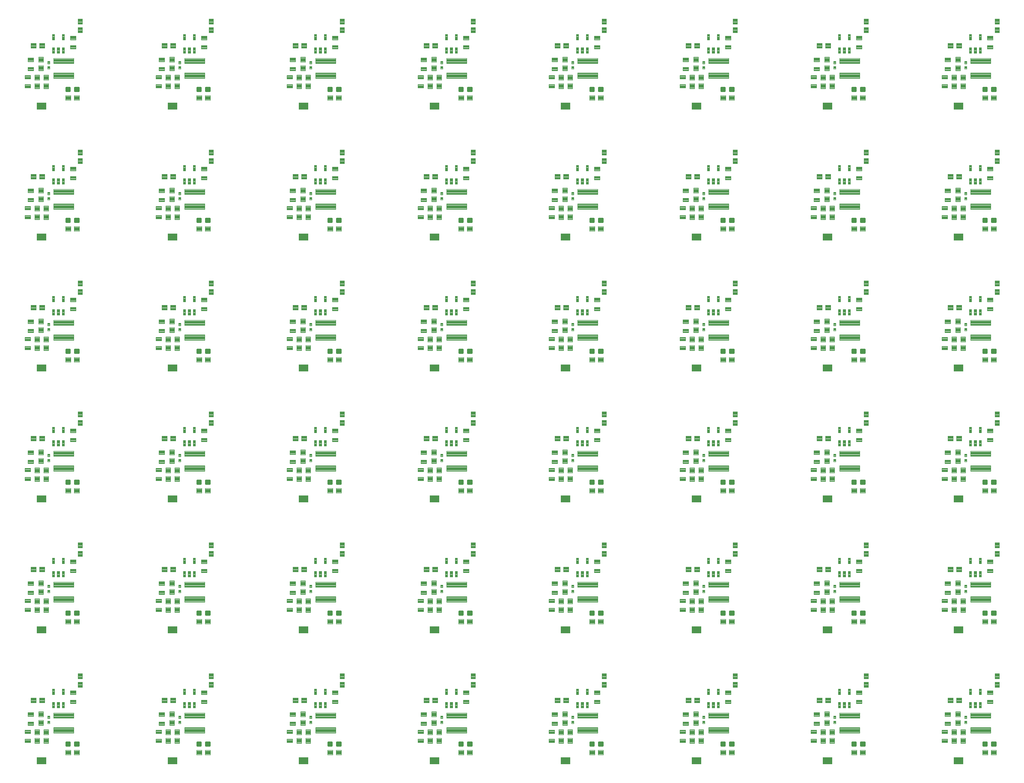
<source format=gtp>
G04 EAGLE Gerber RS-274X export*
G75*
%MOMM*%
%FSLAX34Y34*%
%LPD*%
%INSolderpaste Top*%
%IPPOS*%
%AMOC8*
5,1,8,0,0,1.08239X$1,22.5*%
G01*
%ADD10C,0.102000*%
%ADD11C,0.300000*%
%ADD12C,0.102869*%
%ADD13C,0.100000*%
%ADD14C,0.099000*%
%ADD15R,1.879600X1.473200*%
%ADD16C,0.104000*%


D10*
X135840Y88930D02*
X135840Y83950D01*
X130860Y83950D01*
X130860Y88930D01*
X135840Y88930D01*
X135840Y84919D02*
X130860Y84919D01*
X130860Y85888D02*
X135840Y85888D01*
X135840Y86857D02*
X130860Y86857D01*
X130860Y87826D02*
X135840Y87826D01*
X135840Y88795D02*
X130860Y88795D01*
X135840Y93950D02*
X135840Y98930D01*
X135840Y93950D02*
X130860Y93950D01*
X130860Y98930D01*
X135840Y98930D01*
X135840Y94919D02*
X130860Y94919D01*
X130860Y95888D02*
X135840Y95888D01*
X135840Y96857D02*
X130860Y96857D01*
X130860Y97826D02*
X135840Y97826D01*
X135840Y98795D02*
X130860Y98795D01*
D11*
X175070Y46680D02*
X175070Y39680D01*
X168070Y39680D01*
X168070Y46680D01*
X175070Y46680D01*
X175070Y42530D02*
X168070Y42530D01*
X168070Y45380D02*
X175070Y45380D01*
X192610Y46680D02*
X192610Y39680D01*
X185610Y39680D01*
X185610Y46680D01*
X192610Y46680D01*
X192610Y42530D02*
X185610Y42530D01*
X185610Y45380D02*
X192610Y45380D01*
D12*
X182493Y94621D02*
X142627Y94621D01*
X142627Y105023D01*
X182493Y105023D01*
X182493Y94621D01*
X182493Y95599D02*
X142627Y95599D01*
X142627Y96577D02*
X182493Y96577D01*
X182493Y97555D02*
X142627Y97555D01*
X142627Y98533D02*
X182493Y98533D01*
X182493Y99511D02*
X142627Y99511D01*
X142627Y100489D02*
X182493Y100489D01*
X182493Y101467D02*
X142627Y101467D01*
X142627Y102445D02*
X182493Y102445D01*
X182493Y103423D02*
X142627Y103423D01*
X142627Y104401D02*
X182493Y104401D01*
X182493Y65157D02*
X142627Y65157D01*
X142627Y75559D01*
X182493Y75559D01*
X182493Y65157D01*
X182493Y66135D02*
X142627Y66135D01*
X142627Y67113D02*
X182493Y67113D01*
X182493Y68091D02*
X142627Y68091D01*
X142627Y69069D02*
X182493Y69069D01*
X182493Y70047D02*
X142627Y70047D01*
X142627Y71025D02*
X182493Y71025D01*
X182493Y72003D02*
X142627Y72003D01*
X142627Y72981D02*
X182493Y72981D01*
X182493Y73959D02*
X142627Y73959D01*
X142627Y74937D02*
X182493Y74937D01*
D13*
X113610Y97480D02*
X113610Y107480D01*
X122610Y107480D01*
X122610Y97480D01*
X113610Y97480D01*
X113610Y98430D02*
X122610Y98430D01*
X122610Y99380D02*
X113610Y99380D01*
X113610Y100330D02*
X122610Y100330D01*
X122610Y101280D02*
X113610Y101280D01*
X113610Y102230D02*
X122610Y102230D01*
X122610Y103180D02*
X113610Y103180D01*
X113610Y104130D02*
X122610Y104130D01*
X122610Y105080D02*
X113610Y105080D01*
X113610Y106030D02*
X122610Y106030D01*
X122610Y106980D02*
X113610Y106980D01*
X113610Y90480D02*
X113610Y80480D01*
X113610Y90480D02*
X122610Y90480D01*
X122610Y80480D01*
X113610Y80480D01*
X113610Y81430D02*
X122610Y81430D01*
X122610Y82380D02*
X113610Y82380D01*
X113610Y83330D02*
X122610Y83330D01*
X122610Y84280D02*
X113610Y84280D01*
X113610Y85230D02*
X122610Y85230D01*
X122610Y86180D02*
X113610Y86180D01*
X113610Y87130D02*
X122610Y87130D01*
X122610Y88080D02*
X113610Y88080D01*
X113610Y89030D02*
X122610Y89030D01*
X122610Y89980D02*
X113610Y89980D01*
X108260Y125040D02*
X98260Y125040D01*
X98260Y134040D01*
X108260Y134040D01*
X108260Y125040D01*
X108260Y125990D02*
X98260Y125990D01*
X98260Y126940D02*
X108260Y126940D01*
X108260Y127890D02*
X98260Y127890D01*
X98260Y128840D02*
X108260Y128840D01*
X108260Y129790D02*
X98260Y129790D01*
X98260Y130740D02*
X108260Y130740D01*
X108260Y131690D02*
X98260Y131690D01*
X98260Y132640D02*
X108260Y132640D01*
X108260Y133590D02*
X98260Y133590D01*
X115260Y125040D02*
X125260Y125040D01*
X115260Y125040D02*
X115260Y134040D01*
X125260Y134040D01*
X125260Y125040D01*
X125260Y125990D02*
X115260Y125990D01*
X115260Y126940D02*
X125260Y126940D01*
X125260Y127890D02*
X115260Y127890D01*
X115260Y128840D02*
X125260Y128840D01*
X125260Y129790D02*
X115260Y129790D01*
X115260Y130740D02*
X125260Y130740D01*
X125260Y131690D02*
X115260Y131690D01*
X115260Y132640D02*
X125260Y132640D01*
X125260Y133590D02*
X115260Y133590D01*
X183840Y31170D02*
X193840Y31170D01*
X193840Y22170D01*
X183840Y22170D01*
X183840Y31170D01*
X183840Y23120D02*
X193840Y23120D01*
X193840Y24070D02*
X183840Y24070D01*
X183840Y25020D02*
X193840Y25020D01*
X193840Y25970D02*
X183840Y25970D01*
X183840Y26920D02*
X193840Y26920D01*
X193840Y27870D02*
X183840Y27870D01*
X183840Y28820D02*
X193840Y28820D01*
X193840Y29770D02*
X183840Y29770D01*
X183840Y30720D02*
X193840Y30720D01*
X176840Y31170D02*
X166840Y31170D01*
X176840Y31170D02*
X176840Y22170D01*
X166840Y22170D01*
X166840Y31170D01*
X166840Y23120D02*
X176840Y23120D01*
X176840Y24070D02*
X166840Y24070D01*
X166840Y25020D02*
X176840Y25020D01*
X176840Y25970D02*
X166840Y25970D01*
X166840Y26920D02*
X176840Y26920D01*
X176840Y27870D02*
X166840Y27870D01*
X166840Y28820D02*
X176840Y28820D01*
X176840Y29770D02*
X166840Y29770D01*
X166840Y30720D02*
X176840Y30720D01*
D14*
X145155Y114844D02*
X140645Y114844D01*
X140645Y125854D01*
X145155Y125854D01*
X145155Y114844D01*
X145155Y115784D02*
X140645Y115784D01*
X140645Y116724D02*
X145155Y116724D01*
X145155Y117664D02*
X140645Y117664D01*
X140645Y118604D02*
X145155Y118604D01*
X145155Y119544D02*
X140645Y119544D01*
X140645Y120484D02*
X145155Y120484D01*
X145155Y121424D02*
X140645Y121424D01*
X140645Y122364D02*
X145155Y122364D01*
X145155Y123304D02*
X140645Y123304D01*
X140645Y124244D02*
X145155Y124244D01*
X145155Y125184D02*
X140645Y125184D01*
X150145Y114844D02*
X154655Y114844D01*
X150145Y114844D02*
X150145Y125854D01*
X154655Y125854D01*
X154655Y114844D01*
X154655Y115784D02*
X150145Y115784D01*
X150145Y116724D02*
X154655Y116724D01*
X154655Y117664D02*
X150145Y117664D01*
X150145Y118604D02*
X154655Y118604D01*
X154655Y119544D02*
X150145Y119544D01*
X150145Y120484D02*
X154655Y120484D01*
X154655Y121424D02*
X150145Y121424D01*
X150145Y122364D02*
X154655Y122364D01*
X154655Y123304D02*
X150145Y123304D01*
X150145Y124244D02*
X154655Y124244D01*
X154655Y125184D02*
X150145Y125184D01*
X159645Y114844D02*
X164155Y114844D01*
X159645Y114844D02*
X159645Y125854D01*
X164155Y125854D01*
X164155Y114844D01*
X164155Y115784D02*
X159645Y115784D01*
X159645Y116724D02*
X164155Y116724D01*
X164155Y117664D02*
X159645Y117664D01*
X159645Y118604D02*
X164155Y118604D01*
X164155Y119544D02*
X159645Y119544D01*
X159645Y120484D02*
X164155Y120484D01*
X164155Y121424D02*
X159645Y121424D01*
X159645Y122364D02*
X164155Y122364D01*
X164155Y123304D02*
X159645Y123304D01*
X159645Y124244D02*
X164155Y124244D01*
X164155Y125184D02*
X159645Y125184D01*
X159645Y140846D02*
X164155Y140846D01*
X159645Y140846D02*
X159645Y151856D01*
X164155Y151856D01*
X164155Y140846D01*
X164155Y141786D02*
X159645Y141786D01*
X159645Y142726D02*
X164155Y142726D01*
X164155Y143666D02*
X159645Y143666D01*
X159645Y144606D02*
X164155Y144606D01*
X164155Y145546D02*
X159645Y145546D01*
X159645Y146486D02*
X164155Y146486D01*
X164155Y147426D02*
X159645Y147426D01*
X159645Y148366D02*
X164155Y148366D01*
X164155Y149306D02*
X159645Y149306D01*
X159645Y150246D02*
X164155Y150246D01*
X164155Y151186D02*
X159645Y151186D01*
X145155Y140846D02*
X140645Y140846D01*
X140645Y151856D01*
X145155Y151856D01*
X145155Y140846D01*
X145155Y141786D02*
X140645Y141786D01*
X140645Y142726D02*
X145155Y142726D01*
X145155Y143666D02*
X140645Y143666D01*
X140645Y144606D02*
X145155Y144606D01*
X145155Y145546D02*
X140645Y145546D01*
X140645Y146486D02*
X145155Y146486D01*
X145155Y147426D02*
X140645Y147426D01*
X140645Y148366D02*
X145155Y148366D01*
X145155Y149306D02*
X140645Y149306D01*
X140645Y150246D02*
X145155Y150246D01*
X145155Y151186D02*
X140645Y151186D01*
D15*
X119126Y10160D03*
D16*
X176130Y141410D02*
X176130Y148370D01*
X187090Y148370D01*
X187090Y141410D01*
X176130Y141410D01*
X176130Y142398D02*
X187090Y142398D01*
X187090Y143386D02*
X176130Y143386D01*
X176130Y144374D02*
X187090Y144374D01*
X187090Y145362D02*
X176130Y145362D01*
X176130Y146350D02*
X187090Y146350D01*
X187090Y147338D02*
X176130Y147338D01*
X176130Y148326D02*
X187090Y148326D01*
X176130Y130370D02*
X176130Y123410D01*
X176130Y130370D02*
X187090Y130370D01*
X187090Y123410D01*
X176130Y123410D01*
X176130Y124398D02*
X187090Y124398D01*
X187090Y125386D02*
X176130Y125386D01*
X176130Y126374D02*
X187090Y126374D01*
X187090Y127362D02*
X176130Y127362D01*
X176130Y128350D02*
X187090Y128350D01*
X187090Y129338D02*
X176130Y129338D01*
X176130Y130326D02*
X187090Y130326D01*
X103270Y87190D02*
X103270Y80230D01*
X92310Y80230D01*
X92310Y87190D01*
X103270Y87190D01*
X103270Y81218D02*
X92310Y81218D01*
X92310Y82206D02*
X103270Y82206D01*
X103270Y83194D02*
X92310Y83194D01*
X92310Y84182D02*
X103270Y84182D01*
X103270Y85170D02*
X92310Y85170D01*
X92310Y86158D02*
X103270Y86158D01*
X103270Y87146D02*
X92310Y87146D01*
X103270Y98230D02*
X103270Y105190D01*
X103270Y98230D02*
X92310Y98230D01*
X92310Y105190D01*
X103270Y105190D01*
X103270Y99218D02*
X92310Y99218D01*
X92310Y100206D02*
X103270Y100206D01*
X103270Y101194D02*
X92310Y101194D01*
X92310Y102182D02*
X103270Y102182D01*
X103270Y103170D02*
X92310Y103170D01*
X92310Y104158D02*
X103270Y104158D01*
X103270Y105146D02*
X92310Y105146D01*
X85960Y70900D02*
X85960Y63940D01*
X85960Y70900D02*
X96920Y70900D01*
X96920Y63940D01*
X85960Y63940D01*
X85960Y64928D02*
X96920Y64928D01*
X96920Y65916D02*
X85960Y65916D01*
X85960Y66904D02*
X96920Y66904D01*
X96920Y67892D02*
X85960Y67892D01*
X85960Y68880D02*
X96920Y68880D01*
X96920Y69868D02*
X85960Y69868D01*
X85960Y70856D02*
X96920Y70856D01*
X85960Y52900D02*
X85960Y45940D01*
X85960Y52900D02*
X96920Y52900D01*
X96920Y45940D01*
X85960Y45940D01*
X85960Y46928D02*
X96920Y46928D01*
X96920Y47916D02*
X85960Y47916D01*
X85960Y48904D02*
X96920Y48904D01*
X96920Y49892D02*
X85960Y49892D01*
X85960Y50880D02*
X96920Y50880D01*
X96920Y51868D02*
X85960Y51868D01*
X85960Y52856D02*
X96920Y52856D01*
D13*
X105990Y61920D02*
X105990Y71920D01*
X114990Y71920D01*
X114990Y61920D01*
X105990Y61920D01*
X105990Y62870D02*
X114990Y62870D01*
X114990Y63820D02*
X105990Y63820D01*
X105990Y64770D02*
X114990Y64770D01*
X114990Y65720D02*
X105990Y65720D01*
X105990Y66670D02*
X114990Y66670D01*
X114990Y67620D02*
X105990Y67620D01*
X105990Y68570D02*
X114990Y68570D01*
X114990Y69520D02*
X105990Y69520D01*
X105990Y70470D02*
X114990Y70470D01*
X114990Y71420D02*
X105990Y71420D01*
X105990Y54920D02*
X105990Y44920D01*
X105990Y54920D02*
X114990Y54920D01*
X114990Y44920D01*
X105990Y44920D01*
X105990Y45870D02*
X114990Y45870D01*
X114990Y46820D02*
X105990Y46820D01*
X105990Y47770D02*
X114990Y47770D01*
X114990Y48720D02*
X105990Y48720D01*
X105990Y49670D02*
X114990Y49670D01*
X114990Y50620D02*
X105990Y50620D01*
X105990Y51570D02*
X114990Y51570D01*
X114990Y52520D02*
X105990Y52520D01*
X105990Y53470D02*
X114990Y53470D01*
X114990Y54420D02*
X105990Y54420D01*
X123770Y61920D02*
X123770Y71920D01*
X132770Y71920D01*
X132770Y61920D01*
X123770Y61920D01*
X123770Y62870D02*
X132770Y62870D01*
X132770Y63820D02*
X123770Y63820D01*
X123770Y64770D02*
X132770Y64770D01*
X132770Y65720D02*
X123770Y65720D01*
X123770Y66670D02*
X132770Y66670D01*
X132770Y67620D02*
X123770Y67620D01*
X123770Y68570D02*
X132770Y68570D01*
X132770Y69520D02*
X123770Y69520D01*
X123770Y70470D02*
X132770Y70470D01*
X132770Y71420D02*
X123770Y71420D01*
X123770Y54920D02*
X123770Y44920D01*
X123770Y54920D02*
X132770Y54920D01*
X132770Y44920D01*
X123770Y44920D01*
X123770Y45870D02*
X132770Y45870D01*
X132770Y46820D02*
X123770Y46820D01*
X123770Y47770D02*
X132770Y47770D01*
X132770Y48720D02*
X123770Y48720D01*
X123770Y49670D02*
X132770Y49670D01*
X132770Y50620D02*
X123770Y50620D01*
X123770Y51570D02*
X132770Y51570D01*
X132770Y52520D02*
X123770Y52520D01*
X123770Y53470D02*
X132770Y53470D01*
X132770Y54420D02*
X123770Y54420D01*
X191080Y172410D02*
X191080Y182410D01*
X200080Y182410D01*
X200080Y172410D01*
X191080Y172410D01*
X191080Y173360D02*
X200080Y173360D01*
X200080Y174310D02*
X191080Y174310D01*
X191080Y175260D02*
X200080Y175260D01*
X200080Y176210D02*
X191080Y176210D01*
X191080Y177160D02*
X200080Y177160D01*
X200080Y178110D02*
X191080Y178110D01*
X191080Y179060D02*
X200080Y179060D01*
X200080Y180010D02*
X191080Y180010D01*
X191080Y180960D02*
X200080Y180960D01*
X200080Y181910D02*
X191080Y181910D01*
X191080Y165410D02*
X191080Y155410D01*
X191080Y165410D02*
X200080Y165410D01*
X200080Y155410D01*
X191080Y155410D01*
X191080Y156360D02*
X200080Y156360D01*
X200080Y157310D02*
X191080Y157310D01*
X191080Y158260D02*
X200080Y158260D01*
X200080Y159210D02*
X191080Y159210D01*
X191080Y160160D02*
X200080Y160160D01*
X200080Y161110D02*
X191080Y161110D01*
X191080Y162060D02*
X200080Y162060D01*
X200080Y163010D02*
X191080Y163010D01*
X191080Y163960D02*
X200080Y163960D01*
X200080Y164910D02*
X191080Y164910D01*
D10*
X394920Y88930D02*
X394920Y83950D01*
X389940Y83950D01*
X389940Y88930D01*
X394920Y88930D01*
X394920Y84919D02*
X389940Y84919D01*
X389940Y85888D02*
X394920Y85888D01*
X394920Y86857D02*
X389940Y86857D01*
X389940Y87826D02*
X394920Y87826D01*
X394920Y88795D02*
X389940Y88795D01*
X394920Y93950D02*
X394920Y98930D01*
X394920Y93950D02*
X389940Y93950D01*
X389940Y98930D01*
X394920Y98930D01*
X394920Y94919D02*
X389940Y94919D01*
X389940Y95888D02*
X394920Y95888D01*
X394920Y96857D02*
X389940Y96857D01*
X389940Y97826D02*
X394920Y97826D01*
X394920Y98795D02*
X389940Y98795D01*
D11*
X434150Y46680D02*
X434150Y39680D01*
X427150Y39680D01*
X427150Y46680D01*
X434150Y46680D01*
X434150Y42530D02*
X427150Y42530D01*
X427150Y45380D02*
X434150Y45380D01*
X451690Y46680D02*
X451690Y39680D01*
X444690Y39680D01*
X444690Y46680D01*
X451690Y46680D01*
X451690Y42530D02*
X444690Y42530D01*
X444690Y45380D02*
X451690Y45380D01*
D12*
X441573Y94621D02*
X401707Y94621D01*
X401707Y105023D01*
X441573Y105023D01*
X441573Y94621D01*
X441573Y95599D02*
X401707Y95599D01*
X401707Y96577D02*
X441573Y96577D01*
X441573Y97555D02*
X401707Y97555D01*
X401707Y98533D02*
X441573Y98533D01*
X441573Y99511D02*
X401707Y99511D01*
X401707Y100489D02*
X441573Y100489D01*
X441573Y101467D02*
X401707Y101467D01*
X401707Y102445D02*
X441573Y102445D01*
X441573Y103423D02*
X401707Y103423D01*
X401707Y104401D02*
X441573Y104401D01*
X441573Y65157D02*
X401707Y65157D01*
X401707Y75559D01*
X441573Y75559D01*
X441573Y65157D01*
X441573Y66135D02*
X401707Y66135D01*
X401707Y67113D02*
X441573Y67113D01*
X441573Y68091D02*
X401707Y68091D01*
X401707Y69069D02*
X441573Y69069D01*
X441573Y70047D02*
X401707Y70047D01*
X401707Y71025D02*
X441573Y71025D01*
X441573Y72003D02*
X401707Y72003D01*
X401707Y72981D02*
X441573Y72981D01*
X441573Y73959D02*
X401707Y73959D01*
X401707Y74937D02*
X441573Y74937D01*
D13*
X372690Y97480D02*
X372690Y107480D01*
X381690Y107480D01*
X381690Y97480D01*
X372690Y97480D01*
X372690Y98430D02*
X381690Y98430D01*
X381690Y99380D02*
X372690Y99380D01*
X372690Y100330D02*
X381690Y100330D01*
X381690Y101280D02*
X372690Y101280D01*
X372690Y102230D02*
X381690Y102230D01*
X381690Y103180D02*
X372690Y103180D01*
X372690Y104130D02*
X381690Y104130D01*
X381690Y105080D02*
X372690Y105080D01*
X372690Y106030D02*
X381690Y106030D01*
X381690Y106980D02*
X372690Y106980D01*
X372690Y90480D02*
X372690Y80480D01*
X372690Y90480D02*
X381690Y90480D01*
X381690Y80480D01*
X372690Y80480D01*
X372690Y81430D02*
X381690Y81430D01*
X381690Y82380D02*
X372690Y82380D01*
X372690Y83330D02*
X381690Y83330D01*
X381690Y84280D02*
X372690Y84280D01*
X372690Y85230D02*
X381690Y85230D01*
X381690Y86180D02*
X372690Y86180D01*
X372690Y87130D02*
X381690Y87130D01*
X381690Y88080D02*
X372690Y88080D01*
X372690Y89030D02*
X381690Y89030D01*
X381690Y89980D02*
X372690Y89980D01*
X367340Y125040D02*
X357340Y125040D01*
X357340Y134040D01*
X367340Y134040D01*
X367340Y125040D01*
X367340Y125990D02*
X357340Y125990D01*
X357340Y126940D02*
X367340Y126940D01*
X367340Y127890D02*
X357340Y127890D01*
X357340Y128840D02*
X367340Y128840D01*
X367340Y129790D02*
X357340Y129790D01*
X357340Y130740D02*
X367340Y130740D01*
X367340Y131690D02*
X357340Y131690D01*
X357340Y132640D02*
X367340Y132640D01*
X367340Y133590D02*
X357340Y133590D01*
X374340Y125040D02*
X384340Y125040D01*
X374340Y125040D02*
X374340Y134040D01*
X384340Y134040D01*
X384340Y125040D01*
X384340Y125990D02*
X374340Y125990D01*
X374340Y126940D02*
X384340Y126940D01*
X384340Y127890D02*
X374340Y127890D01*
X374340Y128840D02*
X384340Y128840D01*
X384340Y129790D02*
X374340Y129790D01*
X374340Y130740D02*
X384340Y130740D01*
X384340Y131690D02*
X374340Y131690D01*
X374340Y132640D02*
X384340Y132640D01*
X384340Y133590D02*
X374340Y133590D01*
X442920Y31170D02*
X452920Y31170D01*
X452920Y22170D01*
X442920Y22170D01*
X442920Y31170D01*
X442920Y23120D02*
X452920Y23120D01*
X452920Y24070D02*
X442920Y24070D01*
X442920Y25020D02*
X452920Y25020D01*
X452920Y25970D02*
X442920Y25970D01*
X442920Y26920D02*
X452920Y26920D01*
X452920Y27870D02*
X442920Y27870D01*
X442920Y28820D02*
X452920Y28820D01*
X452920Y29770D02*
X442920Y29770D01*
X442920Y30720D02*
X452920Y30720D01*
X435920Y31170D02*
X425920Y31170D01*
X435920Y31170D02*
X435920Y22170D01*
X425920Y22170D01*
X425920Y31170D01*
X425920Y23120D02*
X435920Y23120D01*
X435920Y24070D02*
X425920Y24070D01*
X425920Y25020D02*
X435920Y25020D01*
X435920Y25970D02*
X425920Y25970D01*
X425920Y26920D02*
X435920Y26920D01*
X435920Y27870D02*
X425920Y27870D01*
X425920Y28820D02*
X435920Y28820D01*
X435920Y29770D02*
X425920Y29770D01*
X425920Y30720D02*
X435920Y30720D01*
D14*
X404235Y114844D02*
X399725Y114844D01*
X399725Y125854D01*
X404235Y125854D01*
X404235Y114844D01*
X404235Y115784D02*
X399725Y115784D01*
X399725Y116724D02*
X404235Y116724D01*
X404235Y117664D02*
X399725Y117664D01*
X399725Y118604D02*
X404235Y118604D01*
X404235Y119544D02*
X399725Y119544D01*
X399725Y120484D02*
X404235Y120484D01*
X404235Y121424D02*
X399725Y121424D01*
X399725Y122364D02*
X404235Y122364D01*
X404235Y123304D02*
X399725Y123304D01*
X399725Y124244D02*
X404235Y124244D01*
X404235Y125184D02*
X399725Y125184D01*
X409225Y114844D02*
X413735Y114844D01*
X409225Y114844D02*
X409225Y125854D01*
X413735Y125854D01*
X413735Y114844D01*
X413735Y115784D02*
X409225Y115784D01*
X409225Y116724D02*
X413735Y116724D01*
X413735Y117664D02*
X409225Y117664D01*
X409225Y118604D02*
X413735Y118604D01*
X413735Y119544D02*
X409225Y119544D01*
X409225Y120484D02*
X413735Y120484D01*
X413735Y121424D02*
X409225Y121424D01*
X409225Y122364D02*
X413735Y122364D01*
X413735Y123304D02*
X409225Y123304D01*
X409225Y124244D02*
X413735Y124244D01*
X413735Y125184D02*
X409225Y125184D01*
X418725Y114844D02*
X423235Y114844D01*
X418725Y114844D02*
X418725Y125854D01*
X423235Y125854D01*
X423235Y114844D01*
X423235Y115784D02*
X418725Y115784D01*
X418725Y116724D02*
X423235Y116724D01*
X423235Y117664D02*
X418725Y117664D01*
X418725Y118604D02*
X423235Y118604D01*
X423235Y119544D02*
X418725Y119544D01*
X418725Y120484D02*
X423235Y120484D01*
X423235Y121424D02*
X418725Y121424D01*
X418725Y122364D02*
X423235Y122364D01*
X423235Y123304D02*
X418725Y123304D01*
X418725Y124244D02*
X423235Y124244D01*
X423235Y125184D02*
X418725Y125184D01*
X418725Y140846D02*
X423235Y140846D01*
X418725Y140846D02*
X418725Y151856D01*
X423235Y151856D01*
X423235Y140846D01*
X423235Y141786D02*
X418725Y141786D01*
X418725Y142726D02*
X423235Y142726D01*
X423235Y143666D02*
X418725Y143666D01*
X418725Y144606D02*
X423235Y144606D01*
X423235Y145546D02*
X418725Y145546D01*
X418725Y146486D02*
X423235Y146486D01*
X423235Y147426D02*
X418725Y147426D01*
X418725Y148366D02*
X423235Y148366D01*
X423235Y149306D02*
X418725Y149306D01*
X418725Y150246D02*
X423235Y150246D01*
X423235Y151186D02*
X418725Y151186D01*
X404235Y140846D02*
X399725Y140846D01*
X399725Y151856D01*
X404235Y151856D01*
X404235Y140846D01*
X404235Y141786D02*
X399725Y141786D01*
X399725Y142726D02*
X404235Y142726D01*
X404235Y143666D02*
X399725Y143666D01*
X399725Y144606D02*
X404235Y144606D01*
X404235Y145546D02*
X399725Y145546D01*
X399725Y146486D02*
X404235Y146486D01*
X404235Y147426D02*
X399725Y147426D01*
X399725Y148366D02*
X404235Y148366D01*
X404235Y149306D02*
X399725Y149306D01*
X399725Y150246D02*
X404235Y150246D01*
X404235Y151186D02*
X399725Y151186D01*
D15*
X378206Y10160D03*
D16*
X435210Y141410D02*
X435210Y148370D01*
X446170Y148370D01*
X446170Y141410D01*
X435210Y141410D01*
X435210Y142398D02*
X446170Y142398D01*
X446170Y143386D02*
X435210Y143386D01*
X435210Y144374D02*
X446170Y144374D01*
X446170Y145362D02*
X435210Y145362D01*
X435210Y146350D02*
X446170Y146350D01*
X446170Y147338D02*
X435210Y147338D01*
X435210Y148326D02*
X446170Y148326D01*
X435210Y130370D02*
X435210Y123410D01*
X435210Y130370D02*
X446170Y130370D01*
X446170Y123410D01*
X435210Y123410D01*
X435210Y124398D02*
X446170Y124398D01*
X446170Y125386D02*
X435210Y125386D01*
X435210Y126374D02*
X446170Y126374D01*
X446170Y127362D02*
X435210Y127362D01*
X435210Y128350D02*
X446170Y128350D01*
X446170Y129338D02*
X435210Y129338D01*
X435210Y130326D02*
X446170Y130326D01*
X362350Y87190D02*
X362350Y80230D01*
X351390Y80230D01*
X351390Y87190D01*
X362350Y87190D01*
X362350Y81218D02*
X351390Y81218D01*
X351390Y82206D02*
X362350Y82206D01*
X362350Y83194D02*
X351390Y83194D01*
X351390Y84182D02*
X362350Y84182D01*
X362350Y85170D02*
X351390Y85170D01*
X351390Y86158D02*
X362350Y86158D01*
X362350Y87146D02*
X351390Y87146D01*
X362350Y98230D02*
X362350Y105190D01*
X362350Y98230D02*
X351390Y98230D01*
X351390Y105190D01*
X362350Y105190D01*
X362350Y99218D02*
X351390Y99218D01*
X351390Y100206D02*
X362350Y100206D01*
X362350Y101194D02*
X351390Y101194D01*
X351390Y102182D02*
X362350Y102182D01*
X362350Y103170D02*
X351390Y103170D01*
X351390Y104158D02*
X362350Y104158D01*
X362350Y105146D02*
X351390Y105146D01*
X345040Y70900D02*
X345040Y63940D01*
X345040Y70900D02*
X356000Y70900D01*
X356000Y63940D01*
X345040Y63940D01*
X345040Y64928D02*
X356000Y64928D01*
X356000Y65916D02*
X345040Y65916D01*
X345040Y66904D02*
X356000Y66904D01*
X356000Y67892D02*
X345040Y67892D01*
X345040Y68880D02*
X356000Y68880D01*
X356000Y69868D02*
X345040Y69868D01*
X345040Y70856D02*
X356000Y70856D01*
X345040Y52900D02*
X345040Y45940D01*
X345040Y52900D02*
X356000Y52900D01*
X356000Y45940D01*
X345040Y45940D01*
X345040Y46928D02*
X356000Y46928D01*
X356000Y47916D02*
X345040Y47916D01*
X345040Y48904D02*
X356000Y48904D01*
X356000Y49892D02*
X345040Y49892D01*
X345040Y50880D02*
X356000Y50880D01*
X356000Y51868D02*
X345040Y51868D01*
X345040Y52856D02*
X356000Y52856D01*
D13*
X365070Y61920D02*
X365070Y71920D01*
X374070Y71920D01*
X374070Y61920D01*
X365070Y61920D01*
X365070Y62870D02*
X374070Y62870D01*
X374070Y63820D02*
X365070Y63820D01*
X365070Y64770D02*
X374070Y64770D01*
X374070Y65720D02*
X365070Y65720D01*
X365070Y66670D02*
X374070Y66670D01*
X374070Y67620D02*
X365070Y67620D01*
X365070Y68570D02*
X374070Y68570D01*
X374070Y69520D02*
X365070Y69520D01*
X365070Y70470D02*
X374070Y70470D01*
X374070Y71420D02*
X365070Y71420D01*
X365070Y54920D02*
X365070Y44920D01*
X365070Y54920D02*
X374070Y54920D01*
X374070Y44920D01*
X365070Y44920D01*
X365070Y45870D02*
X374070Y45870D01*
X374070Y46820D02*
X365070Y46820D01*
X365070Y47770D02*
X374070Y47770D01*
X374070Y48720D02*
X365070Y48720D01*
X365070Y49670D02*
X374070Y49670D01*
X374070Y50620D02*
X365070Y50620D01*
X365070Y51570D02*
X374070Y51570D01*
X374070Y52520D02*
X365070Y52520D01*
X365070Y53470D02*
X374070Y53470D01*
X374070Y54420D02*
X365070Y54420D01*
X382850Y61920D02*
X382850Y71920D01*
X391850Y71920D01*
X391850Y61920D01*
X382850Y61920D01*
X382850Y62870D02*
X391850Y62870D01*
X391850Y63820D02*
X382850Y63820D01*
X382850Y64770D02*
X391850Y64770D01*
X391850Y65720D02*
X382850Y65720D01*
X382850Y66670D02*
X391850Y66670D01*
X391850Y67620D02*
X382850Y67620D01*
X382850Y68570D02*
X391850Y68570D01*
X391850Y69520D02*
X382850Y69520D01*
X382850Y70470D02*
X391850Y70470D01*
X391850Y71420D02*
X382850Y71420D01*
X382850Y54920D02*
X382850Y44920D01*
X382850Y54920D02*
X391850Y54920D01*
X391850Y44920D01*
X382850Y44920D01*
X382850Y45870D02*
X391850Y45870D01*
X391850Y46820D02*
X382850Y46820D01*
X382850Y47770D02*
X391850Y47770D01*
X391850Y48720D02*
X382850Y48720D01*
X382850Y49670D02*
X391850Y49670D01*
X391850Y50620D02*
X382850Y50620D01*
X382850Y51570D02*
X391850Y51570D01*
X391850Y52520D02*
X382850Y52520D01*
X382850Y53470D02*
X391850Y53470D01*
X391850Y54420D02*
X382850Y54420D01*
X450160Y172410D02*
X450160Y182410D01*
X459160Y182410D01*
X459160Y172410D01*
X450160Y172410D01*
X450160Y173360D02*
X459160Y173360D01*
X459160Y174310D02*
X450160Y174310D01*
X450160Y175260D02*
X459160Y175260D01*
X459160Y176210D02*
X450160Y176210D01*
X450160Y177160D02*
X459160Y177160D01*
X459160Y178110D02*
X450160Y178110D01*
X450160Y179060D02*
X459160Y179060D01*
X459160Y180010D02*
X450160Y180010D01*
X450160Y180960D02*
X459160Y180960D01*
X459160Y181910D02*
X450160Y181910D01*
X450160Y165410D02*
X450160Y155410D01*
X450160Y165410D02*
X459160Y165410D01*
X459160Y155410D01*
X450160Y155410D01*
X450160Y156360D02*
X459160Y156360D01*
X459160Y157310D02*
X450160Y157310D01*
X450160Y158260D02*
X459160Y158260D01*
X459160Y159210D02*
X450160Y159210D01*
X450160Y160160D02*
X459160Y160160D01*
X459160Y161110D02*
X450160Y161110D01*
X450160Y162060D02*
X459160Y162060D01*
X459160Y163010D02*
X450160Y163010D01*
X450160Y163960D02*
X459160Y163960D01*
X459160Y164910D02*
X450160Y164910D01*
D10*
X654000Y88930D02*
X654000Y83950D01*
X649020Y83950D01*
X649020Y88930D01*
X654000Y88930D01*
X654000Y84919D02*
X649020Y84919D01*
X649020Y85888D02*
X654000Y85888D01*
X654000Y86857D02*
X649020Y86857D01*
X649020Y87826D02*
X654000Y87826D01*
X654000Y88795D02*
X649020Y88795D01*
X654000Y93950D02*
X654000Y98930D01*
X654000Y93950D02*
X649020Y93950D01*
X649020Y98930D01*
X654000Y98930D01*
X654000Y94919D02*
X649020Y94919D01*
X649020Y95888D02*
X654000Y95888D01*
X654000Y96857D02*
X649020Y96857D01*
X649020Y97826D02*
X654000Y97826D01*
X654000Y98795D02*
X649020Y98795D01*
D11*
X693230Y46680D02*
X693230Y39680D01*
X686230Y39680D01*
X686230Y46680D01*
X693230Y46680D01*
X693230Y42530D02*
X686230Y42530D01*
X686230Y45380D02*
X693230Y45380D01*
X710770Y46680D02*
X710770Y39680D01*
X703770Y39680D01*
X703770Y46680D01*
X710770Y46680D01*
X710770Y42530D02*
X703770Y42530D01*
X703770Y45380D02*
X710770Y45380D01*
D12*
X700653Y94621D02*
X660787Y94621D01*
X660787Y105023D01*
X700653Y105023D01*
X700653Y94621D01*
X700653Y95599D02*
X660787Y95599D01*
X660787Y96577D02*
X700653Y96577D01*
X700653Y97555D02*
X660787Y97555D01*
X660787Y98533D02*
X700653Y98533D01*
X700653Y99511D02*
X660787Y99511D01*
X660787Y100489D02*
X700653Y100489D01*
X700653Y101467D02*
X660787Y101467D01*
X660787Y102445D02*
X700653Y102445D01*
X700653Y103423D02*
X660787Y103423D01*
X660787Y104401D02*
X700653Y104401D01*
X700653Y65157D02*
X660787Y65157D01*
X660787Y75559D01*
X700653Y75559D01*
X700653Y65157D01*
X700653Y66135D02*
X660787Y66135D01*
X660787Y67113D02*
X700653Y67113D01*
X700653Y68091D02*
X660787Y68091D01*
X660787Y69069D02*
X700653Y69069D01*
X700653Y70047D02*
X660787Y70047D01*
X660787Y71025D02*
X700653Y71025D01*
X700653Y72003D02*
X660787Y72003D01*
X660787Y72981D02*
X700653Y72981D01*
X700653Y73959D02*
X660787Y73959D01*
X660787Y74937D02*
X700653Y74937D01*
D13*
X631770Y97480D02*
X631770Y107480D01*
X640770Y107480D01*
X640770Y97480D01*
X631770Y97480D01*
X631770Y98430D02*
X640770Y98430D01*
X640770Y99380D02*
X631770Y99380D01*
X631770Y100330D02*
X640770Y100330D01*
X640770Y101280D02*
X631770Y101280D01*
X631770Y102230D02*
X640770Y102230D01*
X640770Y103180D02*
X631770Y103180D01*
X631770Y104130D02*
X640770Y104130D01*
X640770Y105080D02*
X631770Y105080D01*
X631770Y106030D02*
X640770Y106030D01*
X640770Y106980D02*
X631770Y106980D01*
X631770Y90480D02*
X631770Y80480D01*
X631770Y90480D02*
X640770Y90480D01*
X640770Y80480D01*
X631770Y80480D01*
X631770Y81430D02*
X640770Y81430D01*
X640770Y82380D02*
X631770Y82380D01*
X631770Y83330D02*
X640770Y83330D01*
X640770Y84280D02*
X631770Y84280D01*
X631770Y85230D02*
X640770Y85230D01*
X640770Y86180D02*
X631770Y86180D01*
X631770Y87130D02*
X640770Y87130D01*
X640770Y88080D02*
X631770Y88080D01*
X631770Y89030D02*
X640770Y89030D01*
X640770Y89980D02*
X631770Y89980D01*
X626420Y125040D02*
X616420Y125040D01*
X616420Y134040D01*
X626420Y134040D01*
X626420Y125040D01*
X626420Y125990D02*
X616420Y125990D01*
X616420Y126940D02*
X626420Y126940D01*
X626420Y127890D02*
X616420Y127890D01*
X616420Y128840D02*
X626420Y128840D01*
X626420Y129790D02*
X616420Y129790D01*
X616420Y130740D02*
X626420Y130740D01*
X626420Y131690D02*
X616420Y131690D01*
X616420Y132640D02*
X626420Y132640D01*
X626420Y133590D02*
X616420Y133590D01*
X633420Y125040D02*
X643420Y125040D01*
X633420Y125040D02*
X633420Y134040D01*
X643420Y134040D01*
X643420Y125040D01*
X643420Y125990D02*
X633420Y125990D01*
X633420Y126940D02*
X643420Y126940D01*
X643420Y127890D02*
X633420Y127890D01*
X633420Y128840D02*
X643420Y128840D01*
X643420Y129790D02*
X633420Y129790D01*
X633420Y130740D02*
X643420Y130740D01*
X643420Y131690D02*
X633420Y131690D01*
X633420Y132640D02*
X643420Y132640D01*
X643420Y133590D02*
X633420Y133590D01*
X702000Y31170D02*
X712000Y31170D01*
X712000Y22170D01*
X702000Y22170D01*
X702000Y31170D01*
X702000Y23120D02*
X712000Y23120D01*
X712000Y24070D02*
X702000Y24070D01*
X702000Y25020D02*
X712000Y25020D01*
X712000Y25970D02*
X702000Y25970D01*
X702000Y26920D02*
X712000Y26920D01*
X712000Y27870D02*
X702000Y27870D01*
X702000Y28820D02*
X712000Y28820D01*
X712000Y29770D02*
X702000Y29770D01*
X702000Y30720D02*
X712000Y30720D01*
X695000Y31170D02*
X685000Y31170D01*
X695000Y31170D02*
X695000Y22170D01*
X685000Y22170D01*
X685000Y31170D01*
X685000Y23120D02*
X695000Y23120D01*
X695000Y24070D02*
X685000Y24070D01*
X685000Y25020D02*
X695000Y25020D01*
X695000Y25970D02*
X685000Y25970D01*
X685000Y26920D02*
X695000Y26920D01*
X695000Y27870D02*
X685000Y27870D01*
X685000Y28820D02*
X695000Y28820D01*
X695000Y29770D02*
X685000Y29770D01*
X685000Y30720D02*
X695000Y30720D01*
D14*
X663315Y114844D02*
X658805Y114844D01*
X658805Y125854D01*
X663315Y125854D01*
X663315Y114844D01*
X663315Y115784D02*
X658805Y115784D01*
X658805Y116724D02*
X663315Y116724D01*
X663315Y117664D02*
X658805Y117664D01*
X658805Y118604D02*
X663315Y118604D01*
X663315Y119544D02*
X658805Y119544D01*
X658805Y120484D02*
X663315Y120484D01*
X663315Y121424D02*
X658805Y121424D01*
X658805Y122364D02*
X663315Y122364D01*
X663315Y123304D02*
X658805Y123304D01*
X658805Y124244D02*
X663315Y124244D01*
X663315Y125184D02*
X658805Y125184D01*
X668305Y114844D02*
X672815Y114844D01*
X668305Y114844D02*
X668305Y125854D01*
X672815Y125854D01*
X672815Y114844D01*
X672815Y115784D02*
X668305Y115784D01*
X668305Y116724D02*
X672815Y116724D01*
X672815Y117664D02*
X668305Y117664D01*
X668305Y118604D02*
X672815Y118604D01*
X672815Y119544D02*
X668305Y119544D01*
X668305Y120484D02*
X672815Y120484D01*
X672815Y121424D02*
X668305Y121424D01*
X668305Y122364D02*
X672815Y122364D01*
X672815Y123304D02*
X668305Y123304D01*
X668305Y124244D02*
X672815Y124244D01*
X672815Y125184D02*
X668305Y125184D01*
X677805Y114844D02*
X682315Y114844D01*
X677805Y114844D02*
X677805Y125854D01*
X682315Y125854D01*
X682315Y114844D01*
X682315Y115784D02*
X677805Y115784D01*
X677805Y116724D02*
X682315Y116724D01*
X682315Y117664D02*
X677805Y117664D01*
X677805Y118604D02*
X682315Y118604D01*
X682315Y119544D02*
X677805Y119544D01*
X677805Y120484D02*
X682315Y120484D01*
X682315Y121424D02*
X677805Y121424D01*
X677805Y122364D02*
X682315Y122364D01*
X682315Y123304D02*
X677805Y123304D01*
X677805Y124244D02*
X682315Y124244D01*
X682315Y125184D02*
X677805Y125184D01*
X677805Y140846D02*
X682315Y140846D01*
X677805Y140846D02*
X677805Y151856D01*
X682315Y151856D01*
X682315Y140846D01*
X682315Y141786D02*
X677805Y141786D01*
X677805Y142726D02*
X682315Y142726D01*
X682315Y143666D02*
X677805Y143666D01*
X677805Y144606D02*
X682315Y144606D01*
X682315Y145546D02*
X677805Y145546D01*
X677805Y146486D02*
X682315Y146486D01*
X682315Y147426D02*
X677805Y147426D01*
X677805Y148366D02*
X682315Y148366D01*
X682315Y149306D02*
X677805Y149306D01*
X677805Y150246D02*
X682315Y150246D01*
X682315Y151186D02*
X677805Y151186D01*
X663315Y140846D02*
X658805Y140846D01*
X658805Y151856D01*
X663315Y151856D01*
X663315Y140846D01*
X663315Y141786D02*
X658805Y141786D01*
X658805Y142726D02*
X663315Y142726D01*
X663315Y143666D02*
X658805Y143666D01*
X658805Y144606D02*
X663315Y144606D01*
X663315Y145546D02*
X658805Y145546D01*
X658805Y146486D02*
X663315Y146486D01*
X663315Y147426D02*
X658805Y147426D01*
X658805Y148366D02*
X663315Y148366D01*
X663315Y149306D02*
X658805Y149306D01*
X658805Y150246D02*
X663315Y150246D01*
X663315Y151186D02*
X658805Y151186D01*
D15*
X637286Y10160D03*
D16*
X694290Y141410D02*
X694290Y148370D01*
X705250Y148370D01*
X705250Y141410D01*
X694290Y141410D01*
X694290Y142398D02*
X705250Y142398D01*
X705250Y143386D02*
X694290Y143386D01*
X694290Y144374D02*
X705250Y144374D01*
X705250Y145362D02*
X694290Y145362D01*
X694290Y146350D02*
X705250Y146350D01*
X705250Y147338D02*
X694290Y147338D01*
X694290Y148326D02*
X705250Y148326D01*
X694290Y130370D02*
X694290Y123410D01*
X694290Y130370D02*
X705250Y130370D01*
X705250Y123410D01*
X694290Y123410D01*
X694290Y124398D02*
X705250Y124398D01*
X705250Y125386D02*
X694290Y125386D01*
X694290Y126374D02*
X705250Y126374D01*
X705250Y127362D02*
X694290Y127362D01*
X694290Y128350D02*
X705250Y128350D01*
X705250Y129338D02*
X694290Y129338D01*
X694290Y130326D02*
X705250Y130326D01*
X621430Y87190D02*
X621430Y80230D01*
X610470Y80230D01*
X610470Y87190D01*
X621430Y87190D01*
X621430Y81218D02*
X610470Y81218D01*
X610470Y82206D02*
X621430Y82206D01*
X621430Y83194D02*
X610470Y83194D01*
X610470Y84182D02*
X621430Y84182D01*
X621430Y85170D02*
X610470Y85170D01*
X610470Y86158D02*
X621430Y86158D01*
X621430Y87146D02*
X610470Y87146D01*
X621430Y98230D02*
X621430Y105190D01*
X621430Y98230D02*
X610470Y98230D01*
X610470Y105190D01*
X621430Y105190D01*
X621430Y99218D02*
X610470Y99218D01*
X610470Y100206D02*
X621430Y100206D01*
X621430Y101194D02*
X610470Y101194D01*
X610470Y102182D02*
X621430Y102182D01*
X621430Y103170D02*
X610470Y103170D01*
X610470Y104158D02*
X621430Y104158D01*
X621430Y105146D02*
X610470Y105146D01*
X604120Y70900D02*
X604120Y63940D01*
X604120Y70900D02*
X615080Y70900D01*
X615080Y63940D01*
X604120Y63940D01*
X604120Y64928D02*
X615080Y64928D01*
X615080Y65916D02*
X604120Y65916D01*
X604120Y66904D02*
X615080Y66904D01*
X615080Y67892D02*
X604120Y67892D01*
X604120Y68880D02*
X615080Y68880D01*
X615080Y69868D02*
X604120Y69868D01*
X604120Y70856D02*
X615080Y70856D01*
X604120Y52900D02*
X604120Y45940D01*
X604120Y52900D02*
X615080Y52900D01*
X615080Y45940D01*
X604120Y45940D01*
X604120Y46928D02*
X615080Y46928D01*
X615080Y47916D02*
X604120Y47916D01*
X604120Y48904D02*
X615080Y48904D01*
X615080Y49892D02*
X604120Y49892D01*
X604120Y50880D02*
X615080Y50880D01*
X615080Y51868D02*
X604120Y51868D01*
X604120Y52856D02*
X615080Y52856D01*
D13*
X624150Y61920D02*
X624150Y71920D01*
X633150Y71920D01*
X633150Y61920D01*
X624150Y61920D01*
X624150Y62870D02*
X633150Y62870D01*
X633150Y63820D02*
X624150Y63820D01*
X624150Y64770D02*
X633150Y64770D01*
X633150Y65720D02*
X624150Y65720D01*
X624150Y66670D02*
X633150Y66670D01*
X633150Y67620D02*
X624150Y67620D01*
X624150Y68570D02*
X633150Y68570D01*
X633150Y69520D02*
X624150Y69520D01*
X624150Y70470D02*
X633150Y70470D01*
X633150Y71420D02*
X624150Y71420D01*
X624150Y54920D02*
X624150Y44920D01*
X624150Y54920D02*
X633150Y54920D01*
X633150Y44920D01*
X624150Y44920D01*
X624150Y45870D02*
X633150Y45870D01*
X633150Y46820D02*
X624150Y46820D01*
X624150Y47770D02*
X633150Y47770D01*
X633150Y48720D02*
X624150Y48720D01*
X624150Y49670D02*
X633150Y49670D01*
X633150Y50620D02*
X624150Y50620D01*
X624150Y51570D02*
X633150Y51570D01*
X633150Y52520D02*
X624150Y52520D01*
X624150Y53470D02*
X633150Y53470D01*
X633150Y54420D02*
X624150Y54420D01*
X641930Y61920D02*
X641930Y71920D01*
X650930Y71920D01*
X650930Y61920D01*
X641930Y61920D01*
X641930Y62870D02*
X650930Y62870D01*
X650930Y63820D02*
X641930Y63820D01*
X641930Y64770D02*
X650930Y64770D01*
X650930Y65720D02*
X641930Y65720D01*
X641930Y66670D02*
X650930Y66670D01*
X650930Y67620D02*
X641930Y67620D01*
X641930Y68570D02*
X650930Y68570D01*
X650930Y69520D02*
X641930Y69520D01*
X641930Y70470D02*
X650930Y70470D01*
X650930Y71420D02*
X641930Y71420D01*
X641930Y54920D02*
X641930Y44920D01*
X641930Y54920D02*
X650930Y54920D01*
X650930Y44920D01*
X641930Y44920D01*
X641930Y45870D02*
X650930Y45870D01*
X650930Y46820D02*
X641930Y46820D01*
X641930Y47770D02*
X650930Y47770D01*
X650930Y48720D02*
X641930Y48720D01*
X641930Y49670D02*
X650930Y49670D01*
X650930Y50620D02*
X641930Y50620D01*
X641930Y51570D02*
X650930Y51570D01*
X650930Y52520D02*
X641930Y52520D01*
X641930Y53470D02*
X650930Y53470D01*
X650930Y54420D02*
X641930Y54420D01*
X709240Y172410D02*
X709240Y182410D01*
X718240Y182410D01*
X718240Y172410D01*
X709240Y172410D01*
X709240Y173360D02*
X718240Y173360D01*
X718240Y174310D02*
X709240Y174310D01*
X709240Y175260D02*
X718240Y175260D01*
X718240Y176210D02*
X709240Y176210D01*
X709240Y177160D02*
X718240Y177160D01*
X718240Y178110D02*
X709240Y178110D01*
X709240Y179060D02*
X718240Y179060D01*
X718240Y180010D02*
X709240Y180010D01*
X709240Y180960D02*
X718240Y180960D01*
X718240Y181910D02*
X709240Y181910D01*
X709240Y165410D02*
X709240Y155410D01*
X709240Y165410D02*
X718240Y165410D01*
X718240Y155410D01*
X709240Y155410D01*
X709240Y156360D02*
X718240Y156360D01*
X718240Y157310D02*
X709240Y157310D01*
X709240Y158260D02*
X718240Y158260D01*
X718240Y159210D02*
X709240Y159210D01*
X709240Y160160D02*
X718240Y160160D01*
X718240Y161110D02*
X709240Y161110D01*
X709240Y162060D02*
X718240Y162060D01*
X718240Y163010D02*
X709240Y163010D01*
X709240Y163960D02*
X718240Y163960D01*
X718240Y164910D02*
X709240Y164910D01*
D10*
X913080Y88930D02*
X913080Y83950D01*
X908100Y83950D01*
X908100Y88930D01*
X913080Y88930D01*
X913080Y84919D02*
X908100Y84919D01*
X908100Y85888D02*
X913080Y85888D01*
X913080Y86857D02*
X908100Y86857D01*
X908100Y87826D02*
X913080Y87826D01*
X913080Y88795D02*
X908100Y88795D01*
X913080Y93950D02*
X913080Y98930D01*
X913080Y93950D02*
X908100Y93950D01*
X908100Y98930D01*
X913080Y98930D01*
X913080Y94919D02*
X908100Y94919D01*
X908100Y95888D02*
X913080Y95888D01*
X913080Y96857D02*
X908100Y96857D01*
X908100Y97826D02*
X913080Y97826D01*
X913080Y98795D02*
X908100Y98795D01*
D11*
X952310Y46680D02*
X952310Y39680D01*
X945310Y39680D01*
X945310Y46680D01*
X952310Y46680D01*
X952310Y42530D02*
X945310Y42530D01*
X945310Y45380D02*
X952310Y45380D01*
X969850Y46680D02*
X969850Y39680D01*
X962850Y39680D01*
X962850Y46680D01*
X969850Y46680D01*
X969850Y42530D02*
X962850Y42530D01*
X962850Y45380D02*
X969850Y45380D01*
D12*
X959733Y94621D02*
X919867Y94621D01*
X919867Y105023D01*
X959733Y105023D01*
X959733Y94621D01*
X959733Y95599D02*
X919867Y95599D01*
X919867Y96577D02*
X959733Y96577D01*
X959733Y97555D02*
X919867Y97555D01*
X919867Y98533D02*
X959733Y98533D01*
X959733Y99511D02*
X919867Y99511D01*
X919867Y100489D02*
X959733Y100489D01*
X959733Y101467D02*
X919867Y101467D01*
X919867Y102445D02*
X959733Y102445D01*
X959733Y103423D02*
X919867Y103423D01*
X919867Y104401D02*
X959733Y104401D01*
X959733Y65157D02*
X919867Y65157D01*
X919867Y75559D01*
X959733Y75559D01*
X959733Y65157D01*
X959733Y66135D02*
X919867Y66135D01*
X919867Y67113D02*
X959733Y67113D01*
X959733Y68091D02*
X919867Y68091D01*
X919867Y69069D02*
X959733Y69069D01*
X959733Y70047D02*
X919867Y70047D01*
X919867Y71025D02*
X959733Y71025D01*
X959733Y72003D02*
X919867Y72003D01*
X919867Y72981D02*
X959733Y72981D01*
X959733Y73959D02*
X919867Y73959D01*
X919867Y74937D02*
X959733Y74937D01*
D13*
X890850Y97480D02*
X890850Y107480D01*
X899850Y107480D01*
X899850Y97480D01*
X890850Y97480D01*
X890850Y98430D02*
X899850Y98430D01*
X899850Y99380D02*
X890850Y99380D01*
X890850Y100330D02*
X899850Y100330D01*
X899850Y101280D02*
X890850Y101280D01*
X890850Y102230D02*
X899850Y102230D01*
X899850Y103180D02*
X890850Y103180D01*
X890850Y104130D02*
X899850Y104130D01*
X899850Y105080D02*
X890850Y105080D01*
X890850Y106030D02*
X899850Y106030D01*
X899850Y106980D02*
X890850Y106980D01*
X890850Y90480D02*
X890850Y80480D01*
X890850Y90480D02*
X899850Y90480D01*
X899850Y80480D01*
X890850Y80480D01*
X890850Y81430D02*
X899850Y81430D01*
X899850Y82380D02*
X890850Y82380D01*
X890850Y83330D02*
X899850Y83330D01*
X899850Y84280D02*
X890850Y84280D01*
X890850Y85230D02*
X899850Y85230D01*
X899850Y86180D02*
X890850Y86180D01*
X890850Y87130D02*
X899850Y87130D01*
X899850Y88080D02*
X890850Y88080D01*
X890850Y89030D02*
X899850Y89030D01*
X899850Y89980D02*
X890850Y89980D01*
X885500Y125040D02*
X875500Y125040D01*
X875500Y134040D01*
X885500Y134040D01*
X885500Y125040D01*
X885500Y125990D02*
X875500Y125990D01*
X875500Y126940D02*
X885500Y126940D01*
X885500Y127890D02*
X875500Y127890D01*
X875500Y128840D02*
X885500Y128840D01*
X885500Y129790D02*
X875500Y129790D01*
X875500Y130740D02*
X885500Y130740D01*
X885500Y131690D02*
X875500Y131690D01*
X875500Y132640D02*
X885500Y132640D01*
X885500Y133590D02*
X875500Y133590D01*
X892500Y125040D02*
X902500Y125040D01*
X892500Y125040D02*
X892500Y134040D01*
X902500Y134040D01*
X902500Y125040D01*
X902500Y125990D02*
X892500Y125990D01*
X892500Y126940D02*
X902500Y126940D01*
X902500Y127890D02*
X892500Y127890D01*
X892500Y128840D02*
X902500Y128840D01*
X902500Y129790D02*
X892500Y129790D01*
X892500Y130740D02*
X902500Y130740D01*
X902500Y131690D02*
X892500Y131690D01*
X892500Y132640D02*
X902500Y132640D01*
X902500Y133590D02*
X892500Y133590D01*
X961080Y31170D02*
X971080Y31170D01*
X971080Y22170D01*
X961080Y22170D01*
X961080Y31170D01*
X961080Y23120D02*
X971080Y23120D01*
X971080Y24070D02*
X961080Y24070D01*
X961080Y25020D02*
X971080Y25020D01*
X971080Y25970D02*
X961080Y25970D01*
X961080Y26920D02*
X971080Y26920D01*
X971080Y27870D02*
X961080Y27870D01*
X961080Y28820D02*
X971080Y28820D01*
X971080Y29770D02*
X961080Y29770D01*
X961080Y30720D02*
X971080Y30720D01*
X954080Y31170D02*
X944080Y31170D01*
X954080Y31170D02*
X954080Y22170D01*
X944080Y22170D01*
X944080Y31170D01*
X944080Y23120D02*
X954080Y23120D01*
X954080Y24070D02*
X944080Y24070D01*
X944080Y25020D02*
X954080Y25020D01*
X954080Y25970D02*
X944080Y25970D01*
X944080Y26920D02*
X954080Y26920D01*
X954080Y27870D02*
X944080Y27870D01*
X944080Y28820D02*
X954080Y28820D01*
X954080Y29770D02*
X944080Y29770D01*
X944080Y30720D02*
X954080Y30720D01*
D14*
X922395Y114844D02*
X917885Y114844D01*
X917885Y125854D01*
X922395Y125854D01*
X922395Y114844D01*
X922395Y115784D02*
X917885Y115784D01*
X917885Y116724D02*
X922395Y116724D01*
X922395Y117664D02*
X917885Y117664D01*
X917885Y118604D02*
X922395Y118604D01*
X922395Y119544D02*
X917885Y119544D01*
X917885Y120484D02*
X922395Y120484D01*
X922395Y121424D02*
X917885Y121424D01*
X917885Y122364D02*
X922395Y122364D01*
X922395Y123304D02*
X917885Y123304D01*
X917885Y124244D02*
X922395Y124244D01*
X922395Y125184D02*
X917885Y125184D01*
X927385Y114844D02*
X931895Y114844D01*
X927385Y114844D02*
X927385Y125854D01*
X931895Y125854D01*
X931895Y114844D01*
X931895Y115784D02*
X927385Y115784D01*
X927385Y116724D02*
X931895Y116724D01*
X931895Y117664D02*
X927385Y117664D01*
X927385Y118604D02*
X931895Y118604D01*
X931895Y119544D02*
X927385Y119544D01*
X927385Y120484D02*
X931895Y120484D01*
X931895Y121424D02*
X927385Y121424D01*
X927385Y122364D02*
X931895Y122364D01*
X931895Y123304D02*
X927385Y123304D01*
X927385Y124244D02*
X931895Y124244D01*
X931895Y125184D02*
X927385Y125184D01*
X936885Y114844D02*
X941395Y114844D01*
X936885Y114844D02*
X936885Y125854D01*
X941395Y125854D01*
X941395Y114844D01*
X941395Y115784D02*
X936885Y115784D01*
X936885Y116724D02*
X941395Y116724D01*
X941395Y117664D02*
X936885Y117664D01*
X936885Y118604D02*
X941395Y118604D01*
X941395Y119544D02*
X936885Y119544D01*
X936885Y120484D02*
X941395Y120484D01*
X941395Y121424D02*
X936885Y121424D01*
X936885Y122364D02*
X941395Y122364D01*
X941395Y123304D02*
X936885Y123304D01*
X936885Y124244D02*
X941395Y124244D01*
X941395Y125184D02*
X936885Y125184D01*
X936885Y140846D02*
X941395Y140846D01*
X936885Y140846D02*
X936885Y151856D01*
X941395Y151856D01*
X941395Y140846D01*
X941395Y141786D02*
X936885Y141786D01*
X936885Y142726D02*
X941395Y142726D01*
X941395Y143666D02*
X936885Y143666D01*
X936885Y144606D02*
X941395Y144606D01*
X941395Y145546D02*
X936885Y145546D01*
X936885Y146486D02*
X941395Y146486D01*
X941395Y147426D02*
X936885Y147426D01*
X936885Y148366D02*
X941395Y148366D01*
X941395Y149306D02*
X936885Y149306D01*
X936885Y150246D02*
X941395Y150246D01*
X941395Y151186D02*
X936885Y151186D01*
X922395Y140846D02*
X917885Y140846D01*
X917885Y151856D01*
X922395Y151856D01*
X922395Y140846D01*
X922395Y141786D02*
X917885Y141786D01*
X917885Y142726D02*
X922395Y142726D01*
X922395Y143666D02*
X917885Y143666D01*
X917885Y144606D02*
X922395Y144606D01*
X922395Y145546D02*
X917885Y145546D01*
X917885Y146486D02*
X922395Y146486D01*
X922395Y147426D02*
X917885Y147426D01*
X917885Y148366D02*
X922395Y148366D01*
X922395Y149306D02*
X917885Y149306D01*
X917885Y150246D02*
X922395Y150246D01*
X922395Y151186D02*
X917885Y151186D01*
D15*
X896366Y10160D03*
D16*
X953370Y141410D02*
X953370Y148370D01*
X964330Y148370D01*
X964330Y141410D01*
X953370Y141410D01*
X953370Y142398D02*
X964330Y142398D01*
X964330Y143386D02*
X953370Y143386D01*
X953370Y144374D02*
X964330Y144374D01*
X964330Y145362D02*
X953370Y145362D01*
X953370Y146350D02*
X964330Y146350D01*
X964330Y147338D02*
X953370Y147338D01*
X953370Y148326D02*
X964330Y148326D01*
X953370Y130370D02*
X953370Y123410D01*
X953370Y130370D02*
X964330Y130370D01*
X964330Y123410D01*
X953370Y123410D01*
X953370Y124398D02*
X964330Y124398D01*
X964330Y125386D02*
X953370Y125386D01*
X953370Y126374D02*
X964330Y126374D01*
X964330Y127362D02*
X953370Y127362D01*
X953370Y128350D02*
X964330Y128350D01*
X964330Y129338D02*
X953370Y129338D01*
X953370Y130326D02*
X964330Y130326D01*
X880510Y87190D02*
X880510Y80230D01*
X869550Y80230D01*
X869550Y87190D01*
X880510Y87190D01*
X880510Y81218D02*
X869550Y81218D01*
X869550Y82206D02*
X880510Y82206D01*
X880510Y83194D02*
X869550Y83194D01*
X869550Y84182D02*
X880510Y84182D01*
X880510Y85170D02*
X869550Y85170D01*
X869550Y86158D02*
X880510Y86158D01*
X880510Y87146D02*
X869550Y87146D01*
X880510Y98230D02*
X880510Y105190D01*
X880510Y98230D02*
X869550Y98230D01*
X869550Y105190D01*
X880510Y105190D01*
X880510Y99218D02*
X869550Y99218D01*
X869550Y100206D02*
X880510Y100206D01*
X880510Y101194D02*
X869550Y101194D01*
X869550Y102182D02*
X880510Y102182D01*
X880510Y103170D02*
X869550Y103170D01*
X869550Y104158D02*
X880510Y104158D01*
X880510Y105146D02*
X869550Y105146D01*
X863200Y70900D02*
X863200Y63940D01*
X863200Y70900D02*
X874160Y70900D01*
X874160Y63940D01*
X863200Y63940D01*
X863200Y64928D02*
X874160Y64928D01*
X874160Y65916D02*
X863200Y65916D01*
X863200Y66904D02*
X874160Y66904D01*
X874160Y67892D02*
X863200Y67892D01*
X863200Y68880D02*
X874160Y68880D01*
X874160Y69868D02*
X863200Y69868D01*
X863200Y70856D02*
X874160Y70856D01*
X863200Y52900D02*
X863200Y45940D01*
X863200Y52900D02*
X874160Y52900D01*
X874160Y45940D01*
X863200Y45940D01*
X863200Y46928D02*
X874160Y46928D01*
X874160Y47916D02*
X863200Y47916D01*
X863200Y48904D02*
X874160Y48904D01*
X874160Y49892D02*
X863200Y49892D01*
X863200Y50880D02*
X874160Y50880D01*
X874160Y51868D02*
X863200Y51868D01*
X863200Y52856D02*
X874160Y52856D01*
D13*
X883230Y61920D02*
X883230Y71920D01*
X892230Y71920D01*
X892230Y61920D01*
X883230Y61920D01*
X883230Y62870D02*
X892230Y62870D01*
X892230Y63820D02*
X883230Y63820D01*
X883230Y64770D02*
X892230Y64770D01*
X892230Y65720D02*
X883230Y65720D01*
X883230Y66670D02*
X892230Y66670D01*
X892230Y67620D02*
X883230Y67620D01*
X883230Y68570D02*
X892230Y68570D01*
X892230Y69520D02*
X883230Y69520D01*
X883230Y70470D02*
X892230Y70470D01*
X892230Y71420D02*
X883230Y71420D01*
X883230Y54920D02*
X883230Y44920D01*
X883230Y54920D02*
X892230Y54920D01*
X892230Y44920D01*
X883230Y44920D01*
X883230Y45870D02*
X892230Y45870D01*
X892230Y46820D02*
X883230Y46820D01*
X883230Y47770D02*
X892230Y47770D01*
X892230Y48720D02*
X883230Y48720D01*
X883230Y49670D02*
X892230Y49670D01*
X892230Y50620D02*
X883230Y50620D01*
X883230Y51570D02*
X892230Y51570D01*
X892230Y52520D02*
X883230Y52520D01*
X883230Y53470D02*
X892230Y53470D01*
X892230Y54420D02*
X883230Y54420D01*
X901010Y61920D02*
X901010Y71920D01*
X910010Y71920D01*
X910010Y61920D01*
X901010Y61920D01*
X901010Y62870D02*
X910010Y62870D01*
X910010Y63820D02*
X901010Y63820D01*
X901010Y64770D02*
X910010Y64770D01*
X910010Y65720D02*
X901010Y65720D01*
X901010Y66670D02*
X910010Y66670D01*
X910010Y67620D02*
X901010Y67620D01*
X901010Y68570D02*
X910010Y68570D01*
X910010Y69520D02*
X901010Y69520D01*
X901010Y70470D02*
X910010Y70470D01*
X910010Y71420D02*
X901010Y71420D01*
X901010Y54920D02*
X901010Y44920D01*
X901010Y54920D02*
X910010Y54920D01*
X910010Y44920D01*
X901010Y44920D01*
X901010Y45870D02*
X910010Y45870D01*
X910010Y46820D02*
X901010Y46820D01*
X901010Y47770D02*
X910010Y47770D01*
X910010Y48720D02*
X901010Y48720D01*
X901010Y49670D02*
X910010Y49670D01*
X910010Y50620D02*
X901010Y50620D01*
X901010Y51570D02*
X910010Y51570D01*
X910010Y52520D02*
X901010Y52520D01*
X901010Y53470D02*
X910010Y53470D01*
X910010Y54420D02*
X901010Y54420D01*
X968320Y172410D02*
X968320Y182410D01*
X977320Y182410D01*
X977320Y172410D01*
X968320Y172410D01*
X968320Y173360D02*
X977320Y173360D01*
X977320Y174310D02*
X968320Y174310D01*
X968320Y175260D02*
X977320Y175260D01*
X977320Y176210D02*
X968320Y176210D01*
X968320Y177160D02*
X977320Y177160D01*
X977320Y178110D02*
X968320Y178110D01*
X968320Y179060D02*
X977320Y179060D01*
X977320Y180010D02*
X968320Y180010D01*
X968320Y180960D02*
X977320Y180960D01*
X977320Y181910D02*
X968320Y181910D01*
X968320Y165410D02*
X968320Y155410D01*
X968320Y165410D02*
X977320Y165410D01*
X977320Y155410D01*
X968320Y155410D01*
X968320Y156360D02*
X977320Y156360D01*
X977320Y157310D02*
X968320Y157310D01*
X968320Y158260D02*
X977320Y158260D01*
X977320Y159210D02*
X968320Y159210D01*
X968320Y160160D02*
X977320Y160160D01*
X977320Y161110D02*
X968320Y161110D01*
X968320Y162060D02*
X977320Y162060D01*
X977320Y163010D02*
X968320Y163010D01*
X968320Y163960D02*
X977320Y163960D01*
X977320Y164910D02*
X968320Y164910D01*
D10*
X1172160Y88930D02*
X1172160Y83950D01*
X1167180Y83950D01*
X1167180Y88930D01*
X1172160Y88930D01*
X1172160Y84919D02*
X1167180Y84919D01*
X1167180Y85888D02*
X1172160Y85888D01*
X1172160Y86857D02*
X1167180Y86857D01*
X1167180Y87826D02*
X1172160Y87826D01*
X1172160Y88795D02*
X1167180Y88795D01*
X1172160Y93950D02*
X1172160Y98930D01*
X1172160Y93950D02*
X1167180Y93950D01*
X1167180Y98930D01*
X1172160Y98930D01*
X1172160Y94919D02*
X1167180Y94919D01*
X1167180Y95888D02*
X1172160Y95888D01*
X1172160Y96857D02*
X1167180Y96857D01*
X1167180Y97826D02*
X1172160Y97826D01*
X1172160Y98795D02*
X1167180Y98795D01*
D11*
X1211390Y46680D02*
X1211390Y39680D01*
X1204390Y39680D01*
X1204390Y46680D01*
X1211390Y46680D01*
X1211390Y42530D02*
X1204390Y42530D01*
X1204390Y45380D02*
X1211390Y45380D01*
X1228930Y46680D02*
X1228930Y39680D01*
X1221930Y39680D01*
X1221930Y46680D01*
X1228930Y46680D01*
X1228930Y42530D02*
X1221930Y42530D01*
X1221930Y45380D02*
X1228930Y45380D01*
D12*
X1218813Y94621D02*
X1178947Y94621D01*
X1178947Y105023D01*
X1218813Y105023D01*
X1218813Y94621D01*
X1218813Y95599D02*
X1178947Y95599D01*
X1178947Y96577D02*
X1218813Y96577D01*
X1218813Y97555D02*
X1178947Y97555D01*
X1178947Y98533D02*
X1218813Y98533D01*
X1218813Y99511D02*
X1178947Y99511D01*
X1178947Y100489D02*
X1218813Y100489D01*
X1218813Y101467D02*
X1178947Y101467D01*
X1178947Y102445D02*
X1218813Y102445D01*
X1218813Y103423D02*
X1178947Y103423D01*
X1178947Y104401D02*
X1218813Y104401D01*
X1218813Y65157D02*
X1178947Y65157D01*
X1178947Y75559D01*
X1218813Y75559D01*
X1218813Y65157D01*
X1218813Y66135D02*
X1178947Y66135D01*
X1178947Y67113D02*
X1218813Y67113D01*
X1218813Y68091D02*
X1178947Y68091D01*
X1178947Y69069D02*
X1218813Y69069D01*
X1218813Y70047D02*
X1178947Y70047D01*
X1178947Y71025D02*
X1218813Y71025D01*
X1218813Y72003D02*
X1178947Y72003D01*
X1178947Y72981D02*
X1218813Y72981D01*
X1218813Y73959D02*
X1178947Y73959D01*
X1178947Y74937D02*
X1218813Y74937D01*
D13*
X1149930Y97480D02*
X1149930Y107480D01*
X1158930Y107480D01*
X1158930Y97480D01*
X1149930Y97480D01*
X1149930Y98430D02*
X1158930Y98430D01*
X1158930Y99380D02*
X1149930Y99380D01*
X1149930Y100330D02*
X1158930Y100330D01*
X1158930Y101280D02*
X1149930Y101280D01*
X1149930Y102230D02*
X1158930Y102230D01*
X1158930Y103180D02*
X1149930Y103180D01*
X1149930Y104130D02*
X1158930Y104130D01*
X1158930Y105080D02*
X1149930Y105080D01*
X1149930Y106030D02*
X1158930Y106030D01*
X1158930Y106980D02*
X1149930Y106980D01*
X1149930Y90480D02*
X1149930Y80480D01*
X1149930Y90480D02*
X1158930Y90480D01*
X1158930Y80480D01*
X1149930Y80480D01*
X1149930Y81430D02*
X1158930Y81430D01*
X1158930Y82380D02*
X1149930Y82380D01*
X1149930Y83330D02*
X1158930Y83330D01*
X1158930Y84280D02*
X1149930Y84280D01*
X1149930Y85230D02*
X1158930Y85230D01*
X1158930Y86180D02*
X1149930Y86180D01*
X1149930Y87130D02*
X1158930Y87130D01*
X1158930Y88080D02*
X1149930Y88080D01*
X1149930Y89030D02*
X1158930Y89030D01*
X1158930Y89980D02*
X1149930Y89980D01*
X1144580Y125040D02*
X1134580Y125040D01*
X1134580Y134040D01*
X1144580Y134040D01*
X1144580Y125040D01*
X1144580Y125990D02*
X1134580Y125990D01*
X1134580Y126940D02*
X1144580Y126940D01*
X1144580Y127890D02*
X1134580Y127890D01*
X1134580Y128840D02*
X1144580Y128840D01*
X1144580Y129790D02*
X1134580Y129790D01*
X1134580Y130740D02*
X1144580Y130740D01*
X1144580Y131690D02*
X1134580Y131690D01*
X1134580Y132640D02*
X1144580Y132640D01*
X1144580Y133590D02*
X1134580Y133590D01*
X1151580Y125040D02*
X1161580Y125040D01*
X1151580Y125040D02*
X1151580Y134040D01*
X1161580Y134040D01*
X1161580Y125040D01*
X1161580Y125990D02*
X1151580Y125990D01*
X1151580Y126940D02*
X1161580Y126940D01*
X1161580Y127890D02*
X1151580Y127890D01*
X1151580Y128840D02*
X1161580Y128840D01*
X1161580Y129790D02*
X1151580Y129790D01*
X1151580Y130740D02*
X1161580Y130740D01*
X1161580Y131690D02*
X1151580Y131690D01*
X1151580Y132640D02*
X1161580Y132640D01*
X1161580Y133590D02*
X1151580Y133590D01*
X1220160Y31170D02*
X1230160Y31170D01*
X1230160Y22170D01*
X1220160Y22170D01*
X1220160Y31170D01*
X1220160Y23120D02*
X1230160Y23120D01*
X1230160Y24070D02*
X1220160Y24070D01*
X1220160Y25020D02*
X1230160Y25020D01*
X1230160Y25970D02*
X1220160Y25970D01*
X1220160Y26920D02*
X1230160Y26920D01*
X1230160Y27870D02*
X1220160Y27870D01*
X1220160Y28820D02*
X1230160Y28820D01*
X1230160Y29770D02*
X1220160Y29770D01*
X1220160Y30720D02*
X1230160Y30720D01*
X1213160Y31170D02*
X1203160Y31170D01*
X1213160Y31170D02*
X1213160Y22170D01*
X1203160Y22170D01*
X1203160Y31170D01*
X1203160Y23120D02*
X1213160Y23120D01*
X1213160Y24070D02*
X1203160Y24070D01*
X1203160Y25020D02*
X1213160Y25020D01*
X1213160Y25970D02*
X1203160Y25970D01*
X1203160Y26920D02*
X1213160Y26920D01*
X1213160Y27870D02*
X1203160Y27870D01*
X1203160Y28820D02*
X1213160Y28820D01*
X1213160Y29770D02*
X1203160Y29770D01*
X1203160Y30720D02*
X1213160Y30720D01*
D14*
X1181475Y114844D02*
X1176965Y114844D01*
X1176965Y125854D01*
X1181475Y125854D01*
X1181475Y114844D01*
X1181475Y115784D02*
X1176965Y115784D01*
X1176965Y116724D02*
X1181475Y116724D01*
X1181475Y117664D02*
X1176965Y117664D01*
X1176965Y118604D02*
X1181475Y118604D01*
X1181475Y119544D02*
X1176965Y119544D01*
X1176965Y120484D02*
X1181475Y120484D01*
X1181475Y121424D02*
X1176965Y121424D01*
X1176965Y122364D02*
X1181475Y122364D01*
X1181475Y123304D02*
X1176965Y123304D01*
X1176965Y124244D02*
X1181475Y124244D01*
X1181475Y125184D02*
X1176965Y125184D01*
X1186465Y114844D02*
X1190975Y114844D01*
X1186465Y114844D02*
X1186465Y125854D01*
X1190975Y125854D01*
X1190975Y114844D01*
X1190975Y115784D02*
X1186465Y115784D01*
X1186465Y116724D02*
X1190975Y116724D01*
X1190975Y117664D02*
X1186465Y117664D01*
X1186465Y118604D02*
X1190975Y118604D01*
X1190975Y119544D02*
X1186465Y119544D01*
X1186465Y120484D02*
X1190975Y120484D01*
X1190975Y121424D02*
X1186465Y121424D01*
X1186465Y122364D02*
X1190975Y122364D01*
X1190975Y123304D02*
X1186465Y123304D01*
X1186465Y124244D02*
X1190975Y124244D01*
X1190975Y125184D02*
X1186465Y125184D01*
X1195965Y114844D02*
X1200475Y114844D01*
X1195965Y114844D02*
X1195965Y125854D01*
X1200475Y125854D01*
X1200475Y114844D01*
X1200475Y115784D02*
X1195965Y115784D01*
X1195965Y116724D02*
X1200475Y116724D01*
X1200475Y117664D02*
X1195965Y117664D01*
X1195965Y118604D02*
X1200475Y118604D01*
X1200475Y119544D02*
X1195965Y119544D01*
X1195965Y120484D02*
X1200475Y120484D01*
X1200475Y121424D02*
X1195965Y121424D01*
X1195965Y122364D02*
X1200475Y122364D01*
X1200475Y123304D02*
X1195965Y123304D01*
X1195965Y124244D02*
X1200475Y124244D01*
X1200475Y125184D02*
X1195965Y125184D01*
X1195965Y140846D02*
X1200475Y140846D01*
X1195965Y140846D02*
X1195965Y151856D01*
X1200475Y151856D01*
X1200475Y140846D01*
X1200475Y141786D02*
X1195965Y141786D01*
X1195965Y142726D02*
X1200475Y142726D01*
X1200475Y143666D02*
X1195965Y143666D01*
X1195965Y144606D02*
X1200475Y144606D01*
X1200475Y145546D02*
X1195965Y145546D01*
X1195965Y146486D02*
X1200475Y146486D01*
X1200475Y147426D02*
X1195965Y147426D01*
X1195965Y148366D02*
X1200475Y148366D01*
X1200475Y149306D02*
X1195965Y149306D01*
X1195965Y150246D02*
X1200475Y150246D01*
X1200475Y151186D02*
X1195965Y151186D01*
X1181475Y140846D02*
X1176965Y140846D01*
X1176965Y151856D01*
X1181475Y151856D01*
X1181475Y140846D01*
X1181475Y141786D02*
X1176965Y141786D01*
X1176965Y142726D02*
X1181475Y142726D01*
X1181475Y143666D02*
X1176965Y143666D01*
X1176965Y144606D02*
X1181475Y144606D01*
X1181475Y145546D02*
X1176965Y145546D01*
X1176965Y146486D02*
X1181475Y146486D01*
X1181475Y147426D02*
X1176965Y147426D01*
X1176965Y148366D02*
X1181475Y148366D01*
X1181475Y149306D02*
X1176965Y149306D01*
X1176965Y150246D02*
X1181475Y150246D01*
X1181475Y151186D02*
X1176965Y151186D01*
D15*
X1155446Y10160D03*
D16*
X1212450Y141410D02*
X1212450Y148370D01*
X1223410Y148370D01*
X1223410Y141410D01*
X1212450Y141410D01*
X1212450Y142398D02*
X1223410Y142398D01*
X1223410Y143386D02*
X1212450Y143386D01*
X1212450Y144374D02*
X1223410Y144374D01*
X1223410Y145362D02*
X1212450Y145362D01*
X1212450Y146350D02*
X1223410Y146350D01*
X1223410Y147338D02*
X1212450Y147338D01*
X1212450Y148326D02*
X1223410Y148326D01*
X1212450Y130370D02*
X1212450Y123410D01*
X1212450Y130370D02*
X1223410Y130370D01*
X1223410Y123410D01*
X1212450Y123410D01*
X1212450Y124398D02*
X1223410Y124398D01*
X1223410Y125386D02*
X1212450Y125386D01*
X1212450Y126374D02*
X1223410Y126374D01*
X1223410Y127362D02*
X1212450Y127362D01*
X1212450Y128350D02*
X1223410Y128350D01*
X1223410Y129338D02*
X1212450Y129338D01*
X1212450Y130326D02*
X1223410Y130326D01*
X1139590Y87190D02*
X1139590Y80230D01*
X1128630Y80230D01*
X1128630Y87190D01*
X1139590Y87190D01*
X1139590Y81218D02*
X1128630Y81218D01*
X1128630Y82206D02*
X1139590Y82206D01*
X1139590Y83194D02*
X1128630Y83194D01*
X1128630Y84182D02*
X1139590Y84182D01*
X1139590Y85170D02*
X1128630Y85170D01*
X1128630Y86158D02*
X1139590Y86158D01*
X1139590Y87146D02*
X1128630Y87146D01*
X1139590Y98230D02*
X1139590Y105190D01*
X1139590Y98230D02*
X1128630Y98230D01*
X1128630Y105190D01*
X1139590Y105190D01*
X1139590Y99218D02*
X1128630Y99218D01*
X1128630Y100206D02*
X1139590Y100206D01*
X1139590Y101194D02*
X1128630Y101194D01*
X1128630Y102182D02*
X1139590Y102182D01*
X1139590Y103170D02*
X1128630Y103170D01*
X1128630Y104158D02*
X1139590Y104158D01*
X1139590Y105146D02*
X1128630Y105146D01*
X1122280Y70900D02*
X1122280Y63940D01*
X1122280Y70900D02*
X1133240Y70900D01*
X1133240Y63940D01*
X1122280Y63940D01*
X1122280Y64928D02*
X1133240Y64928D01*
X1133240Y65916D02*
X1122280Y65916D01*
X1122280Y66904D02*
X1133240Y66904D01*
X1133240Y67892D02*
X1122280Y67892D01*
X1122280Y68880D02*
X1133240Y68880D01*
X1133240Y69868D02*
X1122280Y69868D01*
X1122280Y70856D02*
X1133240Y70856D01*
X1122280Y52900D02*
X1122280Y45940D01*
X1122280Y52900D02*
X1133240Y52900D01*
X1133240Y45940D01*
X1122280Y45940D01*
X1122280Y46928D02*
X1133240Y46928D01*
X1133240Y47916D02*
X1122280Y47916D01*
X1122280Y48904D02*
X1133240Y48904D01*
X1133240Y49892D02*
X1122280Y49892D01*
X1122280Y50880D02*
X1133240Y50880D01*
X1133240Y51868D02*
X1122280Y51868D01*
X1122280Y52856D02*
X1133240Y52856D01*
D13*
X1142310Y61920D02*
X1142310Y71920D01*
X1151310Y71920D01*
X1151310Y61920D01*
X1142310Y61920D01*
X1142310Y62870D02*
X1151310Y62870D01*
X1151310Y63820D02*
X1142310Y63820D01*
X1142310Y64770D02*
X1151310Y64770D01*
X1151310Y65720D02*
X1142310Y65720D01*
X1142310Y66670D02*
X1151310Y66670D01*
X1151310Y67620D02*
X1142310Y67620D01*
X1142310Y68570D02*
X1151310Y68570D01*
X1151310Y69520D02*
X1142310Y69520D01*
X1142310Y70470D02*
X1151310Y70470D01*
X1151310Y71420D02*
X1142310Y71420D01*
X1142310Y54920D02*
X1142310Y44920D01*
X1142310Y54920D02*
X1151310Y54920D01*
X1151310Y44920D01*
X1142310Y44920D01*
X1142310Y45870D02*
X1151310Y45870D01*
X1151310Y46820D02*
X1142310Y46820D01*
X1142310Y47770D02*
X1151310Y47770D01*
X1151310Y48720D02*
X1142310Y48720D01*
X1142310Y49670D02*
X1151310Y49670D01*
X1151310Y50620D02*
X1142310Y50620D01*
X1142310Y51570D02*
X1151310Y51570D01*
X1151310Y52520D02*
X1142310Y52520D01*
X1142310Y53470D02*
X1151310Y53470D01*
X1151310Y54420D02*
X1142310Y54420D01*
X1160090Y61920D02*
X1160090Y71920D01*
X1169090Y71920D01*
X1169090Y61920D01*
X1160090Y61920D01*
X1160090Y62870D02*
X1169090Y62870D01*
X1169090Y63820D02*
X1160090Y63820D01*
X1160090Y64770D02*
X1169090Y64770D01*
X1169090Y65720D02*
X1160090Y65720D01*
X1160090Y66670D02*
X1169090Y66670D01*
X1169090Y67620D02*
X1160090Y67620D01*
X1160090Y68570D02*
X1169090Y68570D01*
X1169090Y69520D02*
X1160090Y69520D01*
X1160090Y70470D02*
X1169090Y70470D01*
X1169090Y71420D02*
X1160090Y71420D01*
X1160090Y54920D02*
X1160090Y44920D01*
X1160090Y54920D02*
X1169090Y54920D01*
X1169090Y44920D01*
X1160090Y44920D01*
X1160090Y45870D02*
X1169090Y45870D01*
X1169090Y46820D02*
X1160090Y46820D01*
X1160090Y47770D02*
X1169090Y47770D01*
X1169090Y48720D02*
X1160090Y48720D01*
X1160090Y49670D02*
X1169090Y49670D01*
X1169090Y50620D02*
X1160090Y50620D01*
X1160090Y51570D02*
X1169090Y51570D01*
X1169090Y52520D02*
X1160090Y52520D01*
X1160090Y53470D02*
X1169090Y53470D01*
X1169090Y54420D02*
X1160090Y54420D01*
X1227400Y172410D02*
X1227400Y182410D01*
X1236400Y182410D01*
X1236400Y172410D01*
X1227400Y172410D01*
X1227400Y173360D02*
X1236400Y173360D01*
X1236400Y174310D02*
X1227400Y174310D01*
X1227400Y175260D02*
X1236400Y175260D01*
X1236400Y176210D02*
X1227400Y176210D01*
X1227400Y177160D02*
X1236400Y177160D01*
X1236400Y178110D02*
X1227400Y178110D01*
X1227400Y179060D02*
X1236400Y179060D01*
X1236400Y180010D02*
X1227400Y180010D01*
X1227400Y180960D02*
X1236400Y180960D01*
X1236400Y181910D02*
X1227400Y181910D01*
X1227400Y165410D02*
X1227400Y155410D01*
X1227400Y165410D02*
X1236400Y165410D01*
X1236400Y155410D01*
X1227400Y155410D01*
X1227400Y156360D02*
X1236400Y156360D01*
X1236400Y157310D02*
X1227400Y157310D01*
X1227400Y158260D02*
X1236400Y158260D01*
X1236400Y159210D02*
X1227400Y159210D01*
X1227400Y160160D02*
X1236400Y160160D01*
X1236400Y161110D02*
X1227400Y161110D01*
X1227400Y162060D02*
X1236400Y162060D01*
X1236400Y163010D02*
X1227400Y163010D01*
X1227400Y163960D02*
X1236400Y163960D01*
X1236400Y164910D02*
X1227400Y164910D01*
D10*
X1431240Y88930D02*
X1431240Y83950D01*
X1426260Y83950D01*
X1426260Y88930D01*
X1431240Y88930D01*
X1431240Y84919D02*
X1426260Y84919D01*
X1426260Y85888D02*
X1431240Y85888D01*
X1431240Y86857D02*
X1426260Y86857D01*
X1426260Y87826D02*
X1431240Y87826D01*
X1431240Y88795D02*
X1426260Y88795D01*
X1431240Y93950D02*
X1431240Y98930D01*
X1431240Y93950D02*
X1426260Y93950D01*
X1426260Y98930D01*
X1431240Y98930D01*
X1431240Y94919D02*
X1426260Y94919D01*
X1426260Y95888D02*
X1431240Y95888D01*
X1431240Y96857D02*
X1426260Y96857D01*
X1426260Y97826D02*
X1431240Y97826D01*
X1431240Y98795D02*
X1426260Y98795D01*
D11*
X1470470Y46680D02*
X1470470Y39680D01*
X1463470Y39680D01*
X1463470Y46680D01*
X1470470Y46680D01*
X1470470Y42530D02*
X1463470Y42530D01*
X1463470Y45380D02*
X1470470Y45380D01*
X1488010Y46680D02*
X1488010Y39680D01*
X1481010Y39680D01*
X1481010Y46680D01*
X1488010Y46680D01*
X1488010Y42530D02*
X1481010Y42530D01*
X1481010Y45380D02*
X1488010Y45380D01*
D12*
X1477893Y94621D02*
X1438027Y94621D01*
X1438027Y105023D01*
X1477893Y105023D01*
X1477893Y94621D01*
X1477893Y95599D02*
X1438027Y95599D01*
X1438027Y96577D02*
X1477893Y96577D01*
X1477893Y97555D02*
X1438027Y97555D01*
X1438027Y98533D02*
X1477893Y98533D01*
X1477893Y99511D02*
X1438027Y99511D01*
X1438027Y100489D02*
X1477893Y100489D01*
X1477893Y101467D02*
X1438027Y101467D01*
X1438027Y102445D02*
X1477893Y102445D01*
X1477893Y103423D02*
X1438027Y103423D01*
X1438027Y104401D02*
X1477893Y104401D01*
X1477893Y65157D02*
X1438027Y65157D01*
X1438027Y75559D01*
X1477893Y75559D01*
X1477893Y65157D01*
X1477893Y66135D02*
X1438027Y66135D01*
X1438027Y67113D02*
X1477893Y67113D01*
X1477893Y68091D02*
X1438027Y68091D01*
X1438027Y69069D02*
X1477893Y69069D01*
X1477893Y70047D02*
X1438027Y70047D01*
X1438027Y71025D02*
X1477893Y71025D01*
X1477893Y72003D02*
X1438027Y72003D01*
X1438027Y72981D02*
X1477893Y72981D01*
X1477893Y73959D02*
X1438027Y73959D01*
X1438027Y74937D02*
X1477893Y74937D01*
D13*
X1409010Y97480D02*
X1409010Y107480D01*
X1418010Y107480D01*
X1418010Y97480D01*
X1409010Y97480D01*
X1409010Y98430D02*
X1418010Y98430D01*
X1418010Y99380D02*
X1409010Y99380D01*
X1409010Y100330D02*
X1418010Y100330D01*
X1418010Y101280D02*
X1409010Y101280D01*
X1409010Y102230D02*
X1418010Y102230D01*
X1418010Y103180D02*
X1409010Y103180D01*
X1409010Y104130D02*
X1418010Y104130D01*
X1418010Y105080D02*
X1409010Y105080D01*
X1409010Y106030D02*
X1418010Y106030D01*
X1418010Y106980D02*
X1409010Y106980D01*
X1409010Y90480D02*
X1409010Y80480D01*
X1409010Y90480D02*
X1418010Y90480D01*
X1418010Y80480D01*
X1409010Y80480D01*
X1409010Y81430D02*
X1418010Y81430D01*
X1418010Y82380D02*
X1409010Y82380D01*
X1409010Y83330D02*
X1418010Y83330D01*
X1418010Y84280D02*
X1409010Y84280D01*
X1409010Y85230D02*
X1418010Y85230D01*
X1418010Y86180D02*
X1409010Y86180D01*
X1409010Y87130D02*
X1418010Y87130D01*
X1418010Y88080D02*
X1409010Y88080D01*
X1409010Y89030D02*
X1418010Y89030D01*
X1418010Y89980D02*
X1409010Y89980D01*
X1403660Y125040D02*
X1393660Y125040D01*
X1393660Y134040D01*
X1403660Y134040D01*
X1403660Y125040D01*
X1403660Y125990D02*
X1393660Y125990D01*
X1393660Y126940D02*
X1403660Y126940D01*
X1403660Y127890D02*
X1393660Y127890D01*
X1393660Y128840D02*
X1403660Y128840D01*
X1403660Y129790D02*
X1393660Y129790D01*
X1393660Y130740D02*
X1403660Y130740D01*
X1403660Y131690D02*
X1393660Y131690D01*
X1393660Y132640D02*
X1403660Y132640D01*
X1403660Y133590D02*
X1393660Y133590D01*
X1410660Y125040D02*
X1420660Y125040D01*
X1410660Y125040D02*
X1410660Y134040D01*
X1420660Y134040D01*
X1420660Y125040D01*
X1420660Y125990D02*
X1410660Y125990D01*
X1410660Y126940D02*
X1420660Y126940D01*
X1420660Y127890D02*
X1410660Y127890D01*
X1410660Y128840D02*
X1420660Y128840D01*
X1420660Y129790D02*
X1410660Y129790D01*
X1410660Y130740D02*
X1420660Y130740D01*
X1420660Y131690D02*
X1410660Y131690D01*
X1410660Y132640D02*
X1420660Y132640D01*
X1420660Y133590D02*
X1410660Y133590D01*
X1479240Y31170D02*
X1489240Y31170D01*
X1489240Y22170D01*
X1479240Y22170D01*
X1479240Y31170D01*
X1479240Y23120D02*
X1489240Y23120D01*
X1489240Y24070D02*
X1479240Y24070D01*
X1479240Y25020D02*
X1489240Y25020D01*
X1489240Y25970D02*
X1479240Y25970D01*
X1479240Y26920D02*
X1489240Y26920D01*
X1489240Y27870D02*
X1479240Y27870D01*
X1479240Y28820D02*
X1489240Y28820D01*
X1489240Y29770D02*
X1479240Y29770D01*
X1479240Y30720D02*
X1489240Y30720D01*
X1472240Y31170D02*
X1462240Y31170D01*
X1472240Y31170D02*
X1472240Y22170D01*
X1462240Y22170D01*
X1462240Y31170D01*
X1462240Y23120D02*
X1472240Y23120D01*
X1472240Y24070D02*
X1462240Y24070D01*
X1462240Y25020D02*
X1472240Y25020D01*
X1472240Y25970D02*
X1462240Y25970D01*
X1462240Y26920D02*
X1472240Y26920D01*
X1472240Y27870D02*
X1462240Y27870D01*
X1462240Y28820D02*
X1472240Y28820D01*
X1472240Y29770D02*
X1462240Y29770D01*
X1462240Y30720D02*
X1472240Y30720D01*
D14*
X1440555Y114844D02*
X1436045Y114844D01*
X1436045Y125854D01*
X1440555Y125854D01*
X1440555Y114844D01*
X1440555Y115784D02*
X1436045Y115784D01*
X1436045Y116724D02*
X1440555Y116724D01*
X1440555Y117664D02*
X1436045Y117664D01*
X1436045Y118604D02*
X1440555Y118604D01*
X1440555Y119544D02*
X1436045Y119544D01*
X1436045Y120484D02*
X1440555Y120484D01*
X1440555Y121424D02*
X1436045Y121424D01*
X1436045Y122364D02*
X1440555Y122364D01*
X1440555Y123304D02*
X1436045Y123304D01*
X1436045Y124244D02*
X1440555Y124244D01*
X1440555Y125184D02*
X1436045Y125184D01*
X1445545Y114844D02*
X1450055Y114844D01*
X1445545Y114844D02*
X1445545Y125854D01*
X1450055Y125854D01*
X1450055Y114844D01*
X1450055Y115784D02*
X1445545Y115784D01*
X1445545Y116724D02*
X1450055Y116724D01*
X1450055Y117664D02*
X1445545Y117664D01*
X1445545Y118604D02*
X1450055Y118604D01*
X1450055Y119544D02*
X1445545Y119544D01*
X1445545Y120484D02*
X1450055Y120484D01*
X1450055Y121424D02*
X1445545Y121424D01*
X1445545Y122364D02*
X1450055Y122364D01*
X1450055Y123304D02*
X1445545Y123304D01*
X1445545Y124244D02*
X1450055Y124244D01*
X1450055Y125184D02*
X1445545Y125184D01*
X1455045Y114844D02*
X1459555Y114844D01*
X1455045Y114844D02*
X1455045Y125854D01*
X1459555Y125854D01*
X1459555Y114844D01*
X1459555Y115784D02*
X1455045Y115784D01*
X1455045Y116724D02*
X1459555Y116724D01*
X1459555Y117664D02*
X1455045Y117664D01*
X1455045Y118604D02*
X1459555Y118604D01*
X1459555Y119544D02*
X1455045Y119544D01*
X1455045Y120484D02*
X1459555Y120484D01*
X1459555Y121424D02*
X1455045Y121424D01*
X1455045Y122364D02*
X1459555Y122364D01*
X1459555Y123304D02*
X1455045Y123304D01*
X1455045Y124244D02*
X1459555Y124244D01*
X1459555Y125184D02*
X1455045Y125184D01*
X1455045Y140846D02*
X1459555Y140846D01*
X1455045Y140846D02*
X1455045Y151856D01*
X1459555Y151856D01*
X1459555Y140846D01*
X1459555Y141786D02*
X1455045Y141786D01*
X1455045Y142726D02*
X1459555Y142726D01*
X1459555Y143666D02*
X1455045Y143666D01*
X1455045Y144606D02*
X1459555Y144606D01*
X1459555Y145546D02*
X1455045Y145546D01*
X1455045Y146486D02*
X1459555Y146486D01*
X1459555Y147426D02*
X1455045Y147426D01*
X1455045Y148366D02*
X1459555Y148366D01*
X1459555Y149306D02*
X1455045Y149306D01*
X1455045Y150246D02*
X1459555Y150246D01*
X1459555Y151186D02*
X1455045Y151186D01*
X1440555Y140846D02*
X1436045Y140846D01*
X1436045Y151856D01*
X1440555Y151856D01*
X1440555Y140846D01*
X1440555Y141786D02*
X1436045Y141786D01*
X1436045Y142726D02*
X1440555Y142726D01*
X1440555Y143666D02*
X1436045Y143666D01*
X1436045Y144606D02*
X1440555Y144606D01*
X1440555Y145546D02*
X1436045Y145546D01*
X1436045Y146486D02*
X1440555Y146486D01*
X1440555Y147426D02*
X1436045Y147426D01*
X1436045Y148366D02*
X1440555Y148366D01*
X1440555Y149306D02*
X1436045Y149306D01*
X1436045Y150246D02*
X1440555Y150246D01*
X1440555Y151186D02*
X1436045Y151186D01*
D15*
X1414526Y10160D03*
D16*
X1471530Y141410D02*
X1471530Y148370D01*
X1482490Y148370D01*
X1482490Y141410D01*
X1471530Y141410D01*
X1471530Y142398D02*
X1482490Y142398D01*
X1482490Y143386D02*
X1471530Y143386D01*
X1471530Y144374D02*
X1482490Y144374D01*
X1482490Y145362D02*
X1471530Y145362D01*
X1471530Y146350D02*
X1482490Y146350D01*
X1482490Y147338D02*
X1471530Y147338D01*
X1471530Y148326D02*
X1482490Y148326D01*
X1471530Y130370D02*
X1471530Y123410D01*
X1471530Y130370D02*
X1482490Y130370D01*
X1482490Y123410D01*
X1471530Y123410D01*
X1471530Y124398D02*
X1482490Y124398D01*
X1482490Y125386D02*
X1471530Y125386D01*
X1471530Y126374D02*
X1482490Y126374D01*
X1482490Y127362D02*
X1471530Y127362D01*
X1471530Y128350D02*
X1482490Y128350D01*
X1482490Y129338D02*
X1471530Y129338D01*
X1471530Y130326D02*
X1482490Y130326D01*
X1398670Y87190D02*
X1398670Y80230D01*
X1387710Y80230D01*
X1387710Y87190D01*
X1398670Y87190D01*
X1398670Y81218D02*
X1387710Y81218D01*
X1387710Y82206D02*
X1398670Y82206D01*
X1398670Y83194D02*
X1387710Y83194D01*
X1387710Y84182D02*
X1398670Y84182D01*
X1398670Y85170D02*
X1387710Y85170D01*
X1387710Y86158D02*
X1398670Y86158D01*
X1398670Y87146D02*
X1387710Y87146D01*
X1398670Y98230D02*
X1398670Y105190D01*
X1398670Y98230D02*
X1387710Y98230D01*
X1387710Y105190D01*
X1398670Y105190D01*
X1398670Y99218D02*
X1387710Y99218D01*
X1387710Y100206D02*
X1398670Y100206D01*
X1398670Y101194D02*
X1387710Y101194D01*
X1387710Y102182D02*
X1398670Y102182D01*
X1398670Y103170D02*
X1387710Y103170D01*
X1387710Y104158D02*
X1398670Y104158D01*
X1398670Y105146D02*
X1387710Y105146D01*
X1381360Y70900D02*
X1381360Y63940D01*
X1381360Y70900D02*
X1392320Y70900D01*
X1392320Y63940D01*
X1381360Y63940D01*
X1381360Y64928D02*
X1392320Y64928D01*
X1392320Y65916D02*
X1381360Y65916D01*
X1381360Y66904D02*
X1392320Y66904D01*
X1392320Y67892D02*
X1381360Y67892D01*
X1381360Y68880D02*
X1392320Y68880D01*
X1392320Y69868D02*
X1381360Y69868D01*
X1381360Y70856D02*
X1392320Y70856D01*
X1381360Y52900D02*
X1381360Y45940D01*
X1381360Y52900D02*
X1392320Y52900D01*
X1392320Y45940D01*
X1381360Y45940D01*
X1381360Y46928D02*
X1392320Y46928D01*
X1392320Y47916D02*
X1381360Y47916D01*
X1381360Y48904D02*
X1392320Y48904D01*
X1392320Y49892D02*
X1381360Y49892D01*
X1381360Y50880D02*
X1392320Y50880D01*
X1392320Y51868D02*
X1381360Y51868D01*
X1381360Y52856D02*
X1392320Y52856D01*
D13*
X1401390Y61920D02*
X1401390Y71920D01*
X1410390Y71920D01*
X1410390Y61920D01*
X1401390Y61920D01*
X1401390Y62870D02*
X1410390Y62870D01*
X1410390Y63820D02*
X1401390Y63820D01*
X1401390Y64770D02*
X1410390Y64770D01*
X1410390Y65720D02*
X1401390Y65720D01*
X1401390Y66670D02*
X1410390Y66670D01*
X1410390Y67620D02*
X1401390Y67620D01*
X1401390Y68570D02*
X1410390Y68570D01*
X1410390Y69520D02*
X1401390Y69520D01*
X1401390Y70470D02*
X1410390Y70470D01*
X1410390Y71420D02*
X1401390Y71420D01*
X1401390Y54920D02*
X1401390Y44920D01*
X1401390Y54920D02*
X1410390Y54920D01*
X1410390Y44920D01*
X1401390Y44920D01*
X1401390Y45870D02*
X1410390Y45870D01*
X1410390Y46820D02*
X1401390Y46820D01*
X1401390Y47770D02*
X1410390Y47770D01*
X1410390Y48720D02*
X1401390Y48720D01*
X1401390Y49670D02*
X1410390Y49670D01*
X1410390Y50620D02*
X1401390Y50620D01*
X1401390Y51570D02*
X1410390Y51570D01*
X1410390Y52520D02*
X1401390Y52520D01*
X1401390Y53470D02*
X1410390Y53470D01*
X1410390Y54420D02*
X1401390Y54420D01*
X1419170Y61920D02*
X1419170Y71920D01*
X1428170Y71920D01*
X1428170Y61920D01*
X1419170Y61920D01*
X1419170Y62870D02*
X1428170Y62870D01*
X1428170Y63820D02*
X1419170Y63820D01*
X1419170Y64770D02*
X1428170Y64770D01*
X1428170Y65720D02*
X1419170Y65720D01*
X1419170Y66670D02*
X1428170Y66670D01*
X1428170Y67620D02*
X1419170Y67620D01*
X1419170Y68570D02*
X1428170Y68570D01*
X1428170Y69520D02*
X1419170Y69520D01*
X1419170Y70470D02*
X1428170Y70470D01*
X1428170Y71420D02*
X1419170Y71420D01*
X1419170Y54920D02*
X1419170Y44920D01*
X1419170Y54920D02*
X1428170Y54920D01*
X1428170Y44920D01*
X1419170Y44920D01*
X1419170Y45870D02*
X1428170Y45870D01*
X1428170Y46820D02*
X1419170Y46820D01*
X1419170Y47770D02*
X1428170Y47770D01*
X1428170Y48720D02*
X1419170Y48720D01*
X1419170Y49670D02*
X1428170Y49670D01*
X1428170Y50620D02*
X1419170Y50620D01*
X1419170Y51570D02*
X1428170Y51570D01*
X1428170Y52520D02*
X1419170Y52520D01*
X1419170Y53470D02*
X1428170Y53470D01*
X1428170Y54420D02*
X1419170Y54420D01*
X1486480Y172410D02*
X1486480Y182410D01*
X1495480Y182410D01*
X1495480Y172410D01*
X1486480Y172410D01*
X1486480Y173360D02*
X1495480Y173360D01*
X1495480Y174310D02*
X1486480Y174310D01*
X1486480Y175260D02*
X1495480Y175260D01*
X1495480Y176210D02*
X1486480Y176210D01*
X1486480Y177160D02*
X1495480Y177160D01*
X1495480Y178110D02*
X1486480Y178110D01*
X1486480Y179060D02*
X1495480Y179060D01*
X1495480Y180010D02*
X1486480Y180010D01*
X1486480Y180960D02*
X1495480Y180960D01*
X1495480Y181910D02*
X1486480Y181910D01*
X1486480Y165410D02*
X1486480Y155410D01*
X1486480Y165410D02*
X1495480Y165410D01*
X1495480Y155410D01*
X1486480Y155410D01*
X1486480Y156360D02*
X1495480Y156360D01*
X1495480Y157310D02*
X1486480Y157310D01*
X1486480Y158260D02*
X1495480Y158260D01*
X1495480Y159210D02*
X1486480Y159210D01*
X1486480Y160160D02*
X1495480Y160160D01*
X1495480Y161110D02*
X1486480Y161110D01*
X1486480Y162060D02*
X1495480Y162060D01*
X1495480Y163010D02*
X1486480Y163010D01*
X1486480Y163960D02*
X1495480Y163960D01*
X1495480Y164910D02*
X1486480Y164910D01*
D10*
X1690320Y88930D02*
X1690320Y83950D01*
X1685340Y83950D01*
X1685340Y88930D01*
X1690320Y88930D01*
X1690320Y84919D02*
X1685340Y84919D01*
X1685340Y85888D02*
X1690320Y85888D01*
X1690320Y86857D02*
X1685340Y86857D01*
X1685340Y87826D02*
X1690320Y87826D01*
X1690320Y88795D02*
X1685340Y88795D01*
X1690320Y93950D02*
X1690320Y98930D01*
X1690320Y93950D02*
X1685340Y93950D01*
X1685340Y98930D01*
X1690320Y98930D01*
X1690320Y94919D02*
X1685340Y94919D01*
X1685340Y95888D02*
X1690320Y95888D01*
X1690320Y96857D02*
X1685340Y96857D01*
X1685340Y97826D02*
X1690320Y97826D01*
X1690320Y98795D02*
X1685340Y98795D01*
D11*
X1729550Y46680D02*
X1729550Y39680D01*
X1722550Y39680D01*
X1722550Y46680D01*
X1729550Y46680D01*
X1729550Y42530D02*
X1722550Y42530D01*
X1722550Y45380D02*
X1729550Y45380D01*
X1747090Y46680D02*
X1747090Y39680D01*
X1740090Y39680D01*
X1740090Y46680D01*
X1747090Y46680D01*
X1747090Y42530D02*
X1740090Y42530D01*
X1740090Y45380D02*
X1747090Y45380D01*
D12*
X1736973Y94621D02*
X1697107Y94621D01*
X1697107Y105023D01*
X1736973Y105023D01*
X1736973Y94621D01*
X1736973Y95599D02*
X1697107Y95599D01*
X1697107Y96577D02*
X1736973Y96577D01*
X1736973Y97555D02*
X1697107Y97555D01*
X1697107Y98533D02*
X1736973Y98533D01*
X1736973Y99511D02*
X1697107Y99511D01*
X1697107Y100489D02*
X1736973Y100489D01*
X1736973Y101467D02*
X1697107Y101467D01*
X1697107Y102445D02*
X1736973Y102445D01*
X1736973Y103423D02*
X1697107Y103423D01*
X1697107Y104401D02*
X1736973Y104401D01*
X1736973Y65157D02*
X1697107Y65157D01*
X1697107Y75559D01*
X1736973Y75559D01*
X1736973Y65157D01*
X1736973Y66135D02*
X1697107Y66135D01*
X1697107Y67113D02*
X1736973Y67113D01*
X1736973Y68091D02*
X1697107Y68091D01*
X1697107Y69069D02*
X1736973Y69069D01*
X1736973Y70047D02*
X1697107Y70047D01*
X1697107Y71025D02*
X1736973Y71025D01*
X1736973Y72003D02*
X1697107Y72003D01*
X1697107Y72981D02*
X1736973Y72981D01*
X1736973Y73959D02*
X1697107Y73959D01*
X1697107Y74937D02*
X1736973Y74937D01*
D13*
X1668090Y97480D02*
X1668090Y107480D01*
X1677090Y107480D01*
X1677090Y97480D01*
X1668090Y97480D01*
X1668090Y98430D02*
X1677090Y98430D01*
X1677090Y99380D02*
X1668090Y99380D01*
X1668090Y100330D02*
X1677090Y100330D01*
X1677090Y101280D02*
X1668090Y101280D01*
X1668090Y102230D02*
X1677090Y102230D01*
X1677090Y103180D02*
X1668090Y103180D01*
X1668090Y104130D02*
X1677090Y104130D01*
X1677090Y105080D02*
X1668090Y105080D01*
X1668090Y106030D02*
X1677090Y106030D01*
X1677090Y106980D02*
X1668090Y106980D01*
X1668090Y90480D02*
X1668090Y80480D01*
X1668090Y90480D02*
X1677090Y90480D01*
X1677090Y80480D01*
X1668090Y80480D01*
X1668090Y81430D02*
X1677090Y81430D01*
X1677090Y82380D02*
X1668090Y82380D01*
X1668090Y83330D02*
X1677090Y83330D01*
X1677090Y84280D02*
X1668090Y84280D01*
X1668090Y85230D02*
X1677090Y85230D01*
X1677090Y86180D02*
X1668090Y86180D01*
X1668090Y87130D02*
X1677090Y87130D01*
X1677090Y88080D02*
X1668090Y88080D01*
X1668090Y89030D02*
X1677090Y89030D01*
X1677090Y89980D02*
X1668090Y89980D01*
X1662740Y125040D02*
X1652740Y125040D01*
X1652740Y134040D01*
X1662740Y134040D01*
X1662740Y125040D01*
X1662740Y125990D02*
X1652740Y125990D01*
X1652740Y126940D02*
X1662740Y126940D01*
X1662740Y127890D02*
X1652740Y127890D01*
X1652740Y128840D02*
X1662740Y128840D01*
X1662740Y129790D02*
X1652740Y129790D01*
X1652740Y130740D02*
X1662740Y130740D01*
X1662740Y131690D02*
X1652740Y131690D01*
X1652740Y132640D02*
X1662740Y132640D01*
X1662740Y133590D02*
X1652740Y133590D01*
X1669740Y125040D02*
X1679740Y125040D01*
X1669740Y125040D02*
X1669740Y134040D01*
X1679740Y134040D01*
X1679740Y125040D01*
X1679740Y125990D02*
X1669740Y125990D01*
X1669740Y126940D02*
X1679740Y126940D01*
X1679740Y127890D02*
X1669740Y127890D01*
X1669740Y128840D02*
X1679740Y128840D01*
X1679740Y129790D02*
X1669740Y129790D01*
X1669740Y130740D02*
X1679740Y130740D01*
X1679740Y131690D02*
X1669740Y131690D01*
X1669740Y132640D02*
X1679740Y132640D01*
X1679740Y133590D02*
X1669740Y133590D01*
X1738320Y31170D02*
X1748320Y31170D01*
X1748320Y22170D01*
X1738320Y22170D01*
X1738320Y31170D01*
X1738320Y23120D02*
X1748320Y23120D01*
X1748320Y24070D02*
X1738320Y24070D01*
X1738320Y25020D02*
X1748320Y25020D01*
X1748320Y25970D02*
X1738320Y25970D01*
X1738320Y26920D02*
X1748320Y26920D01*
X1748320Y27870D02*
X1738320Y27870D01*
X1738320Y28820D02*
X1748320Y28820D01*
X1748320Y29770D02*
X1738320Y29770D01*
X1738320Y30720D02*
X1748320Y30720D01*
X1731320Y31170D02*
X1721320Y31170D01*
X1731320Y31170D02*
X1731320Y22170D01*
X1721320Y22170D01*
X1721320Y31170D01*
X1721320Y23120D02*
X1731320Y23120D01*
X1731320Y24070D02*
X1721320Y24070D01*
X1721320Y25020D02*
X1731320Y25020D01*
X1731320Y25970D02*
X1721320Y25970D01*
X1721320Y26920D02*
X1731320Y26920D01*
X1731320Y27870D02*
X1721320Y27870D01*
X1721320Y28820D02*
X1731320Y28820D01*
X1731320Y29770D02*
X1721320Y29770D01*
X1721320Y30720D02*
X1731320Y30720D01*
D14*
X1699635Y114844D02*
X1695125Y114844D01*
X1695125Y125854D01*
X1699635Y125854D01*
X1699635Y114844D01*
X1699635Y115784D02*
X1695125Y115784D01*
X1695125Y116724D02*
X1699635Y116724D01*
X1699635Y117664D02*
X1695125Y117664D01*
X1695125Y118604D02*
X1699635Y118604D01*
X1699635Y119544D02*
X1695125Y119544D01*
X1695125Y120484D02*
X1699635Y120484D01*
X1699635Y121424D02*
X1695125Y121424D01*
X1695125Y122364D02*
X1699635Y122364D01*
X1699635Y123304D02*
X1695125Y123304D01*
X1695125Y124244D02*
X1699635Y124244D01*
X1699635Y125184D02*
X1695125Y125184D01*
X1704625Y114844D02*
X1709135Y114844D01*
X1704625Y114844D02*
X1704625Y125854D01*
X1709135Y125854D01*
X1709135Y114844D01*
X1709135Y115784D02*
X1704625Y115784D01*
X1704625Y116724D02*
X1709135Y116724D01*
X1709135Y117664D02*
X1704625Y117664D01*
X1704625Y118604D02*
X1709135Y118604D01*
X1709135Y119544D02*
X1704625Y119544D01*
X1704625Y120484D02*
X1709135Y120484D01*
X1709135Y121424D02*
X1704625Y121424D01*
X1704625Y122364D02*
X1709135Y122364D01*
X1709135Y123304D02*
X1704625Y123304D01*
X1704625Y124244D02*
X1709135Y124244D01*
X1709135Y125184D02*
X1704625Y125184D01*
X1714125Y114844D02*
X1718635Y114844D01*
X1714125Y114844D02*
X1714125Y125854D01*
X1718635Y125854D01*
X1718635Y114844D01*
X1718635Y115784D02*
X1714125Y115784D01*
X1714125Y116724D02*
X1718635Y116724D01*
X1718635Y117664D02*
X1714125Y117664D01*
X1714125Y118604D02*
X1718635Y118604D01*
X1718635Y119544D02*
X1714125Y119544D01*
X1714125Y120484D02*
X1718635Y120484D01*
X1718635Y121424D02*
X1714125Y121424D01*
X1714125Y122364D02*
X1718635Y122364D01*
X1718635Y123304D02*
X1714125Y123304D01*
X1714125Y124244D02*
X1718635Y124244D01*
X1718635Y125184D02*
X1714125Y125184D01*
X1714125Y140846D02*
X1718635Y140846D01*
X1714125Y140846D02*
X1714125Y151856D01*
X1718635Y151856D01*
X1718635Y140846D01*
X1718635Y141786D02*
X1714125Y141786D01*
X1714125Y142726D02*
X1718635Y142726D01*
X1718635Y143666D02*
X1714125Y143666D01*
X1714125Y144606D02*
X1718635Y144606D01*
X1718635Y145546D02*
X1714125Y145546D01*
X1714125Y146486D02*
X1718635Y146486D01*
X1718635Y147426D02*
X1714125Y147426D01*
X1714125Y148366D02*
X1718635Y148366D01*
X1718635Y149306D02*
X1714125Y149306D01*
X1714125Y150246D02*
X1718635Y150246D01*
X1718635Y151186D02*
X1714125Y151186D01*
X1699635Y140846D02*
X1695125Y140846D01*
X1695125Y151856D01*
X1699635Y151856D01*
X1699635Y140846D01*
X1699635Y141786D02*
X1695125Y141786D01*
X1695125Y142726D02*
X1699635Y142726D01*
X1699635Y143666D02*
X1695125Y143666D01*
X1695125Y144606D02*
X1699635Y144606D01*
X1699635Y145546D02*
X1695125Y145546D01*
X1695125Y146486D02*
X1699635Y146486D01*
X1699635Y147426D02*
X1695125Y147426D01*
X1695125Y148366D02*
X1699635Y148366D01*
X1699635Y149306D02*
X1695125Y149306D01*
X1695125Y150246D02*
X1699635Y150246D01*
X1699635Y151186D02*
X1695125Y151186D01*
D15*
X1673606Y10160D03*
D16*
X1730610Y141410D02*
X1730610Y148370D01*
X1741570Y148370D01*
X1741570Y141410D01*
X1730610Y141410D01*
X1730610Y142398D02*
X1741570Y142398D01*
X1741570Y143386D02*
X1730610Y143386D01*
X1730610Y144374D02*
X1741570Y144374D01*
X1741570Y145362D02*
X1730610Y145362D01*
X1730610Y146350D02*
X1741570Y146350D01*
X1741570Y147338D02*
X1730610Y147338D01*
X1730610Y148326D02*
X1741570Y148326D01*
X1730610Y130370D02*
X1730610Y123410D01*
X1730610Y130370D02*
X1741570Y130370D01*
X1741570Y123410D01*
X1730610Y123410D01*
X1730610Y124398D02*
X1741570Y124398D01*
X1741570Y125386D02*
X1730610Y125386D01*
X1730610Y126374D02*
X1741570Y126374D01*
X1741570Y127362D02*
X1730610Y127362D01*
X1730610Y128350D02*
X1741570Y128350D01*
X1741570Y129338D02*
X1730610Y129338D01*
X1730610Y130326D02*
X1741570Y130326D01*
X1657750Y87190D02*
X1657750Y80230D01*
X1646790Y80230D01*
X1646790Y87190D01*
X1657750Y87190D01*
X1657750Y81218D02*
X1646790Y81218D01*
X1646790Y82206D02*
X1657750Y82206D01*
X1657750Y83194D02*
X1646790Y83194D01*
X1646790Y84182D02*
X1657750Y84182D01*
X1657750Y85170D02*
X1646790Y85170D01*
X1646790Y86158D02*
X1657750Y86158D01*
X1657750Y87146D02*
X1646790Y87146D01*
X1657750Y98230D02*
X1657750Y105190D01*
X1657750Y98230D02*
X1646790Y98230D01*
X1646790Y105190D01*
X1657750Y105190D01*
X1657750Y99218D02*
X1646790Y99218D01*
X1646790Y100206D02*
X1657750Y100206D01*
X1657750Y101194D02*
X1646790Y101194D01*
X1646790Y102182D02*
X1657750Y102182D01*
X1657750Y103170D02*
X1646790Y103170D01*
X1646790Y104158D02*
X1657750Y104158D01*
X1657750Y105146D02*
X1646790Y105146D01*
X1640440Y70900D02*
X1640440Y63940D01*
X1640440Y70900D02*
X1651400Y70900D01*
X1651400Y63940D01*
X1640440Y63940D01*
X1640440Y64928D02*
X1651400Y64928D01*
X1651400Y65916D02*
X1640440Y65916D01*
X1640440Y66904D02*
X1651400Y66904D01*
X1651400Y67892D02*
X1640440Y67892D01*
X1640440Y68880D02*
X1651400Y68880D01*
X1651400Y69868D02*
X1640440Y69868D01*
X1640440Y70856D02*
X1651400Y70856D01*
X1640440Y52900D02*
X1640440Y45940D01*
X1640440Y52900D02*
X1651400Y52900D01*
X1651400Y45940D01*
X1640440Y45940D01*
X1640440Y46928D02*
X1651400Y46928D01*
X1651400Y47916D02*
X1640440Y47916D01*
X1640440Y48904D02*
X1651400Y48904D01*
X1651400Y49892D02*
X1640440Y49892D01*
X1640440Y50880D02*
X1651400Y50880D01*
X1651400Y51868D02*
X1640440Y51868D01*
X1640440Y52856D02*
X1651400Y52856D01*
D13*
X1660470Y61920D02*
X1660470Y71920D01*
X1669470Y71920D01*
X1669470Y61920D01*
X1660470Y61920D01*
X1660470Y62870D02*
X1669470Y62870D01*
X1669470Y63820D02*
X1660470Y63820D01*
X1660470Y64770D02*
X1669470Y64770D01*
X1669470Y65720D02*
X1660470Y65720D01*
X1660470Y66670D02*
X1669470Y66670D01*
X1669470Y67620D02*
X1660470Y67620D01*
X1660470Y68570D02*
X1669470Y68570D01*
X1669470Y69520D02*
X1660470Y69520D01*
X1660470Y70470D02*
X1669470Y70470D01*
X1669470Y71420D02*
X1660470Y71420D01*
X1660470Y54920D02*
X1660470Y44920D01*
X1660470Y54920D02*
X1669470Y54920D01*
X1669470Y44920D01*
X1660470Y44920D01*
X1660470Y45870D02*
X1669470Y45870D01*
X1669470Y46820D02*
X1660470Y46820D01*
X1660470Y47770D02*
X1669470Y47770D01*
X1669470Y48720D02*
X1660470Y48720D01*
X1660470Y49670D02*
X1669470Y49670D01*
X1669470Y50620D02*
X1660470Y50620D01*
X1660470Y51570D02*
X1669470Y51570D01*
X1669470Y52520D02*
X1660470Y52520D01*
X1660470Y53470D02*
X1669470Y53470D01*
X1669470Y54420D02*
X1660470Y54420D01*
X1678250Y61920D02*
X1678250Y71920D01*
X1687250Y71920D01*
X1687250Y61920D01*
X1678250Y61920D01*
X1678250Y62870D02*
X1687250Y62870D01*
X1687250Y63820D02*
X1678250Y63820D01*
X1678250Y64770D02*
X1687250Y64770D01*
X1687250Y65720D02*
X1678250Y65720D01*
X1678250Y66670D02*
X1687250Y66670D01*
X1687250Y67620D02*
X1678250Y67620D01*
X1678250Y68570D02*
X1687250Y68570D01*
X1687250Y69520D02*
X1678250Y69520D01*
X1678250Y70470D02*
X1687250Y70470D01*
X1687250Y71420D02*
X1678250Y71420D01*
X1678250Y54920D02*
X1678250Y44920D01*
X1678250Y54920D02*
X1687250Y54920D01*
X1687250Y44920D01*
X1678250Y44920D01*
X1678250Y45870D02*
X1687250Y45870D01*
X1687250Y46820D02*
X1678250Y46820D01*
X1678250Y47770D02*
X1687250Y47770D01*
X1687250Y48720D02*
X1678250Y48720D01*
X1678250Y49670D02*
X1687250Y49670D01*
X1687250Y50620D02*
X1678250Y50620D01*
X1678250Y51570D02*
X1687250Y51570D01*
X1687250Y52520D02*
X1678250Y52520D01*
X1678250Y53470D02*
X1687250Y53470D01*
X1687250Y54420D02*
X1678250Y54420D01*
X1745560Y172410D02*
X1745560Y182410D01*
X1754560Y182410D01*
X1754560Y172410D01*
X1745560Y172410D01*
X1745560Y173360D02*
X1754560Y173360D01*
X1754560Y174310D02*
X1745560Y174310D01*
X1745560Y175260D02*
X1754560Y175260D01*
X1754560Y176210D02*
X1745560Y176210D01*
X1745560Y177160D02*
X1754560Y177160D01*
X1754560Y178110D02*
X1745560Y178110D01*
X1745560Y179060D02*
X1754560Y179060D01*
X1754560Y180010D02*
X1745560Y180010D01*
X1745560Y180960D02*
X1754560Y180960D01*
X1754560Y181910D02*
X1745560Y181910D01*
X1745560Y165410D02*
X1745560Y155410D01*
X1745560Y165410D02*
X1754560Y165410D01*
X1754560Y155410D01*
X1745560Y155410D01*
X1745560Y156360D02*
X1754560Y156360D01*
X1754560Y157310D02*
X1745560Y157310D01*
X1745560Y158260D02*
X1754560Y158260D01*
X1754560Y159210D02*
X1745560Y159210D01*
X1745560Y160160D02*
X1754560Y160160D01*
X1754560Y161110D02*
X1745560Y161110D01*
X1745560Y162060D02*
X1754560Y162060D01*
X1754560Y163010D02*
X1745560Y163010D01*
X1745560Y163960D02*
X1754560Y163960D01*
X1754560Y164910D02*
X1745560Y164910D01*
D10*
X1949400Y88930D02*
X1949400Y83950D01*
X1944420Y83950D01*
X1944420Y88930D01*
X1949400Y88930D01*
X1949400Y84919D02*
X1944420Y84919D01*
X1944420Y85888D02*
X1949400Y85888D01*
X1949400Y86857D02*
X1944420Y86857D01*
X1944420Y87826D02*
X1949400Y87826D01*
X1949400Y88795D02*
X1944420Y88795D01*
X1949400Y93950D02*
X1949400Y98930D01*
X1949400Y93950D02*
X1944420Y93950D01*
X1944420Y98930D01*
X1949400Y98930D01*
X1949400Y94919D02*
X1944420Y94919D01*
X1944420Y95888D02*
X1949400Y95888D01*
X1949400Y96857D02*
X1944420Y96857D01*
X1944420Y97826D02*
X1949400Y97826D01*
X1949400Y98795D02*
X1944420Y98795D01*
D11*
X1988630Y46680D02*
X1988630Y39680D01*
X1981630Y39680D01*
X1981630Y46680D01*
X1988630Y46680D01*
X1988630Y42530D02*
X1981630Y42530D01*
X1981630Y45380D02*
X1988630Y45380D01*
X2006170Y46680D02*
X2006170Y39680D01*
X1999170Y39680D01*
X1999170Y46680D01*
X2006170Y46680D01*
X2006170Y42530D02*
X1999170Y42530D01*
X1999170Y45380D02*
X2006170Y45380D01*
D12*
X1996053Y94621D02*
X1956187Y94621D01*
X1956187Y105023D01*
X1996053Y105023D01*
X1996053Y94621D01*
X1996053Y95599D02*
X1956187Y95599D01*
X1956187Y96577D02*
X1996053Y96577D01*
X1996053Y97555D02*
X1956187Y97555D01*
X1956187Y98533D02*
X1996053Y98533D01*
X1996053Y99511D02*
X1956187Y99511D01*
X1956187Y100489D02*
X1996053Y100489D01*
X1996053Y101467D02*
X1956187Y101467D01*
X1956187Y102445D02*
X1996053Y102445D01*
X1996053Y103423D02*
X1956187Y103423D01*
X1956187Y104401D02*
X1996053Y104401D01*
X1996053Y65157D02*
X1956187Y65157D01*
X1956187Y75559D01*
X1996053Y75559D01*
X1996053Y65157D01*
X1996053Y66135D02*
X1956187Y66135D01*
X1956187Y67113D02*
X1996053Y67113D01*
X1996053Y68091D02*
X1956187Y68091D01*
X1956187Y69069D02*
X1996053Y69069D01*
X1996053Y70047D02*
X1956187Y70047D01*
X1956187Y71025D02*
X1996053Y71025D01*
X1996053Y72003D02*
X1956187Y72003D01*
X1956187Y72981D02*
X1996053Y72981D01*
X1996053Y73959D02*
X1956187Y73959D01*
X1956187Y74937D02*
X1996053Y74937D01*
D13*
X1927170Y97480D02*
X1927170Y107480D01*
X1936170Y107480D01*
X1936170Y97480D01*
X1927170Y97480D01*
X1927170Y98430D02*
X1936170Y98430D01*
X1936170Y99380D02*
X1927170Y99380D01*
X1927170Y100330D02*
X1936170Y100330D01*
X1936170Y101280D02*
X1927170Y101280D01*
X1927170Y102230D02*
X1936170Y102230D01*
X1936170Y103180D02*
X1927170Y103180D01*
X1927170Y104130D02*
X1936170Y104130D01*
X1936170Y105080D02*
X1927170Y105080D01*
X1927170Y106030D02*
X1936170Y106030D01*
X1936170Y106980D02*
X1927170Y106980D01*
X1927170Y90480D02*
X1927170Y80480D01*
X1927170Y90480D02*
X1936170Y90480D01*
X1936170Y80480D01*
X1927170Y80480D01*
X1927170Y81430D02*
X1936170Y81430D01*
X1936170Y82380D02*
X1927170Y82380D01*
X1927170Y83330D02*
X1936170Y83330D01*
X1936170Y84280D02*
X1927170Y84280D01*
X1927170Y85230D02*
X1936170Y85230D01*
X1936170Y86180D02*
X1927170Y86180D01*
X1927170Y87130D02*
X1936170Y87130D01*
X1936170Y88080D02*
X1927170Y88080D01*
X1927170Y89030D02*
X1936170Y89030D01*
X1936170Y89980D02*
X1927170Y89980D01*
X1921820Y125040D02*
X1911820Y125040D01*
X1911820Y134040D01*
X1921820Y134040D01*
X1921820Y125040D01*
X1921820Y125990D02*
X1911820Y125990D01*
X1911820Y126940D02*
X1921820Y126940D01*
X1921820Y127890D02*
X1911820Y127890D01*
X1911820Y128840D02*
X1921820Y128840D01*
X1921820Y129790D02*
X1911820Y129790D01*
X1911820Y130740D02*
X1921820Y130740D01*
X1921820Y131690D02*
X1911820Y131690D01*
X1911820Y132640D02*
X1921820Y132640D01*
X1921820Y133590D02*
X1911820Y133590D01*
X1928820Y125040D02*
X1938820Y125040D01*
X1928820Y125040D02*
X1928820Y134040D01*
X1938820Y134040D01*
X1938820Y125040D01*
X1938820Y125990D02*
X1928820Y125990D01*
X1928820Y126940D02*
X1938820Y126940D01*
X1938820Y127890D02*
X1928820Y127890D01*
X1928820Y128840D02*
X1938820Y128840D01*
X1938820Y129790D02*
X1928820Y129790D01*
X1928820Y130740D02*
X1938820Y130740D01*
X1938820Y131690D02*
X1928820Y131690D01*
X1928820Y132640D02*
X1938820Y132640D01*
X1938820Y133590D02*
X1928820Y133590D01*
X1997400Y31170D02*
X2007400Y31170D01*
X2007400Y22170D01*
X1997400Y22170D01*
X1997400Y31170D01*
X1997400Y23120D02*
X2007400Y23120D01*
X2007400Y24070D02*
X1997400Y24070D01*
X1997400Y25020D02*
X2007400Y25020D01*
X2007400Y25970D02*
X1997400Y25970D01*
X1997400Y26920D02*
X2007400Y26920D01*
X2007400Y27870D02*
X1997400Y27870D01*
X1997400Y28820D02*
X2007400Y28820D01*
X2007400Y29770D02*
X1997400Y29770D01*
X1997400Y30720D02*
X2007400Y30720D01*
X1990400Y31170D02*
X1980400Y31170D01*
X1990400Y31170D02*
X1990400Y22170D01*
X1980400Y22170D01*
X1980400Y31170D01*
X1980400Y23120D02*
X1990400Y23120D01*
X1990400Y24070D02*
X1980400Y24070D01*
X1980400Y25020D02*
X1990400Y25020D01*
X1990400Y25970D02*
X1980400Y25970D01*
X1980400Y26920D02*
X1990400Y26920D01*
X1990400Y27870D02*
X1980400Y27870D01*
X1980400Y28820D02*
X1990400Y28820D01*
X1990400Y29770D02*
X1980400Y29770D01*
X1980400Y30720D02*
X1990400Y30720D01*
D14*
X1958715Y114844D02*
X1954205Y114844D01*
X1954205Y125854D01*
X1958715Y125854D01*
X1958715Y114844D01*
X1958715Y115784D02*
X1954205Y115784D01*
X1954205Y116724D02*
X1958715Y116724D01*
X1958715Y117664D02*
X1954205Y117664D01*
X1954205Y118604D02*
X1958715Y118604D01*
X1958715Y119544D02*
X1954205Y119544D01*
X1954205Y120484D02*
X1958715Y120484D01*
X1958715Y121424D02*
X1954205Y121424D01*
X1954205Y122364D02*
X1958715Y122364D01*
X1958715Y123304D02*
X1954205Y123304D01*
X1954205Y124244D02*
X1958715Y124244D01*
X1958715Y125184D02*
X1954205Y125184D01*
X1963705Y114844D02*
X1968215Y114844D01*
X1963705Y114844D02*
X1963705Y125854D01*
X1968215Y125854D01*
X1968215Y114844D01*
X1968215Y115784D02*
X1963705Y115784D01*
X1963705Y116724D02*
X1968215Y116724D01*
X1968215Y117664D02*
X1963705Y117664D01*
X1963705Y118604D02*
X1968215Y118604D01*
X1968215Y119544D02*
X1963705Y119544D01*
X1963705Y120484D02*
X1968215Y120484D01*
X1968215Y121424D02*
X1963705Y121424D01*
X1963705Y122364D02*
X1968215Y122364D01*
X1968215Y123304D02*
X1963705Y123304D01*
X1963705Y124244D02*
X1968215Y124244D01*
X1968215Y125184D02*
X1963705Y125184D01*
X1973205Y114844D02*
X1977715Y114844D01*
X1973205Y114844D02*
X1973205Y125854D01*
X1977715Y125854D01*
X1977715Y114844D01*
X1977715Y115784D02*
X1973205Y115784D01*
X1973205Y116724D02*
X1977715Y116724D01*
X1977715Y117664D02*
X1973205Y117664D01*
X1973205Y118604D02*
X1977715Y118604D01*
X1977715Y119544D02*
X1973205Y119544D01*
X1973205Y120484D02*
X1977715Y120484D01*
X1977715Y121424D02*
X1973205Y121424D01*
X1973205Y122364D02*
X1977715Y122364D01*
X1977715Y123304D02*
X1973205Y123304D01*
X1973205Y124244D02*
X1977715Y124244D01*
X1977715Y125184D02*
X1973205Y125184D01*
X1973205Y140846D02*
X1977715Y140846D01*
X1973205Y140846D02*
X1973205Y151856D01*
X1977715Y151856D01*
X1977715Y140846D01*
X1977715Y141786D02*
X1973205Y141786D01*
X1973205Y142726D02*
X1977715Y142726D01*
X1977715Y143666D02*
X1973205Y143666D01*
X1973205Y144606D02*
X1977715Y144606D01*
X1977715Y145546D02*
X1973205Y145546D01*
X1973205Y146486D02*
X1977715Y146486D01*
X1977715Y147426D02*
X1973205Y147426D01*
X1973205Y148366D02*
X1977715Y148366D01*
X1977715Y149306D02*
X1973205Y149306D01*
X1973205Y150246D02*
X1977715Y150246D01*
X1977715Y151186D02*
X1973205Y151186D01*
X1958715Y140846D02*
X1954205Y140846D01*
X1954205Y151856D01*
X1958715Y151856D01*
X1958715Y140846D01*
X1958715Y141786D02*
X1954205Y141786D01*
X1954205Y142726D02*
X1958715Y142726D01*
X1958715Y143666D02*
X1954205Y143666D01*
X1954205Y144606D02*
X1958715Y144606D01*
X1958715Y145546D02*
X1954205Y145546D01*
X1954205Y146486D02*
X1958715Y146486D01*
X1958715Y147426D02*
X1954205Y147426D01*
X1954205Y148366D02*
X1958715Y148366D01*
X1958715Y149306D02*
X1954205Y149306D01*
X1954205Y150246D02*
X1958715Y150246D01*
X1958715Y151186D02*
X1954205Y151186D01*
D15*
X1932686Y10160D03*
D16*
X1989690Y141410D02*
X1989690Y148370D01*
X2000650Y148370D01*
X2000650Y141410D01*
X1989690Y141410D01*
X1989690Y142398D02*
X2000650Y142398D01*
X2000650Y143386D02*
X1989690Y143386D01*
X1989690Y144374D02*
X2000650Y144374D01*
X2000650Y145362D02*
X1989690Y145362D01*
X1989690Y146350D02*
X2000650Y146350D01*
X2000650Y147338D02*
X1989690Y147338D01*
X1989690Y148326D02*
X2000650Y148326D01*
X1989690Y130370D02*
X1989690Y123410D01*
X1989690Y130370D02*
X2000650Y130370D01*
X2000650Y123410D01*
X1989690Y123410D01*
X1989690Y124398D02*
X2000650Y124398D01*
X2000650Y125386D02*
X1989690Y125386D01*
X1989690Y126374D02*
X2000650Y126374D01*
X2000650Y127362D02*
X1989690Y127362D01*
X1989690Y128350D02*
X2000650Y128350D01*
X2000650Y129338D02*
X1989690Y129338D01*
X1989690Y130326D02*
X2000650Y130326D01*
X1916830Y87190D02*
X1916830Y80230D01*
X1905870Y80230D01*
X1905870Y87190D01*
X1916830Y87190D01*
X1916830Y81218D02*
X1905870Y81218D01*
X1905870Y82206D02*
X1916830Y82206D01*
X1916830Y83194D02*
X1905870Y83194D01*
X1905870Y84182D02*
X1916830Y84182D01*
X1916830Y85170D02*
X1905870Y85170D01*
X1905870Y86158D02*
X1916830Y86158D01*
X1916830Y87146D02*
X1905870Y87146D01*
X1916830Y98230D02*
X1916830Y105190D01*
X1916830Y98230D02*
X1905870Y98230D01*
X1905870Y105190D01*
X1916830Y105190D01*
X1916830Y99218D02*
X1905870Y99218D01*
X1905870Y100206D02*
X1916830Y100206D01*
X1916830Y101194D02*
X1905870Y101194D01*
X1905870Y102182D02*
X1916830Y102182D01*
X1916830Y103170D02*
X1905870Y103170D01*
X1905870Y104158D02*
X1916830Y104158D01*
X1916830Y105146D02*
X1905870Y105146D01*
X1899520Y70900D02*
X1899520Y63940D01*
X1899520Y70900D02*
X1910480Y70900D01*
X1910480Y63940D01*
X1899520Y63940D01*
X1899520Y64928D02*
X1910480Y64928D01*
X1910480Y65916D02*
X1899520Y65916D01*
X1899520Y66904D02*
X1910480Y66904D01*
X1910480Y67892D02*
X1899520Y67892D01*
X1899520Y68880D02*
X1910480Y68880D01*
X1910480Y69868D02*
X1899520Y69868D01*
X1899520Y70856D02*
X1910480Y70856D01*
X1899520Y52900D02*
X1899520Y45940D01*
X1899520Y52900D02*
X1910480Y52900D01*
X1910480Y45940D01*
X1899520Y45940D01*
X1899520Y46928D02*
X1910480Y46928D01*
X1910480Y47916D02*
X1899520Y47916D01*
X1899520Y48904D02*
X1910480Y48904D01*
X1910480Y49892D02*
X1899520Y49892D01*
X1899520Y50880D02*
X1910480Y50880D01*
X1910480Y51868D02*
X1899520Y51868D01*
X1899520Y52856D02*
X1910480Y52856D01*
D13*
X1919550Y61920D02*
X1919550Y71920D01*
X1928550Y71920D01*
X1928550Y61920D01*
X1919550Y61920D01*
X1919550Y62870D02*
X1928550Y62870D01*
X1928550Y63820D02*
X1919550Y63820D01*
X1919550Y64770D02*
X1928550Y64770D01*
X1928550Y65720D02*
X1919550Y65720D01*
X1919550Y66670D02*
X1928550Y66670D01*
X1928550Y67620D02*
X1919550Y67620D01*
X1919550Y68570D02*
X1928550Y68570D01*
X1928550Y69520D02*
X1919550Y69520D01*
X1919550Y70470D02*
X1928550Y70470D01*
X1928550Y71420D02*
X1919550Y71420D01*
X1919550Y54920D02*
X1919550Y44920D01*
X1919550Y54920D02*
X1928550Y54920D01*
X1928550Y44920D01*
X1919550Y44920D01*
X1919550Y45870D02*
X1928550Y45870D01*
X1928550Y46820D02*
X1919550Y46820D01*
X1919550Y47770D02*
X1928550Y47770D01*
X1928550Y48720D02*
X1919550Y48720D01*
X1919550Y49670D02*
X1928550Y49670D01*
X1928550Y50620D02*
X1919550Y50620D01*
X1919550Y51570D02*
X1928550Y51570D01*
X1928550Y52520D02*
X1919550Y52520D01*
X1919550Y53470D02*
X1928550Y53470D01*
X1928550Y54420D02*
X1919550Y54420D01*
X1937330Y61920D02*
X1937330Y71920D01*
X1946330Y71920D01*
X1946330Y61920D01*
X1937330Y61920D01*
X1937330Y62870D02*
X1946330Y62870D01*
X1946330Y63820D02*
X1937330Y63820D01*
X1937330Y64770D02*
X1946330Y64770D01*
X1946330Y65720D02*
X1937330Y65720D01*
X1937330Y66670D02*
X1946330Y66670D01*
X1946330Y67620D02*
X1937330Y67620D01*
X1937330Y68570D02*
X1946330Y68570D01*
X1946330Y69520D02*
X1937330Y69520D01*
X1937330Y70470D02*
X1946330Y70470D01*
X1946330Y71420D02*
X1937330Y71420D01*
X1937330Y54920D02*
X1937330Y44920D01*
X1937330Y54920D02*
X1946330Y54920D01*
X1946330Y44920D01*
X1937330Y44920D01*
X1937330Y45870D02*
X1946330Y45870D01*
X1946330Y46820D02*
X1937330Y46820D01*
X1937330Y47770D02*
X1946330Y47770D01*
X1946330Y48720D02*
X1937330Y48720D01*
X1937330Y49670D02*
X1946330Y49670D01*
X1946330Y50620D02*
X1937330Y50620D01*
X1937330Y51570D02*
X1946330Y51570D01*
X1946330Y52520D02*
X1937330Y52520D01*
X1937330Y53470D02*
X1946330Y53470D01*
X1946330Y54420D02*
X1937330Y54420D01*
X2004640Y172410D02*
X2004640Y182410D01*
X2013640Y182410D01*
X2013640Y172410D01*
X2004640Y172410D01*
X2004640Y173360D02*
X2013640Y173360D01*
X2013640Y174310D02*
X2004640Y174310D01*
X2004640Y175260D02*
X2013640Y175260D01*
X2013640Y176210D02*
X2004640Y176210D01*
X2004640Y177160D02*
X2013640Y177160D01*
X2013640Y178110D02*
X2004640Y178110D01*
X2004640Y179060D02*
X2013640Y179060D01*
X2013640Y180010D02*
X2004640Y180010D01*
X2004640Y180960D02*
X2013640Y180960D01*
X2013640Y181910D02*
X2004640Y181910D01*
X2004640Y165410D02*
X2004640Y155410D01*
X2004640Y165410D02*
X2013640Y165410D01*
X2013640Y155410D01*
X2004640Y155410D01*
X2004640Y156360D02*
X2013640Y156360D01*
X2013640Y157310D02*
X2004640Y157310D01*
X2004640Y158260D02*
X2013640Y158260D01*
X2013640Y159210D02*
X2004640Y159210D01*
X2004640Y160160D02*
X2013640Y160160D01*
X2013640Y161110D02*
X2004640Y161110D01*
X2004640Y162060D02*
X2013640Y162060D01*
X2013640Y163010D02*
X2004640Y163010D01*
X2004640Y163960D02*
X2013640Y163960D01*
X2013640Y164910D02*
X2004640Y164910D01*
D10*
X135840Y343030D02*
X135840Y348010D01*
X135840Y343030D02*
X130860Y343030D01*
X130860Y348010D01*
X135840Y348010D01*
X135840Y343999D02*
X130860Y343999D01*
X130860Y344968D02*
X135840Y344968D01*
X135840Y345937D02*
X130860Y345937D01*
X130860Y346906D02*
X135840Y346906D01*
X135840Y347875D02*
X130860Y347875D01*
X135840Y353030D02*
X135840Y358010D01*
X135840Y353030D02*
X130860Y353030D01*
X130860Y358010D01*
X135840Y358010D01*
X135840Y353999D02*
X130860Y353999D01*
X130860Y354968D02*
X135840Y354968D01*
X135840Y355937D02*
X130860Y355937D01*
X130860Y356906D02*
X135840Y356906D01*
X135840Y357875D02*
X130860Y357875D01*
D11*
X175070Y305760D02*
X175070Y298760D01*
X168070Y298760D01*
X168070Y305760D01*
X175070Y305760D01*
X175070Y301610D02*
X168070Y301610D01*
X168070Y304460D02*
X175070Y304460D01*
X192610Y305760D02*
X192610Y298760D01*
X185610Y298760D01*
X185610Y305760D01*
X192610Y305760D01*
X192610Y301610D02*
X185610Y301610D01*
X185610Y304460D02*
X192610Y304460D01*
D12*
X182493Y353701D02*
X142627Y353701D01*
X142627Y364103D01*
X182493Y364103D01*
X182493Y353701D01*
X182493Y354679D02*
X142627Y354679D01*
X142627Y355657D02*
X182493Y355657D01*
X182493Y356635D02*
X142627Y356635D01*
X142627Y357613D02*
X182493Y357613D01*
X182493Y358591D02*
X142627Y358591D01*
X142627Y359569D02*
X182493Y359569D01*
X182493Y360547D02*
X142627Y360547D01*
X142627Y361525D02*
X182493Y361525D01*
X182493Y362503D02*
X142627Y362503D01*
X142627Y363481D02*
X182493Y363481D01*
X182493Y324237D02*
X142627Y324237D01*
X142627Y334639D01*
X182493Y334639D01*
X182493Y324237D01*
X182493Y325215D02*
X142627Y325215D01*
X142627Y326193D02*
X182493Y326193D01*
X182493Y327171D02*
X142627Y327171D01*
X142627Y328149D02*
X182493Y328149D01*
X182493Y329127D02*
X142627Y329127D01*
X142627Y330105D02*
X182493Y330105D01*
X182493Y331083D02*
X142627Y331083D01*
X142627Y332061D02*
X182493Y332061D01*
X182493Y333039D02*
X142627Y333039D01*
X142627Y334017D02*
X182493Y334017D01*
D13*
X113610Y356560D02*
X113610Y366560D01*
X122610Y366560D01*
X122610Y356560D01*
X113610Y356560D01*
X113610Y357510D02*
X122610Y357510D01*
X122610Y358460D02*
X113610Y358460D01*
X113610Y359410D02*
X122610Y359410D01*
X122610Y360360D02*
X113610Y360360D01*
X113610Y361310D02*
X122610Y361310D01*
X122610Y362260D02*
X113610Y362260D01*
X113610Y363210D02*
X122610Y363210D01*
X122610Y364160D02*
X113610Y364160D01*
X113610Y365110D02*
X122610Y365110D01*
X122610Y366060D02*
X113610Y366060D01*
X113610Y349560D02*
X113610Y339560D01*
X113610Y349560D02*
X122610Y349560D01*
X122610Y339560D01*
X113610Y339560D01*
X113610Y340510D02*
X122610Y340510D01*
X122610Y341460D02*
X113610Y341460D01*
X113610Y342410D02*
X122610Y342410D01*
X122610Y343360D02*
X113610Y343360D01*
X113610Y344310D02*
X122610Y344310D01*
X122610Y345260D02*
X113610Y345260D01*
X113610Y346210D02*
X122610Y346210D01*
X122610Y347160D02*
X113610Y347160D01*
X113610Y348110D02*
X122610Y348110D01*
X122610Y349060D02*
X113610Y349060D01*
X108260Y384120D02*
X98260Y384120D01*
X98260Y393120D01*
X108260Y393120D01*
X108260Y384120D01*
X108260Y385070D02*
X98260Y385070D01*
X98260Y386020D02*
X108260Y386020D01*
X108260Y386970D02*
X98260Y386970D01*
X98260Y387920D02*
X108260Y387920D01*
X108260Y388870D02*
X98260Y388870D01*
X98260Y389820D02*
X108260Y389820D01*
X108260Y390770D02*
X98260Y390770D01*
X98260Y391720D02*
X108260Y391720D01*
X108260Y392670D02*
X98260Y392670D01*
X115260Y384120D02*
X125260Y384120D01*
X115260Y384120D02*
X115260Y393120D01*
X125260Y393120D01*
X125260Y384120D01*
X125260Y385070D02*
X115260Y385070D01*
X115260Y386020D02*
X125260Y386020D01*
X125260Y386970D02*
X115260Y386970D01*
X115260Y387920D02*
X125260Y387920D01*
X125260Y388870D02*
X115260Y388870D01*
X115260Y389820D02*
X125260Y389820D01*
X125260Y390770D02*
X115260Y390770D01*
X115260Y391720D02*
X125260Y391720D01*
X125260Y392670D02*
X115260Y392670D01*
X183840Y290250D02*
X193840Y290250D01*
X193840Y281250D01*
X183840Y281250D01*
X183840Y290250D01*
X183840Y282200D02*
X193840Y282200D01*
X193840Y283150D02*
X183840Y283150D01*
X183840Y284100D02*
X193840Y284100D01*
X193840Y285050D02*
X183840Y285050D01*
X183840Y286000D02*
X193840Y286000D01*
X193840Y286950D02*
X183840Y286950D01*
X183840Y287900D02*
X193840Y287900D01*
X193840Y288850D02*
X183840Y288850D01*
X183840Y289800D02*
X193840Y289800D01*
X176840Y290250D02*
X166840Y290250D01*
X176840Y290250D02*
X176840Y281250D01*
X166840Y281250D01*
X166840Y290250D01*
X166840Y282200D02*
X176840Y282200D01*
X176840Y283150D02*
X166840Y283150D01*
X166840Y284100D02*
X176840Y284100D01*
X176840Y285050D02*
X166840Y285050D01*
X166840Y286000D02*
X176840Y286000D01*
X176840Y286950D02*
X166840Y286950D01*
X166840Y287900D02*
X176840Y287900D01*
X176840Y288850D02*
X166840Y288850D01*
X166840Y289800D02*
X176840Y289800D01*
D14*
X145155Y373924D02*
X140645Y373924D01*
X140645Y384934D01*
X145155Y384934D01*
X145155Y373924D01*
X145155Y374864D02*
X140645Y374864D01*
X140645Y375804D02*
X145155Y375804D01*
X145155Y376744D02*
X140645Y376744D01*
X140645Y377684D02*
X145155Y377684D01*
X145155Y378624D02*
X140645Y378624D01*
X140645Y379564D02*
X145155Y379564D01*
X145155Y380504D02*
X140645Y380504D01*
X140645Y381444D02*
X145155Y381444D01*
X145155Y382384D02*
X140645Y382384D01*
X140645Y383324D02*
X145155Y383324D01*
X145155Y384264D02*
X140645Y384264D01*
X150145Y373924D02*
X154655Y373924D01*
X150145Y373924D02*
X150145Y384934D01*
X154655Y384934D01*
X154655Y373924D01*
X154655Y374864D02*
X150145Y374864D01*
X150145Y375804D02*
X154655Y375804D01*
X154655Y376744D02*
X150145Y376744D01*
X150145Y377684D02*
X154655Y377684D01*
X154655Y378624D02*
X150145Y378624D01*
X150145Y379564D02*
X154655Y379564D01*
X154655Y380504D02*
X150145Y380504D01*
X150145Y381444D02*
X154655Y381444D01*
X154655Y382384D02*
X150145Y382384D01*
X150145Y383324D02*
X154655Y383324D01*
X154655Y384264D02*
X150145Y384264D01*
X159645Y373924D02*
X164155Y373924D01*
X159645Y373924D02*
X159645Y384934D01*
X164155Y384934D01*
X164155Y373924D01*
X164155Y374864D02*
X159645Y374864D01*
X159645Y375804D02*
X164155Y375804D01*
X164155Y376744D02*
X159645Y376744D01*
X159645Y377684D02*
X164155Y377684D01*
X164155Y378624D02*
X159645Y378624D01*
X159645Y379564D02*
X164155Y379564D01*
X164155Y380504D02*
X159645Y380504D01*
X159645Y381444D02*
X164155Y381444D01*
X164155Y382384D02*
X159645Y382384D01*
X159645Y383324D02*
X164155Y383324D01*
X164155Y384264D02*
X159645Y384264D01*
X159645Y399926D02*
X164155Y399926D01*
X159645Y399926D02*
X159645Y410936D01*
X164155Y410936D01*
X164155Y399926D01*
X164155Y400866D02*
X159645Y400866D01*
X159645Y401806D02*
X164155Y401806D01*
X164155Y402746D02*
X159645Y402746D01*
X159645Y403686D02*
X164155Y403686D01*
X164155Y404626D02*
X159645Y404626D01*
X159645Y405566D02*
X164155Y405566D01*
X164155Y406506D02*
X159645Y406506D01*
X159645Y407446D02*
X164155Y407446D01*
X164155Y408386D02*
X159645Y408386D01*
X159645Y409326D02*
X164155Y409326D01*
X164155Y410266D02*
X159645Y410266D01*
X145155Y399926D02*
X140645Y399926D01*
X140645Y410936D01*
X145155Y410936D01*
X145155Y399926D01*
X145155Y400866D02*
X140645Y400866D01*
X140645Y401806D02*
X145155Y401806D01*
X145155Y402746D02*
X140645Y402746D01*
X140645Y403686D02*
X145155Y403686D01*
X145155Y404626D02*
X140645Y404626D01*
X140645Y405566D02*
X145155Y405566D01*
X145155Y406506D02*
X140645Y406506D01*
X140645Y407446D02*
X145155Y407446D01*
X145155Y408386D02*
X140645Y408386D01*
X140645Y409326D02*
X145155Y409326D01*
X145155Y410266D02*
X140645Y410266D01*
D15*
X119126Y269240D03*
D16*
X176130Y400490D02*
X176130Y407450D01*
X187090Y407450D01*
X187090Y400490D01*
X176130Y400490D01*
X176130Y401478D02*
X187090Y401478D01*
X187090Y402466D02*
X176130Y402466D01*
X176130Y403454D02*
X187090Y403454D01*
X187090Y404442D02*
X176130Y404442D01*
X176130Y405430D02*
X187090Y405430D01*
X187090Y406418D02*
X176130Y406418D01*
X176130Y407406D02*
X187090Y407406D01*
X176130Y389450D02*
X176130Y382490D01*
X176130Y389450D02*
X187090Y389450D01*
X187090Y382490D01*
X176130Y382490D01*
X176130Y383478D02*
X187090Y383478D01*
X187090Y384466D02*
X176130Y384466D01*
X176130Y385454D02*
X187090Y385454D01*
X187090Y386442D02*
X176130Y386442D01*
X176130Y387430D02*
X187090Y387430D01*
X187090Y388418D02*
X176130Y388418D01*
X176130Y389406D02*
X187090Y389406D01*
X103270Y346270D02*
X103270Y339310D01*
X92310Y339310D01*
X92310Y346270D01*
X103270Y346270D01*
X103270Y340298D02*
X92310Y340298D01*
X92310Y341286D02*
X103270Y341286D01*
X103270Y342274D02*
X92310Y342274D01*
X92310Y343262D02*
X103270Y343262D01*
X103270Y344250D02*
X92310Y344250D01*
X92310Y345238D02*
X103270Y345238D01*
X103270Y346226D02*
X92310Y346226D01*
X103270Y357310D02*
X103270Y364270D01*
X103270Y357310D02*
X92310Y357310D01*
X92310Y364270D01*
X103270Y364270D01*
X103270Y358298D02*
X92310Y358298D01*
X92310Y359286D02*
X103270Y359286D01*
X103270Y360274D02*
X92310Y360274D01*
X92310Y361262D02*
X103270Y361262D01*
X103270Y362250D02*
X92310Y362250D01*
X92310Y363238D02*
X103270Y363238D01*
X103270Y364226D02*
X92310Y364226D01*
X85960Y329980D02*
X85960Y323020D01*
X85960Y329980D02*
X96920Y329980D01*
X96920Y323020D01*
X85960Y323020D01*
X85960Y324008D02*
X96920Y324008D01*
X96920Y324996D02*
X85960Y324996D01*
X85960Y325984D02*
X96920Y325984D01*
X96920Y326972D02*
X85960Y326972D01*
X85960Y327960D02*
X96920Y327960D01*
X96920Y328948D02*
X85960Y328948D01*
X85960Y329936D02*
X96920Y329936D01*
X85960Y311980D02*
X85960Y305020D01*
X85960Y311980D02*
X96920Y311980D01*
X96920Y305020D01*
X85960Y305020D01*
X85960Y306008D02*
X96920Y306008D01*
X96920Y306996D02*
X85960Y306996D01*
X85960Y307984D02*
X96920Y307984D01*
X96920Y308972D02*
X85960Y308972D01*
X85960Y309960D02*
X96920Y309960D01*
X96920Y310948D02*
X85960Y310948D01*
X85960Y311936D02*
X96920Y311936D01*
D13*
X105990Y321000D02*
X105990Y331000D01*
X114990Y331000D01*
X114990Y321000D01*
X105990Y321000D01*
X105990Y321950D02*
X114990Y321950D01*
X114990Y322900D02*
X105990Y322900D01*
X105990Y323850D02*
X114990Y323850D01*
X114990Y324800D02*
X105990Y324800D01*
X105990Y325750D02*
X114990Y325750D01*
X114990Y326700D02*
X105990Y326700D01*
X105990Y327650D02*
X114990Y327650D01*
X114990Y328600D02*
X105990Y328600D01*
X105990Y329550D02*
X114990Y329550D01*
X114990Y330500D02*
X105990Y330500D01*
X105990Y314000D02*
X105990Y304000D01*
X105990Y314000D02*
X114990Y314000D01*
X114990Y304000D01*
X105990Y304000D01*
X105990Y304950D02*
X114990Y304950D01*
X114990Y305900D02*
X105990Y305900D01*
X105990Y306850D02*
X114990Y306850D01*
X114990Y307800D02*
X105990Y307800D01*
X105990Y308750D02*
X114990Y308750D01*
X114990Y309700D02*
X105990Y309700D01*
X105990Y310650D02*
X114990Y310650D01*
X114990Y311600D02*
X105990Y311600D01*
X105990Y312550D02*
X114990Y312550D01*
X114990Y313500D02*
X105990Y313500D01*
X123770Y321000D02*
X123770Y331000D01*
X132770Y331000D01*
X132770Y321000D01*
X123770Y321000D01*
X123770Y321950D02*
X132770Y321950D01*
X132770Y322900D02*
X123770Y322900D01*
X123770Y323850D02*
X132770Y323850D01*
X132770Y324800D02*
X123770Y324800D01*
X123770Y325750D02*
X132770Y325750D01*
X132770Y326700D02*
X123770Y326700D01*
X123770Y327650D02*
X132770Y327650D01*
X132770Y328600D02*
X123770Y328600D01*
X123770Y329550D02*
X132770Y329550D01*
X132770Y330500D02*
X123770Y330500D01*
X123770Y314000D02*
X123770Y304000D01*
X123770Y314000D02*
X132770Y314000D01*
X132770Y304000D01*
X123770Y304000D01*
X123770Y304950D02*
X132770Y304950D01*
X132770Y305900D02*
X123770Y305900D01*
X123770Y306850D02*
X132770Y306850D01*
X132770Y307800D02*
X123770Y307800D01*
X123770Y308750D02*
X132770Y308750D01*
X132770Y309700D02*
X123770Y309700D01*
X123770Y310650D02*
X132770Y310650D01*
X132770Y311600D02*
X123770Y311600D01*
X123770Y312550D02*
X132770Y312550D01*
X132770Y313500D02*
X123770Y313500D01*
X191080Y431490D02*
X191080Y441490D01*
X200080Y441490D01*
X200080Y431490D01*
X191080Y431490D01*
X191080Y432440D02*
X200080Y432440D01*
X200080Y433390D02*
X191080Y433390D01*
X191080Y434340D02*
X200080Y434340D01*
X200080Y435290D02*
X191080Y435290D01*
X191080Y436240D02*
X200080Y436240D01*
X200080Y437190D02*
X191080Y437190D01*
X191080Y438140D02*
X200080Y438140D01*
X200080Y439090D02*
X191080Y439090D01*
X191080Y440040D02*
X200080Y440040D01*
X200080Y440990D02*
X191080Y440990D01*
X191080Y424490D02*
X191080Y414490D01*
X191080Y424490D02*
X200080Y424490D01*
X200080Y414490D01*
X191080Y414490D01*
X191080Y415440D02*
X200080Y415440D01*
X200080Y416390D02*
X191080Y416390D01*
X191080Y417340D02*
X200080Y417340D01*
X200080Y418290D02*
X191080Y418290D01*
X191080Y419240D02*
X200080Y419240D01*
X200080Y420190D02*
X191080Y420190D01*
X191080Y421140D02*
X200080Y421140D01*
X200080Y422090D02*
X191080Y422090D01*
X191080Y423040D02*
X200080Y423040D01*
X200080Y423990D02*
X191080Y423990D01*
D10*
X394920Y348010D02*
X394920Y343030D01*
X389940Y343030D01*
X389940Y348010D01*
X394920Y348010D01*
X394920Y343999D02*
X389940Y343999D01*
X389940Y344968D02*
X394920Y344968D01*
X394920Y345937D02*
X389940Y345937D01*
X389940Y346906D02*
X394920Y346906D01*
X394920Y347875D02*
X389940Y347875D01*
X394920Y353030D02*
X394920Y358010D01*
X394920Y353030D02*
X389940Y353030D01*
X389940Y358010D01*
X394920Y358010D01*
X394920Y353999D02*
X389940Y353999D01*
X389940Y354968D02*
X394920Y354968D01*
X394920Y355937D02*
X389940Y355937D01*
X389940Y356906D02*
X394920Y356906D01*
X394920Y357875D02*
X389940Y357875D01*
D11*
X434150Y305760D02*
X434150Y298760D01*
X427150Y298760D01*
X427150Y305760D01*
X434150Y305760D01*
X434150Y301610D02*
X427150Y301610D01*
X427150Y304460D02*
X434150Y304460D01*
X451690Y305760D02*
X451690Y298760D01*
X444690Y298760D01*
X444690Y305760D01*
X451690Y305760D01*
X451690Y301610D02*
X444690Y301610D01*
X444690Y304460D02*
X451690Y304460D01*
D12*
X441573Y353701D02*
X401707Y353701D01*
X401707Y364103D01*
X441573Y364103D01*
X441573Y353701D01*
X441573Y354679D02*
X401707Y354679D01*
X401707Y355657D02*
X441573Y355657D01*
X441573Y356635D02*
X401707Y356635D01*
X401707Y357613D02*
X441573Y357613D01*
X441573Y358591D02*
X401707Y358591D01*
X401707Y359569D02*
X441573Y359569D01*
X441573Y360547D02*
X401707Y360547D01*
X401707Y361525D02*
X441573Y361525D01*
X441573Y362503D02*
X401707Y362503D01*
X401707Y363481D02*
X441573Y363481D01*
X441573Y324237D02*
X401707Y324237D01*
X401707Y334639D01*
X441573Y334639D01*
X441573Y324237D01*
X441573Y325215D02*
X401707Y325215D01*
X401707Y326193D02*
X441573Y326193D01*
X441573Y327171D02*
X401707Y327171D01*
X401707Y328149D02*
X441573Y328149D01*
X441573Y329127D02*
X401707Y329127D01*
X401707Y330105D02*
X441573Y330105D01*
X441573Y331083D02*
X401707Y331083D01*
X401707Y332061D02*
X441573Y332061D01*
X441573Y333039D02*
X401707Y333039D01*
X401707Y334017D02*
X441573Y334017D01*
D13*
X372690Y356560D02*
X372690Y366560D01*
X381690Y366560D01*
X381690Y356560D01*
X372690Y356560D01*
X372690Y357510D02*
X381690Y357510D01*
X381690Y358460D02*
X372690Y358460D01*
X372690Y359410D02*
X381690Y359410D01*
X381690Y360360D02*
X372690Y360360D01*
X372690Y361310D02*
X381690Y361310D01*
X381690Y362260D02*
X372690Y362260D01*
X372690Y363210D02*
X381690Y363210D01*
X381690Y364160D02*
X372690Y364160D01*
X372690Y365110D02*
X381690Y365110D01*
X381690Y366060D02*
X372690Y366060D01*
X372690Y349560D02*
X372690Y339560D01*
X372690Y349560D02*
X381690Y349560D01*
X381690Y339560D01*
X372690Y339560D01*
X372690Y340510D02*
X381690Y340510D01*
X381690Y341460D02*
X372690Y341460D01*
X372690Y342410D02*
X381690Y342410D01*
X381690Y343360D02*
X372690Y343360D01*
X372690Y344310D02*
X381690Y344310D01*
X381690Y345260D02*
X372690Y345260D01*
X372690Y346210D02*
X381690Y346210D01*
X381690Y347160D02*
X372690Y347160D01*
X372690Y348110D02*
X381690Y348110D01*
X381690Y349060D02*
X372690Y349060D01*
X367340Y384120D02*
X357340Y384120D01*
X357340Y393120D01*
X367340Y393120D01*
X367340Y384120D01*
X367340Y385070D02*
X357340Y385070D01*
X357340Y386020D02*
X367340Y386020D01*
X367340Y386970D02*
X357340Y386970D01*
X357340Y387920D02*
X367340Y387920D01*
X367340Y388870D02*
X357340Y388870D01*
X357340Y389820D02*
X367340Y389820D01*
X367340Y390770D02*
X357340Y390770D01*
X357340Y391720D02*
X367340Y391720D01*
X367340Y392670D02*
X357340Y392670D01*
X374340Y384120D02*
X384340Y384120D01*
X374340Y384120D02*
X374340Y393120D01*
X384340Y393120D01*
X384340Y384120D01*
X384340Y385070D02*
X374340Y385070D01*
X374340Y386020D02*
X384340Y386020D01*
X384340Y386970D02*
X374340Y386970D01*
X374340Y387920D02*
X384340Y387920D01*
X384340Y388870D02*
X374340Y388870D01*
X374340Y389820D02*
X384340Y389820D01*
X384340Y390770D02*
X374340Y390770D01*
X374340Y391720D02*
X384340Y391720D01*
X384340Y392670D02*
X374340Y392670D01*
X442920Y290250D02*
X452920Y290250D01*
X452920Y281250D01*
X442920Y281250D01*
X442920Y290250D01*
X442920Y282200D02*
X452920Y282200D01*
X452920Y283150D02*
X442920Y283150D01*
X442920Y284100D02*
X452920Y284100D01*
X452920Y285050D02*
X442920Y285050D01*
X442920Y286000D02*
X452920Y286000D01*
X452920Y286950D02*
X442920Y286950D01*
X442920Y287900D02*
X452920Y287900D01*
X452920Y288850D02*
X442920Y288850D01*
X442920Y289800D02*
X452920Y289800D01*
X435920Y290250D02*
X425920Y290250D01*
X435920Y290250D02*
X435920Y281250D01*
X425920Y281250D01*
X425920Y290250D01*
X425920Y282200D02*
X435920Y282200D01*
X435920Y283150D02*
X425920Y283150D01*
X425920Y284100D02*
X435920Y284100D01*
X435920Y285050D02*
X425920Y285050D01*
X425920Y286000D02*
X435920Y286000D01*
X435920Y286950D02*
X425920Y286950D01*
X425920Y287900D02*
X435920Y287900D01*
X435920Y288850D02*
X425920Y288850D01*
X425920Y289800D02*
X435920Y289800D01*
D14*
X404235Y373924D02*
X399725Y373924D01*
X399725Y384934D01*
X404235Y384934D01*
X404235Y373924D01*
X404235Y374864D02*
X399725Y374864D01*
X399725Y375804D02*
X404235Y375804D01*
X404235Y376744D02*
X399725Y376744D01*
X399725Y377684D02*
X404235Y377684D01*
X404235Y378624D02*
X399725Y378624D01*
X399725Y379564D02*
X404235Y379564D01*
X404235Y380504D02*
X399725Y380504D01*
X399725Y381444D02*
X404235Y381444D01*
X404235Y382384D02*
X399725Y382384D01*
X399725Y383324D02*
X404235Y383324D01*
X404235Y384264D02*
X399725Y384264D01*
X409225Y373924D02*
X413735Y373924D01*
X409225Y373924D02*
X409225Y384934D01*
X413735Y384934D01*
X413735Y373924D01*
X413735Y374864D02*
X409225Y374864D01*
X409225Y375804D02*
X413735Y375804D01*
X413735Y376744D02*
X409225Y376744D01*
X409225Y377684D02*
X413735Y377684D01*
X413735Y378624D02*
X409225Y378624D01*
X409225Y379564D02*
X413735Y379564D01*
X413735Y380504D02*
X409225Y380504D01*
X409225Y381444D02*
X413735Y381444D01*
X413735Y382384D02*
X409225Y382384D01*
X409225Y383324D02*
X413735Y383324D01*
X413735Y384264D02*
X409225Y384264D01*
X418725Y373924D02*
X423235Y373924D01*
X418725Y373924D02*
X418725Y384934D01*
X423235Y384934D01*
X423235Y373924D01*
X423235Y374864D02*
X418725Y374864D01*
X418725Y375804D02*
X423235Y375804D01*
X423235Y376744D02*
X418725Y376744D01*
X418725Y377684D02*
X423235Y377684D01*
X423235Y378624D02*
X418725Y378624D01*
X418725Y379564D02*
X423235Y379564D01*
X423235Y380504D02*
X418725Y380504D01*
X418725Y381444D02*
X423235Y381444D01*
X423235Y382384D02*
X418725Y382384D01*
X418725Y383324D02*
X423235Y383324D01*
X423235Y384264D02*
X418725Y384264D01*
X418725Y399926D02*
X423235Y399926D01*
X418725Y399926D02*
X418725Y410936D01*
X423235Y410936D01*
X423235Y399926D01*
X423235Y400866D02*
X418725Y400866D01*
X418725Y401806D02*
X423235Y401806D01*
X423235Y402746D02*
X418725Y402746D01*
X418725Y403686D02*
X423235Y403686D01*
X423235Y404626D02*
X418725Y404626D01*
X418725Y405566D02*
X423235Y405566D01*
X423235Y406506D02*
X418725Y406506D01*
X418725Y407446D02*
X423235Y407446D01*
X423235Y408386D02*
X418725Y408386D01*
X418725Y409326D02*
X423235Y409326D01*
X423235Y410266D02*
X418725Y410266D01*
X404235Y399926D02*
X399725Y399926D01*
X399725Y410936D01*
X404235Y410936D01*
X404235Y399926D01*
X404235Y400866D02*
X399725Y400866D01*
X399725Y401806D02*
X404235Y401806D01*
X404235Y402746D02*
X399725Y402746D01*
X399725Y403686D02*
X404235Y403686D01*
X404235Y404626D02*
X399725Y404626D01*
X399725Y405566D02*
X404235Y405566D01*
X404235Y406506D02*
X399725Y406506D01*
X399725Y407446D02*
X404235Y407446D01*
X404235Y408386D02*
X399725Y408386D01*
X399725Y409326D02*
X404235Y409326D01*
X404235Y410266D02*
X399725Y410266D01*
D15*
X378206Y269240D03*
D16*
X435210Y400490D02*
X435210Y407450D01*
X446170Y407450D01*
X446170Y400490D01*
X435210Y400490D01*
X435210Y401478D02*
X446170Y401478D01*
X446170Y402466D02*
X435210Y402466D01*
X435210Y403454D02*
X446170Y403454D01*
X446170Y404442D02*
X435210Y404442D01*
X435210Y405430D02*
X446170Y405430D01*
X446170Y406418D02*
X435210Y406418D01*
X435210Y407406D02*
X446170Y407406D01*
X435210Y389450D02*
X435210Y382490D01*
X435210Y389450D02*
X446170Y389450D01*
X446170Y382490D01*
X435210Y382490D01*
X435210Y383478D02*
X446170Y383478D01*
X446170Y384466D02*
X435210Y384466D01*
X435210Y385454D02*
X446170Y385454D01*
X446170Y386442D02*
X435210Y386442D01*
X435210Y387430D02*
X446170Y387430D01*
X446170Y388418D02*
X435210Y388418D01*
X435210Y389406D02*
X446170Y389406D01*
X362350Y346270D02*
X362350Y339310D01*
X351390Y339310D01*
X351390Y346270D01*
X362350Y346270D01*
X362350Y340298D02*
X351390Y340298D01*
X351390Y341286D02*
X362350Y341286D01*
X362350Y342274D02*
X351390Y342274D01*
X351390Y343262D02*
X362350Y343262D01*
X362350Y344250D02*
X351390Y344250D01*
X351390Y345238D02*
X362350Y345238D01*
X362350Y346226D02*
X351390Y346226D01*
X362350Y357310D02*
X362350Y364270D01*
X362350Y357310D02*
X351390Y357310D01*
X351390Y364270D01*
X362350Y364270D01*
X362350Y358298D02*
X351390Y358298D01*
X351390Y359286D02*
X362350Y359286D01*
X362350Y360274D02*
X351390Y360274D01*
X351390Y361262D02*
X362350Y361262D01*
X362350Y362250D02*
X351390Y362250D01*
X351390Y363238D02*
X362350Y363238D01*
X362350Y364226D02*
X351390Y364226D01*
X345040Y329980D02*
X345040Y323020D01*
X345040Y329980D02*
X356000Y329980D01*
X356000Y323020D01*
X345040Y323020D01*
X345040Y324008D02*
X356000Y324008D01*
X356000Y324996D02*
X345040Y324996D01*
X345040Y325984D02*
X356000Y325984D01*
X356000Y326972D02*
X345040Y326972D01*
X345040Y327960D02*
X356000Y327960D01*
X356000Y328948D02*
X345040Y328948D01*
X345040Y329936D02*
X356000Y329936D01*
X345040Y311980D02*
X345040Y305020D01*
X345040Y311980D02*
X356000Y311980D01*
X356000Y305020D01*
X345040Y305020D01*
X345040Y306008D02*
X356000Y306008D01*
X356000Y306996D02*
X345040Y306996D01*
X345040Y307984D02*
X356000Y307984D01*
X356000Y308972D02*
X345040Y308972D01*
X345040Y309960D02*
X356000Y309960D01*
X356000Y310948D02*
X345040Y310948D01*
X345040Y311936D02*
X356000Y311936D01*
D13*
X365070Y321000D02*
X365070Y331000D01*
X374070Y331000D01*
X374070Y321000D01*
X365070Y321000D01*
X365070Y321950D02*
X374070Y321950D01*
X374070Y322900D02*
X365070Y322900D01*
X365070Y323850D02*
X374070Y323850D01*
X374070Y324800D02*
X365070Y324800D01*
X365070Y325750D02*
X374070Y325750D01*
X374070Y326700D02*
X365070Y326700D01*
X365070Y327650D02*
X374070Y327650D01*
X374070Y328600D02*
X365070Y328600D01*
X365070Y329550D02*
X374070Y329550D01*
X374070Y330500D02*
X365070Y330500D01*
X365070Y314000D02*
X365070Y304000D01*
X365070Y314000D02*
X374070Y314000D01*
X374070Y304000D01*
X365070Y304000D01*
X365070Y304950D02*
X374070Y304950D01*
X374070Y305900D02*
X365070Y305900D01*
X365070Y306850D02*
X374070Y306850D01*
X374070Y307800D02*
X365070Y307800D01*
X365070Y308750D02*
X374070Y308750D01*
X374070Y309700D02*
X365070Y309700D01*
X365070Y310650D02*
X374070Y310650D01*
X374070Y311600D02*
X365070Y311600D01*
X365070Y312550D02*
X374070Y312550D01*
X374070Y313500D02*
X365070Y313500D01*
X382850Y321000D02*
X382850Y331000D01*
X391850Y331000D01*
X391850Y321000D01*
X382850Y321000D01*
X382850Y321950D02*
X391850Y321950D01*
X391850Y322900D02*
X382850Y322900D01*
X382850Y323850D02*
X391850Y323850D01*
X391850Y324800D02*
X382850Y324800D01*
X382850Y325750D02*
X391850Y325750D01*
X391850Y326700D02*
X382850Y326700D01*
X382850Y327650D02*
X391850Y327650D01*
X391850Y328600D02*
X382850Y328600D01*
X382850Y329550D02*
X391850Y329550D01*
X391850Y330500D02*
X382850Y330500D01*
X382850Y314000D02*
X382850Y304000D01*
X382850Y314000D02*
X391850Y314000D01*
X391850Y304000D01*
X382850Y304000D01*
X382850Y304950D02*
X391850Y304950D01*
X391850Y305900D02*
X382850Y305900D01*
X382850Y306850D02*
X391850Y306850D01*
X391850Y307800D02*
X382850Y307800D01*
X382850Y308750D02*
X391850Y308750D01*
X391850Y309700D02*
X382850Y309700D01*
X382850Y310650D02*
X391850Y310650D01*
X391850Y311600D02*
X382850Y311600D01*
X382850Y312550D02*
X391850Y312550D01*
X391850Y313500D02*
X382850Y313500D01*
X450160Y431490D02*
X450160Y441490D01*
X459160Y441490D01*
X459160Y431490D01*
X450160Y431490D01*
X450160Y432440D02*
X459160Y432440D01*
X459160Y433390D02*
X450160Y433390D01*
X450160Y434340D02*
X459160Y434340D01*
X459160Y435290D02*
X450160Y435290D01*
X450160Y436240D02*
X459160Y436240D01*
X459160Y437190D02*
X450160Y437190D01*
X450160Y438140D02*
X459160Y438140D01*
X459160Y439090D02*
X450160Y439090D01*
X450160Y440040D02*
X459160Y440040D01*
X459160Y440990D02*
X450160Y440990D01*
X450160Y424490D02*
X450160Y414490D01*
X450160Y424490D02*
X459160Y424490D01*
X459160Y414490D01*
X450160Y414490D01*
X450160Y415440D02*
X459160Y415440D01*
X459160Y416390D02*
X450160Y416390D01*
X450160Y417340D02*
X459160Y417340D01*
X459160Y418290D02*
X450160Y418290D01*
X450160Y419240D02*
X459160Y419240D01*
X459160Y420190D02*
X450160Y420190D01*
X450160Y421140D02*
X459160Y421140D01*
X459160Y422090D02*
X450160Y422090D01*
X450160Y423040D02*
X459160Y423040D01*
X459160Y423990D02*
X450160Y423990D01*
D10*
X654000Y348010D02*
X654000Y343030D01*
X649020Y343030D01*
X649020Y348010D01*
X654000Y348010D01*
X654000Y343999D02*
X649020Y343999D01*
X649020Y344968D02*
X654000Y344968D01*
X654000Y345937D02*
X649020Y345937D01*
X649020Y346906D02*
X654000Y346906D01*
X654000Y347875D02*
X649020Y347875D01*
X654000Y353030D02*
X654000Y358010D01*
X654000Y353030D02*
X649020Y353030D01*
X649020Y358010D01*
X654000Y358010D01*
X654000Y353999D02*
X649020Y353999D01*
X649020Y354968D02*
X654000Y354968D01*
X654000Y355937D02*
X649020Y355937D01*
X649020Y356906D02*
X654000Y356906D01*
X654000Y357875D02*
X649020Y357875D01*
D11*
X693230Y305760D02*
X693230Y298760D01*
X686230Y298760D01*
X686230Y305760D01*
X693230Y305760D01*
X693230Y301610D02*
X686230Y301610D01*
X686230Y304460D02*
X693230Y304460D01*
X710770Y305760D02*
X710770Y298760D01*
X703770Y298760D01*
X703770Y305760D01*
X710770Y305760D01*
X710770Y301610D02*
X703770Y301610D01*
X703770Y304460D02*
X710770Y304460D01*
D12*
X700653Y353701D02*
X660787Y353701D01*
X660787Y364103D01*
X700653Y364103D01*
X700653Y353701D01*
X700653Y354679D02*
X660787Y354679D01*
X660787Y355657D02*
X700653Y355657D01*
X700653Y356635D02*
X660787Y356635D01*
X660787Y357613D02*
X700653Y357613D01*
X700653Y358591D02*
X660787Y358591D01*
X660787Y359569D02*
X700653Y359569D01*
X700653Y360547D02*
X660787Y360547D01*
X660787Y361525D02*
X700653Y361525D01*
X700653Y362503D02*
X660787Y362503D01*
X660787Y363481D02*
X700653Y363481D01*
X700653Y324237D02*
X660787Y324237D01*
X660787Y334639D01*
X700653Y334639D01*
X700653Y324237D01*
X700653Y325215D02*
X660787Y325215D01*
X660787Y326193D02*
X700653Y326193D01*
X700653Y327171D02*
X660787Y327171D01*
X660787Y328149D02*
X700653Y328149D01*
X700653Y329127D02*
X660787Y329127D01*
X660787Y330105D02*
X700653Y330105D01*
X700653Y331083D02*
X660787Y331083D01*
X660787Y332061D02*
X700653Y332061D01*
X700653Y333039D02*
X660787Y333039D01*
X660787Y334017D02*
X700653Y334017D01*
D13*
X631770Y356560D02*
X631770Y366560D01*
X640770Y366560D01*
X640770Y356560D01*
X631770Y356560D01*
X631770Y357510D02*
X640770Y357510D01*
X640770Y358460D02*
X631770Y358460D01*
X631770Y359410D02*
X640770Y359410D01*
X640770Y360360D02*
X631770Y360360D01*
X631770Y361310D02*
X640770Y361310D01*
X640770Y362260D02*
X631770Y362260D01*
X631770Y363210D02*
X640770Y363210D01*
X640770Y364160D02*
X631770Y364160D01*
X631770Y365110D02*
X640770Y365110D01*
X640770Y366060D02*
X631770Y366060D01*
X631770Y349560D02*
X631770Y339560D01*
X631770Y349560D02*
X640770Y349560D01*
X640770Y339560D01*
X631770Y339560D01*
X631770Y340510D02*
X640770Y340510D01*
X640770Y341460D02*
X631770Y341460D01*
X631770Y342410D02*
X640770Y342410D01*
X640770Y343360D02*
X631770Y343360D01*
X631770Y344310D02*
X640770Y344310D01*
X640770Y345260D02*
X631770Y345260D01*
X631770Y346210D02*
X640770Y346210D01*
X640770Y347160D02*
X631770Y347160D01*
X631770Y348110D02*
X640770Y348110D01*
X640770Y349060D02*
X631770Y349060D01*
X626420Y384120D02*
X616420Y384120D01*
X616420Y393120D01*
X626420Y393120D01*
X626420Y384120D01*
X626420Y385070D02*
X616420Y385070D01*
X616420Y386020D02*
X626420Y386020D01*
X626420Y386970D02*
X616420Y386970D01*
X616420Y387920D02*
X626420Y387920D01*
X626420Y388870D02*
X616420Y388870D01*
X616420Y389820D02*
X626420Y389820D01*
X626420Y390770D02*
X616420Y390770D01*
X616420Y391720D02*
X626420Y391720D01*
X626420Y392670D02*
X616420Y392670D01*
X633420Y384120D02*
X643420Y384120D01*
X633420Y384120D02*
X633420Y393120D01*
X643420Y393120D01*
X643420Y384120D01*
X643420Y385070D02*
X633420Y385070D01*
X633420Y386020D02*
X643420Y386020D01*
X643420Y386970D02*
X633420Y386970D01*
X633420Y387920D02*
X643420Y387920D01*
X643420Y388870D02*
X633420Y388870D01*
X633420Y389820D02*
X643420Y389820D01*
X643420Y390770D02*
X633420Y390770D01*
X633420Y391720D02*
X643420Y391720D01*
X643420Y392670D02*
X633420Y392670D01*
X702000Y290250D02*
X712000Y290250D01*
X712000Y281250D01*
X702000Y281250D01*
X702000Y290250D01*
X702000Y282200D02*
X712000Y282200D01*
X712000Y283150D02*
X702000Y283150D01*
X702000Y284100D02*
X712000Y284100D01*
X712000Y285050D02*
X702000Y285050D01*
X702000Y286000D02*
X712000Y286000D01*
X712000Y286950D02*
X702000Y286950D01*
X702000Y287900D02*
X712000Y287900D01*
X712000Y288850D02*
X702000Y288850D01*
X702000Y289800D02*
X712000Y289800D01*
X695000Y290250D02*
X685000Y290250D01*
X695000Y290250D02*
X695000Y281250D01*
X685000Y281250D01*
X685000Y290250D01*
X685000Y282200D02*
X695000Y282200D01*
X695000Y283150D02*
X685000Y283150D01*
X685000Y284100D02*
X695000Y284100D01*
X695000Y285050D02*
X685000Y285050D01*
X685000Y286000D02*
X695000Y286000D01*
X695000Y286950D02*
X685000Y286950D01*
X685000Y287900D02*
X695000Y287900D01*
X695000Y288850D02*
X685000Y288850D01*
X685000Y289800D02*
X695000Y289800D01*
D14*
X663315Y373924D02*
X658805Y373924D01*
X658805Y384934D01*
X663315Y384934D01*
X663315Y373924D01*
X663315Y374864D02*
X658805Y374864D01*
X658805Y375804D02*
X663315Y375804D01*
X663315Y376744D02*
X658805Y376744D01*
X658805Y377684D02*
X663315Y377684D01*
X663315Y378624D02*
X658805Y378624D01*
X658805Y379564D02*
X663315Y379564D01*
X663315Y380504D02*
X658805Y380504D01*
X658805Y381444D02*
X663315Y381444D01*
X663315Y382384D02*
X658805Y382384D01*
X658805Y383324D02*
X663315Y383324D01*
X663315Y384264D02*
X658805Y384264D01*
X668305Y373924D02*
X672815Y373924D01*
X668305Y373924D02*
X668305Y384934D01*
X672815Y384934D01*
X672815Y373924D01*
X672815Y374864D02*
X668305Y374864D01*
X668305Y375804D02*
X672815Y375804D01*
X672815Y376744D02*
X668305Y376744D01*
X668305Y377684D02*
X672815Y377684D01*
X672815Y378624D02*
X668305Y378624D01*
X668305Y379564D02*
X672815Y379564D01*
X672815Y380504D02*
X668305Y380504D01*
X668305Y381444D02*
X672815Y381444D01*
X672815Y382384D02*
X668305Y382384D01*
X668305Y383324D02*
X672815Y383324D01*
X672815Y384264D02*
X668305Y384264D01*
X677805Y373924D02*
X682315Y373924D01*
X677805Y373924D02*
X677805Y384934D01*
X682315Y384934D01*
X682315Y373924D01*
X682315Y374864D02*
X677805Y374864D01*
X677805Y375804D02*
X682315Y375804D01*
X682315Y376744D02*
X677805Y376744D01*
X677805Y377684D02*
X682315Y377684D01*
X682315Y378624D02*
X677805Y378624D01*
X677805Y379564D02*
X682315Y379564D01*
X682315Y380504D02*
X677805Y380504D01*
X677805Y381444D02*
X682315Y381444D01*
X682315Y382384D02*
X677805Y382384D01*
X677805Y383324D02*
X682315Y383324D01*
X682315Y384264D02*
X677805Y384264D01*
X677805Y399926D02*
X682315Y399926D01*
X677805Y399926D02*
X677805Y410936D01*
X682315Y410936D01*
X682315Y399926D01*
X682315Y400866D02*
X677805Y400866D01*
X677805Y401806D02*
X682315Y401806D01*
X682315Y402746D02*
X677805Y402746D01*
X677805Y403686D02*
X682315Y403686D01*
X682315Y404626D02*
X677805Y404626D01*
X677805Y405566D02*
X682315Y405566D01*
X682315Y406506D02*
X677805Y406506D01*
X677805Y407446D02*
X682315Y407446D01*
X682315Y408386D02*
X677805Y408386D01*
X677805Y409326D02*
X682315Y409326D01*
X682315Y410266D02*
X677805Y410266D01*
X663315Y399926D02*
X658805Y399926D01*
X658805Y410936D01*
X663315Y410936D01*
X663315Y399926D01*
X663315Y400866D02*
X658805Y400866D01*
X658805Y401806D02*
X663315Y401806D01*
X663315Y402746D02*
X658805Y402746D01*
X658805Y403686D02*
X663315Y403686D01*
X663315Y404626D02*
X658805Y404626D01*
X658805Y405566D02*
X663315Y405566D01*
X663315Y406506D02*
X658805Y406506D01*
X658805Y407446D02*
X663315Y407446D01*
X663315Y408386D02*
X658805Y408386D01*
X658805Y409326D02*
X663315Y409326D01*
X663315Y410266D02*
X658805Y410266D01*
D15*
X637286Y269240D03*
D16*
X694290Y400490D02*
X694290Y407450D01*
X705250Y407450D01*
X705250Y400490D01*
X694290Y400490D01*
X694290Y401478D02*
X705250Y401478D01*
X705250Y402466D02*
X694290Y402466D01*
X694290Y403454D02*
X705250Y403454D01*
X705250Y404442D02*
X694290Y404442D01*
X694290Y405430D02*
X705250Y405430D01*
X705250Y406418D02*
X694290Y406418D01*
X694290Y407406D02*
X705250Y407406D01*
X694290Y389450D02*
X694290Y382490D01*
X694290Y389450D02*
X705250Y389450D01*
X705250Y382490D01*
X694290Y382490D01*
X694290Y383478D02*
X705250Y383478D01*
X705250Y384466D02*
X694290Y384466D01*
X694290Y385454D02*
X705250Y385454D01*
X705250Y386442D02*
X694290Y386442D01*
X694290Y387430D02*
X705250Y387430D01*
X705250Y388418D02*
X694290Y388418D01*
X694290Y389406D02*
X705250Y389406D01*
X621430Y346270D02*
X621430Y339310D01*
X610470Y339310D01*
X610470Y346270D01*
X621430Y346270D01*
X621430Y340298D02*
X610470Y340298D01*
X610470Y341286D02*
X621430Y341286D01*
X621430Y342274D02*
X610470Y342274D01*
X610470Y343262D02*
X621430Y343262D01*
X621430Y344250D02*
X610470Y344250D01*
X610470Y345238D02*
X621430Y345238D01*
X621430Y346226D02*
X610470Y346226D01*
X621430Y357310D02*
X621430Y364270D01*
X621430Y357310D02*
X610470Y357310D01*
X610470Y364270D01*
X621430Y364270D01*
X621430Y358298D02*
X610470Y358298D01*
X610470Y359286D02*
X621430Y359286D01*
X621430Y360274D02*
X610470Y360274D01*
X610470Y361262D02*
X621430Y361262D01*
X621430Y362250D02*
X610470Y362250D01*
X610470Y363238D02*
X621430Y363238D01*
X621430Y364226D02*
X610470Y364226D01*
X604120Y329980D02*
X604120Y323020D01*
X604120Y329980D02*
X615080Y329980D01*
X615080Y323020D01*
X604120Y323020D01*
X604120Y324008D02*
X615080Y324008D01*
X615080Y324996D02*
X604120Y324996D01*
X604120Y325984D02*
X615080Y325984D01*
X615080Y326972D02*
X604120Y326972D01*
X604120Y327960D02*
X615080Y327960D01*
X615080Y328948D02*
X604120Y328948D01*
X604120Y329936D02*
X615080Y329936D01*
X604120Y311980D02*
X604120Y305020D01*
X604120Y311980D02*
X615080Y311980D01*
X615080Y305020D01*
X604120Y305020D01*
X604120Y306008D02*
X615080Y306008D01*
X615080Y306996D02*
X604120Y306996D01*
X604120Y307984D02*
X615080Y307984D01*
X615080Y308972D02*
X604120Y308972D01*
X604120Y309960D02*
X615080Y309960D01*
X615080Y310948D02*
X604120Y310948D01*
X604120Y311936D02*
X615080Y311936D01*
D13*
X624150Y321000D02*
X624150Y331000D01*
X633150Y331000D01*
X633150Y321000D01*
X624150Y321000D01*
X624150Y321950D02*
X633150Y321950D01*
X633150Y322900D02*
X624150Y322900D01*
X624150Y323850D02*
X633150Y323850D01*
X633150Y324800D02*
X624150Y324800D01*
X624150Y325750D02*
X633150Y325750D01*
X633150Y326700D02*
X624150Y326700D01*
X624150Y327650D02*
X633150Y327650D01*
X633150Y328600D02*
X624150Y328600D01*
X624150Y329550D02*
X633150Y329550D01*
X633150Y330500D02*
X624150Y330500D01*
X624150Y314000D02*
X624150Y304000D01*
X624150Y314000D02*
X633150Y314000D01*
X633150Y304000D01*
X624150Y304000D01*
X624150Y304950D02*
X633150Y304950D01*
X633150Y305900D02*
X624150Y305900D01*
X624150Y306850D02*
X633150Y306850D01*
X633150Y307800D02*
X624150Y307800D01*
X624150Y308750D02*
X633150Y308750D01*
X633150Y309700D02*
X624150Y309700D01*
X624150Y310650D02*
X633150Y310650D01*
X633150Y311600D02*
X624150Y311600D01*
X624150Y312550D02*
X633150Y312550D01*
X633150Y313500D02*
X624150Y313500D01*
X641930Y321000D02*
X641930Y331000D01*
X650930Y331000D01*
X650930Y321000D01*
X641930Y321000D01*
X641930Y321950D02*
X650930Y321950D01*
X650930Y322900D02*
X641930Y322900D01*
X641930Y323850D02*
X650930Y323850D01*
X650930Y324800D02*
X641930Y324800D01*
X641930Y325750D02*
X650930Y325750D01*
X650930Y326700D02*
X641930Y326700D01*
X641930Y327650D02*
X650930Y327650D01*
X650930Y328600D02*
X641930Y328600D01*
X641930Y329550D02*
X650930Y329550D01*
X650930Y330500D02*
X641930Y330500D01*
X641930Y314000D02*
X641930Y304000D01*
X641930Y314000D02*
X650930Y314000D01*
X650930Y304000D01*
X641930Y304000D01*
X641930Y304950D02*
X650930Y304950D01*
X650930Y305900D02*
X641930Y305900D01*
X641930Y306850D02*
X650930Y306850D01*
X650930Y307800D02*
X641930Y307800D01*
X641930Y308750D02*
X650930Y308750D01*
X650930Y309700D02*
X641930Y309700D01*
X641930Y310650D02*
X650930Y310650D01*
X650930Y311600D02*
X641930Y311600D01*
X641930Y312550D02*
X650930Y312550D01*
X650930Y313500D02*
X641930Y313500D01*
X709240Y431490D02*
X709240Y441490D01*
X718240Y441490D01*
X718240Y431490D01*
X709240Y431490D01*
X709240Y432440D02*
X718240Y432440D01*
X718240Y433390D02*
X709240Y433390D01*
X709240Y434340D02*
X718240Y434340D01*
X718240Y435290D02*
X709240Y435290D01*
X709240Y436240D02*
X718240Y436240D01*
X718240Y437190D02*
X709240Y437190D01*
X709240Y438140D02*
X718240Y438140D01*
X718240Y439090D02*
X709240Y439090D01*
X709240Y440040D02*
X718240Y440040D01*
X718240Y440990D02*
X709240Y440990D01*
X709240Y424490D02*
X709240Y414490D01*
X709240Y424490D02*
X718240Y424490D01*
X718240Y414490D01*
X709240Y414490D01*
X709240Y415440D02*
X718240Y415440D01*
X718240Y416390D02*
X709240Y416390D01*
X709240Y417340D02*
X718240Y417340D01*
X718240Y418290D02*
X709240Y418290D01*
X709240Y419240D02*
X718240Y419240D01*
X718240Y420190D02*
X709240Y420190D01*
X709240Y421140D02*
X718240Y421140D01*
X718240Y422090D02*
X709240Y422090D01*
X709240Y423040D02*
X718240Y423040D01*
X718240Y423990D02*
X709240Y423990D01*
D10*
X913080Y348010D02*
X913080Y343030D01*
X908100Y343030D01*
X908100Y348010D01*
X913080Y348010D01*
X913080Y343999D02*
X908100Y343999D01*
X908100Y344968D02*
X913080Y344968D01*
X913080Y345937D02*
X908100Y345937D01*
X908100Y346906D02*
X913080Y346906D01*
X913080Y347875D02*
X908100Y347875D01*
X913080Y353030D02*
X913080Y358010D01*
X913080Y353030D02*
X908100Y353030D01*
X908100Y358010D01*
X913080Y358010D01*
X913080Y353999D02*
X908100Y353999D01*
X908100Y354968D02*
X913080Y354968D01*
X913080Y355937D02*
X908100Y355937D01*
X908100Y356906D02*
X913080Y356906D01*
X913080Y357875D02*
X908100Y357875D01*
D11*
X952310Y305760D02*
X952310Y298760D01*
X945310Y298760D01*
X945310Y305760D01*
X952310Y305760D01*
X952310Y301610D02*
X945310Y301610D01*
X945310Y304460D02*
X952310Y304460D01*
X969850Y305760D02*
X969850Y298760D01*
X962850Y298760D01*
X962850Y305760D01*
X969850Y305760D01*
X969850Y301610D02*
X962850Y301610D01*
X962850Y304460D02*
X969850Y304460D01*
D12*
X959733Y353701D02*
X919867Y353701D01*
X919867Y364103D01*
X959733Y364103D01*
X959733Y353701D01*
X959733Y354679D02*
X919867Y354679D01*
X919867Y355657D02*
X959733Y355657D01*
X959733Y356635D02*
X919867Y356635D01*
X919867Y357613D02*
X959733Y357613D01*
X959733Y358591D02*
X919867Y358591D01*
X919867Y359569D02*
X959733Y359569D01*
X959733Y360547D02*
X919867Y360547D01*
X919867Y361525D02*
X959733Y361525D01*
X959733Y362503D02*
X919867Y362503D01*
X919867Y363481D02*
X959733Y363481D01*
X959733Y324237D02*
X919867Y324237D01*
X919867Y334639D01*
X959733Y334639D01*
X959733Y324237D01*
X959733Y325215D02*
X919867Y325215D01*
X919867Y326193D02*
X959733Y326193D01*
X959733Y327171D02*
X919867Y327171D01*
X919867Y328149D02*
X959733Y328149D01*
X959733Y329127D02*
X919867Y329127D01*
X919867Y330105D02*
X959733Y330105D01*
X959733Y331083D02*
X919867Y331083D01*
X919867Y332061D02*
X959733Y332061D01*
X959733Y333039D02*
X919867Y333039D01*
X919867Y334017D02*
X959733Y334017D01*
D13*
X890850Y356560D02*
X890850Y366560D01*
X899850Y366560D01*
X899850Y356560D01*
X890850Y356560D01*
X890850Y357510D02*
X899850Y357510D01*
X899850Y358460D02*
X890850Y358460D01*
X890850Y359410D02*
X899850Y359410D01*
X899850Y360360D02*
X890850Y360360D01*
X890850Y361310D02*
X899850Y361310D01*
X899850Y362260D02*
X890850Y362260D01*
X890850Y363210D02*
X899850Y363210D01*
X899850Y364160D02*
X890850Y364160D01*
X890850Y365110D02*
X899850Y365110D01*
X899850Y366060D02*
X890850Y366060D01*
X890850Y349560D02*
X890850Y339560D01*
X890850Y349560D02*
X899850Y349560D01*
X899850Y339560D01*
X890850Y339560D01*
X890850Y340510D02*
X899850Y340510D01*
X899850Y341460D02*
X890850Y341460D01*
X890850Y342410D02*
X899850Y342410D01*
X899850Y343360D02*
X890850Y343360D01*
X890850Y344310D02*
X899850Y344310D01*
X899850Y345260D02*
X890850Y345260D01*
X890850Y346210D02*
X899850Y346210D01*
X899850Y347160D02*
X890850Y347160D01*
X890850Y348110D02*
X899850Y348110D01*
X899850Y349060D02*
X890850Y349060D01*
X885500Y384120D02*
X875500Y384120D01*
X875500Y393120D01*
X885500Y393120D01*
X885500Y384120D01*
X885500Y385070D02*
X875500Y385070D01*
X875500Y386020D02*
X885500Y386020D01*
X885500Y386970D02*
X875500Y386970D01*
X875500Y387920D02*
X885500Y387920D01*
X885500Y388870D02*
X875500Y388870D01*
X875500Y389820D02*
X885500Y389820D01*
X885500Y390770D02*
X875500Y390770D01*
X875500Y391720D02*
X885500Y391720D01*
X885500Y392670D02*
X875500Y392670D01*
X892500Y384120D02*
X902500Y384120D01*
X892500Y384120D02*
X892500Y393120D01*
X902500Y393120D01*
X902500Y384120D01*
X902500Y385070D02*
X892500Y385070D01*
X892500Y386020D02*
X902500Y386020D01*
X902500Y386970D02*
X892500Y386970D01*
X892500Y387920D02*
X902500Y387920D01*
X902500Y388870D02*
X892500Y388870D01*
X892500Y389820D02*
X902500Y389820D01*
X902500Y390770D02*
X892500Y390770D01*
X892500Y391720D02*
X902500Y391720D01*
X902500Y392670D02*
X892500Y392670D01*
X961080Y290250D02*
X971080Y290250D01*
X971080Y281250D01*
X961080Y281250D01*
X961080Y290250D01*
X961080Y282200D02*
X971080Y282200D01*
X971080Y283150D02*
X961080Y283150D01*
X961080Y284100D02*
X971080Y284100D01*
X971080Y285050D02*
X961080Y285050D01*
X961080Y286000D02*
X971080Y286000D01*
X971080Y286950D02*
X961080Y286950D01*
X961080Y287900D02*
X971080Y287900D01*
X971080Y288850D02*
X961080Y288850D01*
X961080Y289800D02*
X971080Y289800D01*
X954080Y290250D02*
X944080Y290250D01*
X954080Y290250D02*
X954080Y281250D01*
X944080Y281250D01*
X944080Y290250D01*
X944080Y282200D02*
X954080Y282200D01*
X954080Y283150D02*
X944080Y283150D01*
X944080Y284100D02*
X954080Y284100D01*
X954080Y285050D02*
X944080Y285050D01*
X944080Y286000D02*
X954080Y286000D01*
X954080Y286950D02*
X944080Y286950D01*
X944080Y287900D02*
X954080Y287900D01*
X954080Y288850D02*
X944080Y288850D01*
X944080Y289800D02*
X954080Y289800D01*
D14*
X922395Y373924D02*
X917885Y373924D01*
X917885Y384934D01*
X922395Y384934D01*
X922395Y373924D01*
X922395Y374864D02*
X917885Y374864D01*
X917885Y375804D02*
X922395Y375804D01*
X922395Y376744D02*
X917885Y376744D01*
X917885Y377684D02*
X922395Y377684D01*
X922395Y378624D02*
X917885Y378624D01*
X917885Y379564D02*
X922395Y379564D01*
X922395Y380504D02*
X917885Y380504D01*
X917885Y381444D02*
X922395Y381444D01*
X922395Y382384D02*
X917885Y382384D01*
X917885Y383324D02*
X922395Y383324D01*
X922395Y384264D02*
X917885Y384264D01*
X927385Y373924D02*
X931895Y373924D01*
X927385Y373924D02*
X927385Y384934D01*
X931895Y384934D01*
X931895Y373924D01*
X931895Y374864D02*
X927385Y374864D01*
X927385Y375804D02*
X931895Y375804D01*
X931895Y376744D02*
X927385Y376744D01*
X927385Y377684D02*
X931895Y377684D01*
X931895Y378624D02*
X927385Y378624D01*
X927385Y379564D02*
X931895Y379564D01*
X931895Y380504D02*
X927385Y380504D01*
X927385Y381444D02*
X931895Y381444D01*
X931895Y382384D02*
X927385Y382384D01*
X927385Y383324D02*
X931895Y383324D01*
X931895Y384264D02*
X927385Y384264D01*
X936885Y373924D02*
X941395Y373924D01*
X936885Y373924D02*
X936885Y384934D01*
X941395Y384934D01*
X941395Y373924D01*
X941395Y374864D02*
X936885Y374864D01*
X936885Y375804D02*
X941395Y375804D01*
X941395Y376744D02*
X936885Y376744D01*
X936885Y377684D02*
X941395Y377684D01*
X941395Y378624D02*
X936885Y378624D01*
X936885Y379564D02*
X941395Y379564D01*
X941395Y380504D02*
X936885Y380504D01*
X936885Y381444D02*
X941395Y381444D01*
X941395Y382384D02*
X936885Y382384D01*
X936885Y383324D02*
X941395Y383324D01*
X941395Y384264D02*
X936885Y384264D01*
X936885Y399926D02*
X941395Y399926D01*
X936885Y399926D02*
X936885Y410936D01*
X941395Y410936D01*
X941395Y399926D01*
X941395Y400866D02*
X936885Y400866D01*
X936885Y401806D02*
X941395Y401806D01*
X941395Y402746D02*
X936885Y402746D01*
X936885Y403686D02*
X941395Y403686D01*
X941395Y404626D02*
X936885Y404626D01*
X936885Y405566D02*
X941395Y405566D01*
X941395Y406506D02*
X936885Y406506D01*
X936885Y407446D02*
X941395Y407446D01*
X941395Y408386D02*
X936885Y408386D01*
X936885Y409326D02*
X941395Y409326D01*
X941395Y410266D02*
X936885Y410266D01*
X922395Y399926D02*
X917885Y399926D01*
X917885Y410936D01*
X922395Y410936D01*
X922395Y399926D01*
X922395Y400866D02*
X917885Y400866D01*
X917885Y401806D02*
X922395Y401806D01*
X922395Y402746D02*
X917885Y402746D01*
X917885Y403686D02*
X922395Y403686D01*
X922395Y404626D02*
X917885Y404626D01*
X917885Y405566D02*
X922395Y405566D01*
X922395Y406506D02*
X917885Y406506D01*
X917885Y407446D02*
X922395Y407446D01*
X922395Y408386D02*
X917885Y408386D01*
X917885Y409326D02*
X922395Y409326D01*
X922395Y410266D02*
X917885Y410266D01*
D15*
X896366Y269240D03*
D16*
X953370Y400490D02*
X953370Y407450D01*
X964330Y407450D01*
X964330Y400490D01*
X953370Y400490D01*
X953370Y401478D02*
X964330Y401478D01*
X964330Y402466D02*
X953370Y402466D01*
X953370Y403454D02*
X964330Y403454D01*
X964330Y404442D02*
X953370Y404442D01*
X953370Y405430D02*
X964330Y405430D01*
X964330Y406418D02*
X953370Y406418D01*
X953370Y407406D02*
X964330Y407406D01*
X953370Y389450D02*
X953370Y382490D01*
X953370Y389450D02*
X964330Y389450D01*
X964330Y382490D01*
X953370Y382490D01*
X953370Y383478D02*
X964330Y383478D01*
X964330Y384466D02*
X953370Y384466D01*
X953370Y385454D02*
X964330Y385454D01*
X964330Y386442D02*
X953370Y386442D01*
X953370Y387430D02*
X964330Y387430D01*
X964330Y388418D02*
X953370Y388418D01*
X953370Y389406D02*
X964330Y389406D01*
X880510Y346270D02*
X880510Y339310D01*
X869550Y339310D01*
X869550Y346270D01*
X880510Y346270D01*
X880510Y340298D02*
X869550Y340298D01*
X869550Y341286D02*
X880510Y341286D01*
X880510Y342274D02*
X869550Y342274D01*
X869550Y343262D02*
X880510Y343262D01*
X880510Y344250D02*
X869550Y344250D01*
X869550Y345238D02*
X880510Y345238D01*
X880510Y346226D02*
X869550Y346226D01*
X880510Y357310D02*
X880510Y364270D01*
X880510Y357310D02*
X869550Y357310D01*
X869550Y364270D01*
X880510Y364270D01*
X880510Y358298D02*
X869550Y358298D01*
X869550Y359286D02*
X880510Y359286D01*
X880510Y360274D02*
X869550Y360274D01*
X869550Y361262D02*
X880510Y361262D01*
X880510Y362250D02*
X869550Y362250D01*
X869550Y363238D02*
X880510Y363238D01*
X880510Y364226D02*
X869550Y364226D01*
X863200Y329980D02*
X863200Y323020D01*
X863200Y329980D02*
X874160Y329980D01*
X874160Y323020D01*
X863200Y323020D01*
X863200Y324008D02*
X874160Y324008D01*
X874160Y324996D02*
X863200Y324996D01*
X863200Y325984D02*
X874160Y325984D01*
X874160Y326972D02*
X863200Y326972D01*
X863200Y327960D02*
X874160Y327960D01*
X874160Y328948D02*
X863200Y328948D01*
X863200Y329936D02*
X874160Y329936D01*
X863200Y311980D02*
X863200Y305020D01*
X863200Y311980D02*
X874160Y311980D01*
X874160Y305020D01*
X863200Y305020D01*
X863200Y306008D02*
X874160Y306008D01*
X874160Y306996D02*
X863200Y306996D01*
X863200Y307984D02*
X874160Y307984D01*
X874160Y308972D02*
X863200Y308972D01*
X863200Y309960D02*
X874160Y309960D01*
X874160Y310948D02*
X863200Y310948D01*
X863200Y311936D02*
X874160Y311936D01*
D13*
X883230Y321000D02*
X883230Y331000D01*
X892230Y331000D01*
X892230Y321000D01*
X883230Y321000D01*
X883230Y321950D02*
X892230Y321950D01*
X892230Y322900D02*
X883230Y322900D01*
X883230Y323850D02*
X892230Y323850D01*
X892230Y324800D02*
X883230Y324800D01*
X883230Y325750D02*
X892230Y325750D01*
X892230Y326700D02*
X883230Y326700D01*
X883230Y327650D02*
X892230Y327650D01*
X892230Y328600D02*
X883230Y328600D01*
X883230Y329550D02*
X892230Y329550D01*
X892230Y330500D02*
X883230Y330500D01*
X883230Y314000D02*
X883230Y304000D01*
X883230Y314000D02*
X892230Y314000D01*
X892230Y304000D01*
X883230Y304000D01*
X883230Y304950D02*
X892230Y304950D01*
X892230Y305900D02*
X883230Y305900D01*
X883230Y306850D02*
X892230Y306850D01*
X892230Y307800D02*
X883230Y307800D01*
X883230Y308750D02*
X892230Y308750D01*
X892230Y309700D02*
X883230Y309700D01*
X883230Y310650D02*
X892230Y310650D01*
X892230Y311600D02*
X883230Y311600D01*
X883230Y312550D02*
X892230Y312550D01*
X892230Y313500D02*
X883230Y313500D01*
X901010Y321000D02*
X901010Y331000D01*
X910010Y331000D01*
X910010Y321000D01*
X901010Y321000D01*
X901010Y321950D02*
X910010Y321950D01*
X910010Y322900D02*
X901010Y322900D01*
X901010Y323850D02*
X910010Y323850D01*
X910010Y324800D02*
X901010Y324800D01*
X901010Y325750D02*
X910010Y325750D01*
X910010Y326700D02*
X901010Y326700D01*
X901010Y327650D02*
X910010Y327650D01*
X910010Y328600D02*
X901010Y328600D01*
X901010Y329550D02*
X910010Y329550D01*
X910010Y330500D02*
X901010Y330500D01*
X901010Y314000D02*
X901010Y304000D01*
X901010Y314000D02*
X910010Y314000D01*
X910010Y304000D01*
X901010Y304000D01*
X901010Y304950D02*
X910010Y304950D01*
X910010Y305900D02*
X901010Y305900D01*
X901010Y306850D02*
X910010Y306850D01*
X910010Y307800D02*
X901010Y307800D01*
X901010Y308750D02*
X910010Y308750D01*
X910010Y309700D02*
X901010Y309700D01*
X901010Y310650D02*
X910010Y310650D01*
X910010Y311600D02*
X901010Y311600D01*
X901010Y312550D02*
X910010Y312550D01*
X910010Y313500D02*
X901010Y313500D01*
X968320Y431490D02*
X968320Y441490D01*
X977320Y441490D01*
X977320Y431490D01*
X968320Y431490D01*
X968320Y432440D02*
X977320Y432440D01*
X977320Y433390D02*
X968320Y433390D01*
X968320Y434340D02*
X977320Y434340D01*
X977320Y435290D02*
X968320Y435290D01*
X968320Y436240D02*
X977320Y436240D01*
X977320Y437190D02*
X968320Y437190D01*
X968320Y438140D02*
X977320Y438140D01*
X977320Y439090D02*
X968320Y439090D01*
X968320Y440040D02*
X977320Y440040D01*
X977320Y440990D02*
X968320Y440990D01*
X968320Y424490D02*
X968320Y414490D01*
X968320Y424490D02*
X977320Y424490D01*
X977320Y414490D01*
X968320Y414490D01*
X968320Y415440D02*
X977320Y415440D01*
X977320Y416390D02*
X968320Y416390D01*
X968320Y417340D02*
X977320Y417340D01*
X977320Y418290D02*
X968320Y418290D01*
X968320Y419240D02*
X977320Y419240D01*
X977320Y420190D02*
X968320Y420190D01*
X968320Y421140D02*
X977320Y421140D01*
X977320Y422090D02*
X968320Y422090D01*
X968320Y423040D02*
X977320Y423040D01*
X977320Y423990D02*
X968320Y423990D01*
D10*
X1172160Y348010D02*
X1172160Y343030D01*
X1167180Y343030D01*
X1167180Y348010D01*
X1172160Y348010D01*
X1172160Y343999D02*
X1167180Y343999D01*
X1167180Y344968D02*
X1172160Y344968D01*
X1172160Y345937D02*
X1167180Y345937D01*
X1167180Y346906D02*
X1172160Y346906D01*
X1172160Y347875D02*
X1167180Y347875D01*
X1172160Y353030D02*
X1172160Y358010D01*
X1172160Y353030D02*
X1167180Y353030D01*
X1167180Y358010D01*
X1172160Y358010D01*
X1172160Y353999D02*
X1167180Y353999D01*
X1167180Y354968D02*
X1172160Y354968D01*
X1172160Y355937D02*
X1167180Y355937D01*
X1167180Y356906D02*
X1172160Y356906D01*
X1172160Y357875D02*
X1167180Y357875D01*
D11*
X1211390Y305760D02*
X1211390Y298760D01*
X1204390Y298760D01*
X1204390Y305760D01*
X1211390Y305760D01*
X1211390Y301610D02*
X1204390Y301610D01*
X1204390Y304460D02*
X1211390Y304460D01*
X1228930Y305760D02*
X1228930Y298760D01*
X1221930Y298760D01*
X1221930Y305760D01*
X1228930Y305760D01*
X1228930Y301610D02*
X1221930Y301610D01*
X1221930Y304460D02*
X1228930Y304460D01*
D12*
X1218813Y353701D02*
X1178947Y353701D01*
X1178947Y364103D01*
X1218813Y364103D01*
X1218813Y353701D01*
X1218813Y354679D02*
X1178947Y354679D01*
X1178947Y355657D02*
X1218813Y355657D01*
X1218813Y356635D02*
X1178947Y356635D01*
X1178947Y357613D02*
X1218813Y357613D01*
X1218813Y358591D02*
X1178947Y358591D01*
X1178947Y359569D02*
X1218813Y359569D01*
X1218813Y360547D02*
X1178947Y360547D01*
X1178947Y361525D02*
X1218813Y361525D01*
X1218813Y362503D02*
X1178947Y362503D01*
X1178947Y363481D02*
X1218813Y363481D01*
X1218813Y324237D02*
X1178947Y324237D01*
X1178947Y334639D01*
X1218813Y334639D01*
X1218813Y324237D01*
X1218813Y325215D02*
X1178947Y325215D01*
X1178947Y326193D02*
X1218813Y326193D01*
X1218813Y327171D02*
X1178947Y327171D01*
X1178947Y328149D02*
X1218813Y328149D01*
X1218813Y329127D02*
X1178947Y329127D01*
X1178947Y330105D02*
X1218813Y330105D01*
X1218813Y331083D02*
X1178947Y331083D01*
X1178947Y332061D02*
X1218813Y332061D01*
X1218813Y333039D02*
X1178947Y333039D01*
X1178947Y334017D02*
X1218813Y334017D01*
D13*
X1149930Y356560D02*
X1149930Y366560D01*
X1158930Y366560D01*
X1158930Y356560D01*
X1149930Y356560D01*
X1149930Y357510D02*
X1158930Y357510D01*
X1158930Y358460D02*
X1149930Y358460D01*
X1149930Y359410D02*
X1158930Y359410D01*
X1158930Y360360D02*
X1149930Y360360D01*
X1149930Y361310D02*
X1158930Y361310D01*
X1158930Y362260D02*
X1149930Y362260D01*
X1149930Y363210D02*
X1158930Y363210D01*
X1158930Y364160D02*
X1149930Y364160D01*
X1149930Y365110D02*
X1158930Y365110D01*
X1158930Y366060D02*
X1149930Y366060D01*
X1149930Y349560D02*
X1149930Y339560D01*
X1149930Y349560D02*
X1158930Y349560D01*
X1158930Y339560D01*
X1149930Y339560D01*
X1149930Y340510D02*
X1158930Y340510D01*
X1158930Y341460D02*
X1149930Y341460D01*
X1149930Y342410D02*
X1158930Y342410D01*
X1158930Y343360D02*
X1149930Y343360D01*
X1149930Y344310D02*
X1158930Y344310D01*
X1158930Y345260D02*
X1149930Y345260D01*
X1149930Y346210D02*
X1158930Y346210D01*
X1158930Y347160D02*
X1149930Y347160D01*
X1149930Y348110D02*
X1158930Y348110D01*
X1158930Y349060D02*
X1149930Y349060D01*
X1144580Y384120D02*
X1134580Y384120D01*
X1134580Y393120D01*
X1144580Y393120D01*
X1144580Y384120D01*
X1144580Y385070D02*
X1134580Y385070D01*
X1134580Y386020D02*
X1144580Y386020D01*
X1144580Y386970D02*
X1134580Y386970D01*
X1134580Y387920D02*
X1144580Y387920D01*
X1144580Y388870D02*
X1134580Y388870D01*
X1134580Y389820D02*
X1144580Y389820D01*
X1144580Y390770D02*
X1134580Y390770D01*
X1134580Y391720D02*
X1144580Y391720D01*
X1144580Y392670D02*
X1134580Y392670D01*
X1151580Y384120D02*
X1161580Y384120D01*
X1151580Y384120D02*
X1151580Y393120D01*
X1161580Y393120D01*
X1161580Y384120D01*
X1161580Y385070D02*
X1151580Y385070D01*
X1151580Y386020D02*
X1161580Y386020D01*
X1161580Y386970D02*
X1151580Y386970D01*
X1151580Y387920D02*
X1161580Y387920D01*
X1161580Y388870D02*
X1151580Y388870D01*
X1151580Y389820D02*
X1161580Y389820D01*
X1161580Y390770D02*
X1151580Y390770D01*
X1151580Y391720D02*
X1161580Y391720D01*
X1161580Y392670D02*
X1151580Y392670D01*
X1220160Y290250D02*
X1230160Y290250D01*
X1230160Y281250D01*
X1220160Y281250D01*
X1220160Y290250D01*
X1220160Y282200D02*
X1230160Y282200D01*
X1230160Y283150D02*
X1220160Y283150D01*
X1220160Y284100D02*
X1230160Y284100D01*
X1230160Y285050D02*
X1220160Y285050D01*
X1220160Y286000D02*
X1230160Y286000D01*
X1230160Y286950D02*
X1220160Y286950D01*
X1220160Y287900D02*
X1230160Y287900D01*
X1230160Y288850D02*
X1220160Y288850D01*
X1220160Y289800D02*
X1230160Y289800D01*
X1213160Y290250D02*
X1203160Y290250D01*
X1213160Y290250D02*
X1213160Y281250D01*
X1203160Y281250D01*
X1203160Y290250D01*
X1203160Y282200D02*
X1213160Y282200D01*
X1213160Y283150D02*
X1203160Y283150D01*
X1203160Y284100D02*
X1213160Y284100D01*
X1213160Y285050D02*
X1203160Y285050D01*
X1203160Y286000D02*
X1213160Y286000D01*
X1213160Y286950D02*
X1203160Y286950D01*
X1203160Y287900D02*
X1213160Y287900D01*
X1213160Y288850D02*
X1203160Y288850D01*
X1203160Y289800D02*
X1213160Y289800D01*
D14*
X1181475Y373924D02*
X1176965Y373924D01*
X1176965Y384934D01*
X1181475Y384934D01*
X1181475Y373924D01*
X1181475Y374864D02*
X1176965Y374864D01*
X1176965Y375804D02*
X1181475Y375804D01*
X1181475Y376744D02*
X1176965Y376744D01*
X1176965Y377684D02*
X1181475Y377684D01*
X1181475Y378624D02*
X1176965Y378624D01*
X1176965Y379564D02*
X1181475Y379564D01*
X1181475Y380504D02*
X1176965Y380504D01*
X1176965Y381444D02*
X1181475Y381444D01*
X1181475Y382384D02*
X1176965Y382384D01*
X1176965Y383324D02*
X1181475Y383324D01*
X1181475Y384264D02*
X1176965Y384264D01*
X1186465Y373924D02*
X1190975Y373924D01*
X1186465Y373924D02*
X1186465Y384934D01*
X1190975Y384934D01*
X1190975Y373924D01*
X1190975Y374864D02*
X1186465Y374864D01*
X1186465Y375804D02*
X1190975Y375804D01*
X1190975Y376744D02*
X1186465Y376744D01*
X1186465Y377684D02*
X1190975Y377684D01*
X1190975Y378624D02*
X1186465Y378624D01*
X1186465Y379564D02*
X1190975Y379564D01*
X1190975Y380504D02*
X1186465Y380504D01*
X1186465Y381444D02*
X1190975Y381444D01*
X1190975Y382384D02*
X1186465Y382384D01*
X1186465Y383324D02*
X1190975Y383324D01*
X1190975Y384264D02*
X1186465Y384264D01*
X1195965Y373924D02*
X1200475Y373924D01*
X1195965Y373924D02*
X1195965Y384934D01*
X1200475Y384934D01*
X1200475Y373924D01*
X1200475Y374864D02*
X1195965Y374864D01*
X1195965Y375804D02*
X1200475Y375804D01*
X1200475Y376744D02*
X1195965Y376744D01*
X1195965Y377684D02*
X1200475Y377684D01*
X1200475Y378624D02*
X1195965Y378624D01*
X1195965Y379564D02*
X1200475Y379564D01*
X1200475Y380504D02*
X1195965Y380504D01*
X1195965Y381444D02*
X1200475Y381444D01*
X1200475Y382384D02*
X1195965Y382384D01*
X1195965Y383324D02*
X1200475Y383324D01*
X1200475Y384264D02*
X1195965Y384264D01*
X1195965Y399926D02*
X1200475Y399926D01*
X1195965Y399926D02*
X1195965Y410936D01*
X1200475Y410936D01*
X1200475Y399926D01*
X1200475Y400866D02*
X1195965Y400866D01*
X1195965Y401806D02*
X1200475Y401806D01*
X1200475Y402746D02*
X1195965Y402746D01*
X1195965Y403686D02*
X1200475Y403686D01*
X1200475Y404626D02*
X1195965Y404626D01*
X1195965Y405566D02*
X1200475Y405566D01*
X1200475Y406506D02*
X1195965Y406506D01*
X1195965Y407446D02*
X1200475Y407446D01*
X1200475Y408386D02*
X1195965Y408386D01*
X1195965Y409326D02*
X1200475Y409326D01*
X1200475Y410266D02*
X1195965Y410266D01*
X1181475Y399926D02*
X1176965Y399926D01*
X1176965Y410936D01*
X1181475Y410936D01*
X1181475Y399926D01*
X1181475Y400866D02*
X1176965Y400866D01*
X1176965Y401806D02*
X1181475Y401806D01*
X1181475Y402746D02*
X1176965Y402746D01*
X1176965Y403686D02*
X1181475Y403686D01*
X1181475Y404626D02*
X1176965Y404626D01*
X1176965Y405566D02*
X1181475Y405566D01*
X1181475Y406506D02*
X1176965Y406506D01*
X1176965Y407446D02*
X1181475Y407446D01*
X1181475Y408386D02*
X1176965Y408386D01*
X1176965Y409326D02*
X1181475Y409326D01*
X1181475Y410266D02*
X1176965Y410266D01*
D15*
X1155446Y269240D03*
D16*
X1212450Y400490D02*
X1212450Y407450D01*
X1223410Y407450D01*
X1223410Y400490D01*
X1212450Y400490D01*
X1212450Y401478D02*
X1223410Y401478D01*
X1223410Y402466D02*
X1212450Y402466D01*
X1212450Y403454D02*
X1223410Y403454D01*
X1223410Y404442D02*
X1212450Y404442D01*
X1212450Y405430D02*
X1223410Y405430D01*
X1223410Y406418D02*
X1212450Y406418D01*
X1212450Y407406D02*
X1223410Y407406D01*
X1212450Y389450D02*
X1212450Y382490D01*
X1212450Y389450D02*
X1223410Y389450D01*
X1223410Y382490D01*
X1212450Y382490D01*
X1212450Y383478D02*
X1223410Y383478D01*
X1223410Y384466D02*
X1212450Y384466D01*
X1212450Y385454D02*
X1223410Y385454D01*
X1223410Y386442D02*
X1212450Y386442D01*
X1212450Y387430D02*
X1223410Y387430D01*
X1223410Y388418D02*
X1212450Y388418D01*
X1212450Y389406D02*
X1223410Y389406D01*
X1139590Y346270D02*
X1139590Y339310D01*
X1128630Y339310D01*
X1128630Y346270D01*
X1139590Y346270D01*
X1139590Y340298D02*
X1128630Y340298D01*
X1128630Y341286D02*
X1139590Y341286D01*
X1139590Y342274D02*
X1128630Y342274D01*
X1128630Y343262D02*
X1139590Y343262D01*
X1139590Y344250D02*
X1128630Y344250D01*
X1128630Y345238D02*
X1139590Y345238D01*
X1139590Y346226D02*
X1128630Y346226D01*
X1139590Y357310D02*
X1139590Y364270D01*
X1139590Y357310D02*
X1128630Y357310D01*
X1128630Y364270D01*
X1139590Y364270D01*
X1139590Y358298D02*
X1128630Y358298D01*
X1128630Y359286D02*
X1139590Y359286D01*
X1139590Y360274D02*
X1128630Y360274D01*
X1128630Y361262D02*
X1139590Y361262D01*
X1139590Y362250D02*
X1128630Y362250D01*
X1128630Y363238D02*
X1139590Y363238D01*
X1139590Y364226D02*
X1128630Y364226D01*
X1122280Y329980D02*
X1122280Y323020D01*
X1122280Y329980D02*
X1133240Y329980D01*
X1133240Y323020D01*
X1122280Y323020D01*
X1122280Y324008D02*
X1133240Y324008D01*
X1133240Y324996D02*
X1122280Y324996D01*
X1122280Y325984D02*
X1133240Y325984D01*
X1133240Y326972D02*
X1122280Y326972D01*
X1122280Y327960D02*
X1133240Y327960D01*
X1133240Y328948D02*
X1122280Y328948D01*
X1122280Y329936D02*
X1133240Y329936D01*
X1122280Y311980D02*
X1122280Y305020D01*
X1122280Y311980D02*
X1133240Y311980D01*
X1133240Y305020D01*
X1122280Y305020D01*
X1122280Y306008D02*
X1133240Y306008D01*
X1133240Y306996D02*
X1122280Y306996D01*
X1122280Y307984D02*
X1133240Y307984D01*
X1133240Y308972D02*
X1122280Y308972D01*
X1122280Y309960D02*
X1133240Y309960D01*
X1133240Y310948D02*
X1122280Y310948D01*
X1122280Y311936D02*
X1133240Y311936D01*
D13*
X1142310Y321000D02*
X1142310Y331000D01*
X1151310Y331000D01*
X1151310Y321000D01*
X1142310Y321000D01*
X1142310Y321950D02*
X1151310Y321950D01*
X1151310Y322900D02*
X1142310Y322900D01*
X1142310Y323850D02*
X1151310Y323850D01*
X1151310Y324800D02*
X1142310Y324800D01*
X1142310Y325750D02*
X1151310Y325750D01*
X1151310Y326700D02*
X1142310Y326700D01*
X1142310Y327650D02*
X1151310Y327650D01*
X1151310Y328600D02*
X1142310Y328600D01*
X1142310Y329550D02*
X1151310Y329550D01*
X1151310Y330500D02*
X1142310Y330500D01*
X1142310Y314000D02*
X1142310Y304000D01*
X1142310Y314000D02*
X1151310Y314000D01*
X1151310Y304000D01*
X1142310Y304000D01*
X1142310Y304950D02*
X1151310Y304950D01*
X1151310Y305900D02*
X1142310Y305900D01*
X1142310Y306850D02*
X1151310Y306850D01*
X1151310Y307800D02*
X1142310Y307800D01*
X1142310Y308750D02*
X1151310Y308750D01*
X1151310Y309700D02*
X1142310Y309700D01*
X1142310Y310650D02*
X1151310Y310650D01*
X1151310Y311600D02*
X1142310Y311600D01*
X1142310Y312550D02*
X1151310Y312550D01*
X1151310Y313500D02*
X1142310Y313500D01*
X1160090Y321000D02*
X1160090Y331000D01*
X1169090Y331000D01*
X1169090Y321000D01*
X1160090Y321000D01*
X1160090Y321950D02*
X1169090Y321950D01*
X1169090Y322900D02*
X1160090Y322900D01*
X1160090Y323850D02*
X1169090Y323850D01*
X1169090Y324800D02*
X1160090Y324800D01*
X1160090Y325750D02*
X1169090Y325750D01*
X1169090Y326700D02*
X1160090Y326700D01*
X1160090Y327650D02*
X1169090Y327650D01*
X1169090Y328600D02*
X1160090Y328600D01*
X1160090Y329550D02*
X1169090Y329550D01*
X1169090Y330500D02*
X1160090Y330500D01*
X1160090Y314000D02*
X1160090Y304000D01*
X1160090Y314000D02*
X1169090Y314000D01*
X1169090Y304000D01*
X1160090Y304000D01*
X1160090Y304950D02*
X1169090Y304950D01*
X1169090Y305900D02*
X1160090Y305900D01*
X1160090Y306850D02*
X1169090Y306850D01*
X1169090Y307800D02*
X1160090Y307800D01*
X1160090Y308750D02*
X1169090Y308750D01*
X1169090Y309700D02*
X1160090Y309700D01*
X1160090Y310650D02*
X1169090Y310650D01*
X1169090Y311600D02*
X1160090Y311600D01*
X1160090Y312550D02*
X1169090Y312550D01*
X1169090Y313500D02*
X1160090Y313500D01*
X1227400Y431490D02*
X1227400Y441490D01*
X1236400Y441490D01*
X1236400Y431490D01*
X1227400Y431490D01*
X1227400Y432440D02*
X1236400Y432440D01*
X1236400Y433390D02*
X1227400Y433390D01*
X1227400Y434340D02*
X1236400Y434340D01*
X1236400Y435290D02*
X1227400Y435290D01*
X1227400Y436240D02*
X1236400Y436240D01*
X1236400Y437190D02*
X1227400Y437190D01*
X1227400Y438140D02*
X1236400Y438140D01*
X1236400Y439090D02*
X1227400Y439090D01*
X1227400Y440040D02*
X1236400Y440040D01*
X1236400Y440990D02*
X1227400Y440990D01*
X1227400Y424490D02*
X1227400Y414490D01*
X1227400Y424490D02*
X1236400Y424490D01*
X1236400Y414490D01*
X1227400Y414490D01*
X1227400Y415440D02*
X1236400Y415440D01*
X1236400Y416390D02*
X1227400Y416390D01*
X1227400Y417340D02*
X1236400Y417340D01*
X1236400Y418290D02*
X1227400Y418290D01*
X1227400Y419240D02*
X1236400Y419240D01*
X1236400Y420190D02*
X1227400Y420190D01*
X1227400Y421140D02*
X1236400Y421140D01*
X1236400Y422090D02*
X1227400Y422090D01*
X1227400Y423040D02*
X1236400Y423040D01*
X1236400Y423990D02*
X1227400Y423990D01*
D10*
X1431240Y348010D02*
X1431240Y343030D01*
X1426260Y343030D01*
X1426260Y348010D01*
X1431240Y348010D01*
X1431240Y343999D02*
X1426260Y343999D01*
X1426260Y344968D02*
X1431240Y344968D01*
X1431240Y345937D02*
X1426260Y345937D01*
X1426260Y346906D02*
X1431240Y346906D01*
X1431240Y347875D02*
X1426260Y347875D01*
X1431240Y353030D02*
X1431240Y358010D01*
X1431240Y353030D02*
X1426260Y353030D01*
X1426260Y358010D01*
X1431240Y358010D01*
X1431240Y353999D02*
X1426260Y353999D01*
X1426260Y354968D02*
X1431240Y354968D01*
X1431240Y355937D02*
X1426260Y355937D01*
X1426260Y356906D02*
X1431240Y356906D01*
X1431240Y357875D02*
X1426260Y357875D01*
D11*
X1470470Y305760D02*
X1470470Y298760D01*
X1463470Y298760D01*
X1463470Y305760D01*
X1470470Y305760D01*
X1470470Y301610D02*
X1463470Y301610D01*
X1463470Y304460D02*
X1470470Y304460D01*
X1488010Y305760D02*
X1488010Y298760D01*
X1481010Y298760D01*
X1481010Y305760D01*
X1488010Y305760D01*
X1488010Y301610D02*
X1481010Y301610D01*
X1481010Y304460D02*
X1488010Y304460D01*
D12*
X1477893Y353701D02*
X1438027Y353701D01*
X1438027Y364103D01*
X1477893Y364103D01*
X1477893Y353701D01*
X1477893Y354679D02*
X1438027Y354679D01*
X1438027Y355657D02*
X1477893Y355657D01*
X1477893Y356635D02*
X1438027Y356635D01*
X1438027Y357613D02*
X1477893Y357613D01*
X1477893Y358591D02*
X1438027Y358591D01*
X1438027Y359569D02*
X1477893Y359569D01*
X1477893Y360547D02*
X1438027Y360547D01*
X1438027Y361525D02*
X1477893Y361525D01*
X1477893Y362503D02*
X1438027Y362503D01*
X1438027Y363481D02*
X1477893Y363481D01*
X1477893Y324237D02*
X1438027Y324237D01*
X1438027Y334639D01*
X1477893Y334639D01*
X1477893Y324237D01*
X1477893Y325215D02*
X1438027Y325215D01*
X1438027Y326193D02*
X1477893Y326193D01*
X1477893Y327171D02*
X1438027Y327171D01*
X1438027Y328149D02*
X1477893Y328149D01*
X1477893Y329127D02*
X1438027Y329127D01*
X1438027Y330105D02*
X1477893Y330105D01*
X1477893Y331083D02*
X1438027Y331083D01*
X1438027Y332061D02*
X1477893Y332061D01*
X1477893Y333039D02*
X1438027Y333039D01*
X1438027Y334017D02*
X1477893Y334017D01*
D13*
X1409010Y356560D02*
X1409010Y366560D01*
X1418010Y366560D01*
X1418010Y356560D01*
X1409010Y356560D01*
X1409010Y357510D02*
X1418010Y357510D01*
X1418010Y358460D02*
X1409010Y358460D01*
X1409010Y359410D02*
X1418010Y359410D01*
X1418010Y360360D02*
X1409010Y360360D01*
X1409010Y361310D02*
X1418010Y361310D01*
X1418010Y362260D02*
X1409010Y362260D01*
X1409010Y363210D02*
X1418010Y363210D01*
X1418010Y364160D02*
X1409010Y364160D01*
X1409010Y365110D02*
X1418010Y365110D01*
X1418010Y366060D02*
X1409010Y366060D01*
X1409010Y349560D02*
X1409010Y339560D01*
X1409010Y349560D02*
X1418010Y349560D01*
X1418010Y339560D01*
X1409010Y339560D01*
X1409010Y340510D02*
X1418010Y340510D01*
X1418010Y341460D02*
X1409010Y341460D01*
X1409010Y342410D02*
X1418010Y342410D01*
X1418010Y343360D02*
X1409010Y343360D01*
X1409010Y344310D02*
X1418010Y344310D01*
X1418010Y345260D02*
X1409010Y345260D01*
X1409010Y346210D02*
X1418010Y346210D01*
X1418010Y347160D02*
X1409010Y347160D01*
X1409010Y348110D02*
X1418010Y348110D01*
X1418010Y349060D02*
X1409010Y349060D01*
X1403660Y384120D02*
X1393660Y384120D01*
X1393660Y393120D01*
X1403660Y393120D01*
X1403660Y384120D01*
X1403660Y385070D02*
X1393660Y385070D01*
X1393660Y386020D02*
X1403660Y386020D01*
X1403660Y386970D02*
X1393660Y386970D01*
X1393660Y387920D02*
X1403660Y387920D01*
X1403660Y388870D02*
X1393660Y388870D01*
X1393660Y389820D02*
X1403660Y389820D01*
X1403660Y390770D02*
X1393660Y390770D01*
X1393660Y391720D02*
X1403660Y391720D01*
X1403660Y392670D02*
X1393660Y392670D01*
X1410660Y384120D02*
X1420660Y384120D01*
X1410660Y384120D02*
X1410660Y393120D01*
X1420660Y393120D01*
X1420660Y384120D01*
X1420660Y385070D02*
X1410660Y385070D01*
X1410660Y386020D02*
X1420660Y386020D01*
X1420660Y386970D02*
X1410660Y386970D01*
X1410660Y387920D02*
X1420660Y387920D01*
X1420660Y388870D02*
X1410660Y388870D01*
X1410660Y389820D02*
X1420660Y389820D01*
X1420660Y390770D02*
X1410660Y390770D01*
X1410660Y391720D02*
X1420660Y391720D01*
X1420660Y392670D02*
X1410660Y392670D01*
X1479240Y290250D02*
X1489240Y290250D01*
X1489240Y281250D01*
X1479240Y281250D01*
X1479240Y290250D01*
X1479240Y282200D02*
X1489240Y282200D01*
X1489240Y283150D02*
X1479240Y283150D01*
X1479240Y284100D02*
X1489240Y284100D01*
X1489240Y285050D02*
X1479240Y285050D01*
X1479240Y286000D02*
X1489240Y286000D01*
X1489240Y286950D02*
X1479240Y286950D01*
X1479240Y287900D02*
X1489240Y287900D01*
X1489240Y288850D02*
X1479240Y288850D01*
X1479240Y289800D02*
X1489240Y289800D01*
X1472240Y290250D02*
X1462240Y290250D01*
X1472240Y290250D02*
X1472240Y281250D01*
X1462240Y281250D01*
X1462240Y290250D01*
X1462240Y282200D02*
X1472240Y282200D01*
X1472240Y283150D02*
X1462240Y283150D01*
X1462240Y284100D02*
X1472240Y284100D01*
X1472240Y285050D02*
X1462240Y285050D01*
X1462240Y286000D02*
X1472240Y286000D01*
X1472240Y286950D02*
X1462240Y286950D01*
X1462240Y287900D02*
X1472240Y287900D01*
X1472240Y288850D02*
X1462240Y288850D01*
X1462240Y289800D02*
X1472240Y289800D01*
D14*
X1440555Y373924D02*
X1436045Y373924D01*
X1436045Y384934D01*
X1440555Y384934D01*
X1440555Y373924D01*
X1440555Y374864D02*
X1436045Y374864D01*
X1436045Y375804D02*
X1440555Y375804D01*
X1440555Y376744D02*
X1436045Y376744D01*
X1436045Y377684D02*
X1440555Y377684D01*
X1440555Y378624D02*
X1436045Y378624D01*
X1436045Y379564D02*
X1440555Y379564D01*
X1440555Y380504D02*
X1436045Y380504D01*
X1436045Y381444D02*
X1440555Y381444D01*
X1440555Y382384D02*
X1436045Y382384D01*
X1436045Y383324D02*
X1440555Y383324D01*
X1440555Y384264D02*
X1436045Y384264D01*
X1445545Y373924D02*
X1450055Y373924D01*
X1445545Y373924D02*
X1445545Y384934D01*
X1450055Y384934D01*
X1450055Y373924D01*
X1450055Y374864D02*
X1445545Y374864D01*
X1445545Y375804D02*
X1450055Y375804D01*
X1450055Y376744D02*
X1445545Y376744D01*
X1445545Y377684D02*
X1450055Y377684D01*
X1450055Y378624D02*
X1445545Y378624D01*
X1445545Y379564D02*
X1450055Y379564D01*
X1450055Y380504D02*
X1445545Y380504D01*
X1445545Y381444D02*
X1450055Y381444D01*
X1450055Y382384D02*
X1445545Y382384D01*
X1445545Y383324D02*
X1450055Y383324D01*
X1450055Y384264D02*
X1445545Y384264D01*
X1455045Y373924D02*
X1459555Y373924D01*
X1455045Y373924D02*
X1455045Y384934D01*
X1459555Y384934D01*
X1459555Y373924D01*
X1459555Y374864D02*
X1455045Y374864D01*
X1455045Y375804D02*
X1459555Y375804D01*
X1459555Y376744D02*
X1455045Y376744D01*
X1455045Y377684D02*
X1459555Y377684D01*
X1459555Y378624D02*
X1455045Y378624D01*
X1455045Y379564D02*
X1459555Y379564D01*
X1459555Y380504D02*
X1455045Y380504D01*
X1455045Y381444D02*
X1459555Y381444D01*
X1459555Y382384D02*
X1455045Y382384D01*
X1455045Y383324D02*
X1459555Y383324D01*
X1459555Y384264D02*
X1455045Y384264D01*
X1455045Y399926D02*
X1459555Y399926D01*
X1455045Y399926D02*
X1455045Y410936D01*
X1459555Y410936D01*
X1459555Y399926D01*
X1459555Y400866D02*
X1455045Y400866D01*
X1455045Y401806D02*
X1459555Y401806D01*
X1459555Y402746D02*
X1455045Y402746D01*
X1455045Y403686D02*
X1459555Y403686D01*
X1459555Y404626D02*
X1455045Y404626D01*
X1455045Y405566D02*
X1459555Y405566D01*
X1459555Y406506D02*
X1455045Y406506D01*
X1455045Y407446D02*
X1459555Y407446D01*
X1459555Y408386D02*
X1455045Y408386D01*
X1455045Y409326D02*
X1459555Y409326D01*
X1459555Y410266D02*
X1455045Y410266D01*
X1440555Y399926D02*
X1436045Y399926D01*
X1436045Y410936D01*
X1440555Y410936D01*
X1440555Y399926D01*
X1440555Y400866D02*
X1436045Y400866D01*
X1436045Y401806D02*
X1440555Y401806D01*
X1440555Y402746D02*
X1436045Y402746D01*
X1436045Y403686D02*
X1440555Y403686D01*
X1440555Y404626D02*
X1436045Y404626D01*
X1436045Y405566D02*
X1440555Y405566D01*
X1440555Y406506D02*
X1436045Y406506D01*
X1436045Y407446D02*
X1440555Y407446D01*
X1440555Y408386D02*
X1436045Y408386D01*
X1436045Y409326D02*
X1440555Y409326D01*
X1440555Y410266D02*
X1436045Y410266D01*
D15*
X1414526Y269240D03*
D16*
X1471530Y400490D02*
X1471530Y407450D01*
X1482490Y407450D01*
X1482490Y400490D01*
X1471530Y400490D01*
X1471530Y401478D02*
X1482490Y401478D01*
X1482490Y402466D02*
X1471530Y402466D01*
X1471530Y403454D02*
X1482490Y403454D01*
X1482490Y404442D02*
X1471530Y404442D01*
X1471530Y405430D02*
X1482490Y405430D01*
X1482490Y406418D02*
X1471530Y406418D01*
X1471530Y407406D02*
X1482490Y407406D01*
X1471530Y389450D02*
X1471530Y382490D01*
X1471530Y389450D02*
X1482490Y389450D01*
X1482490Y382490D01*
X1471530Y382490D01*
X1471530Y383478D02*
X1482490Y383478D01*
X1482490Y384466D02*
X1471530Y384466D01*
X1471530Y385454D02*
X1482490Y385454D01*
X1482490Y386442D02*
X1471530Y386442D01*
X1471530Y387430D02*
X1482490Y387430D01*
X1482490Y388418D02*
X1471530Y388418D01*
X1471530Y389406D02*
X1482490Y389406D01*
X1398670Y346270D02*
X1398670Y339310D01*
X1387710Y339310D01*
X1387710Y346270D01*
X1398670Y346270D01*
X1398670Y340298D02*
X1387710Y340298D01*
X1387710Y341286D02*
X1398670Y341286D01*
X1398670Y342274D02*
X1387710Y342274D01*
X1387710Y343262D02*
X1398670Y343262D01*
X1398670Y344250D02*
X1387710Y344250D01*
X1387710Y345238D02*
X1398670Y345238D01*
X1398670Y346226D02*
X1387710Y346226D01*
X1398670Y357310D02*
X1398670Y364270D01*
X1398670Y357310D02*
X1387710Y357310D01*
X1387710Y364270D01*
X1398670Y364270D01*
X1398670Y358298D02*
X1387710Y358298D01*
X1387710Y359286D02*
X1398670Y359286D01*
X1398670Y360274D02*
X1387710Y360274D01*
X1387710Y361262D02*
X1398670Y361262D01*
X1398670Y362250D02*
X1387710Y362250D01*
X1387710Y363238D02*
X1398670Y363238D01*
X1398670Y364226D02*
X1387710Y364226D01*
X1381360Y329980D02*
X1381360Y323020D01*
X1381360Y329980D02*
X1392320Y329980D01*
X1392320Y323020D01*
X1381360Y323020D01*
X1381360Y324008D02*
X1392320Y324008D01*
X1392320Y324996D02*
X1381360Y324996D01*
X1381360Y325984D02*
X1392320Y325984D01*
X1392320Y326972D02*
X1381360Y326972D01*
X1381360Y327960D02*
X1392320Y327960D01*
X1392320Y328948D02*
X1381360Y328948D01*
X1381360Y329936D02*
X1392320Y329936D01*
X1381360Y311980D02*
X1381360Y305020D01*
X1381360Y311980D02*
X1392320Y311980D01*
X1392320Y305020D01*
X1381360Y305020D01*
X1381360Y306008D02*
X1392320Y306008D01*
X1392320Y306996D02*
X1381360Y306996D01*
X1381360Y307984D02*
X1392320Y307984D01*
X1392320Y308972D02*
X1381360Y308972D01*
X1381360Y309960D02*
X1392320Y309960D01*
X1392320Y310948D02*
X1381360Y310948D01*
X1381360Y311936D02*
X1392320Y311936D01*
D13*
X1401390Y321000D02*
X1401390Y331000D01*
X1410390Y331000D01*
X1410390Y321000D01*
X1401390Y321000D01*
X1401390Y321950D02*
X1410390Y321950D01*
X1410390Y322900D02*
X1401390Y322900D01*
X1401390Y323850D02*
X1410390Y323850D01*
X1410390Y324800D02*
X1401390Y324800D01*
X1401390Y325750D02*
X1410390Y325750D01*
X1410390Y326700D02*
X1401390Y326700D01*
X1401390Y327650D02*
X1410390Y327650D01*
X1410390Y328600D02*
X1401390Y328600D01*
X1401390Y329550D02*
X1410390Y329550D01*
X1410390Y330500D02*
X1401390Y330500D01*
X1401390Y314000D02*
X1401390Y304000D01*
X1401390Y314000D02*
X1410390Y314000D01*
X1410390Y304000D01*
X1401390Y304000D01*
X1401390Y304950D02*
X1410390Y304950D01*
X1410390Y305900D02*
X1401390Y305900D01*
X1401390Y306850D02*
X1410390Y306850D01*
X1410390Y307800D02*
X1401390Y307800D01*
X1401390Y308750D02*
X1410390Y308750D01*
X1410390Y309700D02*
X1401390Y309700D01*
X1401390Y310650D02*
X1410390Y310650D01*
X1410390Y311600D02*
X1401390Y311600D01*
X1401390Y312550D02*
X1410390Y312550D01*
X1410390Y313500D02*
X1401390Y313500D01*
X1419170Y321000D02*
X1419170Y331000D01*
X1428170Y331000D01*
X1428170Y321000D01*
X1419170Y321000D01*
X1419170Y321950D02*
X1428170Y321950D01*
X1428170Y322900D02*
X1419170Y322900D01*
X1419170Y323850D02*
X1428170Y323850D01*
X1428170Y324800D02*
X1419170Y324800D01*
X1419170Y325750D02*
X1428170Y325750D01*
X1428170Y326700D02*
X1419170Y326700D01*
X1419170Y327650D02*
X1428170Y327650D01*
X1428170Y328600D02*
X1419170Y328600D01*
X1419170Y329550D02*
X1428170Y329550D01*
X1428170Y330500D02*
X1419170Y330500D01*
X1419170Y314000D02*
X1419170Y304000D01*
X1419170Y314000D02*
X1428170Y314000D01*
X1428170Y304000D01*
X1419170Y304000D01*
X1419170Y304950D02*
X1428170Y304950D01*
X1428170Y305900D02*
X1419170Y305900D01*
X1419170Y306850D02*
X1428170Y306850D01*
X1428170Y307800D02*
X1419170Y307800D01*
X1419170Y308750D02*
X1428170Y308750D01*
X1428170Y309700D02*
X1419170Y309700D01*
X1419170Y310650D02*
X1428170Y310650D01*
X1428170Y311600D02*
X1419170Y311600D01*
X1419170Y312550D02*
X1428170Y312550D01*
X1428170Y313500D02*
X1419170Y313500D01*
X1486480Y431490D02*
X1486480Y441490D01*
X1495480Y441490D01*
X1495480Y431490D01*
X1486480Y431490D01*
X1486480Y432440D02*
X1495480Y432440D01*
X1495480Y433390D02*
X1486480Y433390D01*
X1486480Y434340D02*
X1495480Y434340D01*
X1495480Y435290D02*
X1486480Y435290D01*
X1486480Y436240D02*
X1495480Y436240D01*
X1495480Y437190D02*
X1486480Y437190D01*
X1486480Y438140D02*
X1495480Y438140D01*
X1495480Y439090D02*
X1486480Y439090D01*
X1486480Y440040D02*
X1495480Y440040D01*
X1495480Y440990D02*
X1486480Y440990D01*
X1486480Y424490D02*
X1486480Y414490D01*
X1486480Y424490D02*
X1495480Y424490D01*
X1495480Y414490D01*
X1486480Y414490D01*
X1486480Y415440D02*
X1495480Y415440D01*
X1495480Y416390D02*
X1486480Y416390D01*
X1486480Y417340D02*
X1495480Y417340D01*
X1495480Y418290D02*
X1486480Y418290D01*
X1486480Y419240D02*
X1495480Y419240D01*
X1495480Y420190D02*
X1486480Y420190D01*
X1486480Y421140D02*
X1495480Y421140D01*
X1495480Y422090D02*
X1486480Y422090D01*
X1486480Y423040D02*
X1495480Y423040D01*
X1495480Y423990D02*
X1486480Y423990D01*
D10*
X1690320Y348010D02*
X1690320Y343030D01*
X1685340Y343030D01*
X1685340Y348010D01*
X1690320Y348010D01*
X1690320Y343999D02*
X1685340Y343999D01*
X1685340Y344968D02*
X1690320Y344968D01*
X1690320Y345937D02*
X1685340Y345937D01*
X1685340Y346906D02*
X1690320Y346906D01*
X1690320Y347875D02*
X1685340Y347875D01*
X1690320Y353030D02*
X1690320Y358010D01*
X1690320Y353030D02*
X1685340Y353030D01*
X1685340Y358010D01*
X1690320Y358010D01*
X1690320Y353999D02*
X1685340Y353999D01*
X1685340Y354968D02*
X1690320Y354968D01*
X1690320Y355937D02*
X1685340Y355937D01*
X1685340Y356906D02*
X1690320Y356906D01*
X1690320Y357875D02*
X1685340Y357875D01*
D11*
X1729550Y305760D02*
X1729550Y298760D01*
X1722550Y298760D01*
X1722550Y305760D01*
X1729550Y305760D01*
X1729550Y301610D02*
X1722550Y301610D01*
X1722550Y304460D02*
X1729550Y304460D01*
X1747090Y305760D02*
X1747090Y298760D01*
X1740090Y298760D01*
X1740090Y305760D01*
X1747090Y305760D01*
X1747090Y301610D02*
X1740090Y301610D01*
X1740090Y304460D02*
X1747090Y304460D01*
D12*
X1736973Y353701D02*
X1697107Y353701D01*
X1697107Y364103D01*
X1736973Y364103D01*
X1736973Y353701D01*
X1736973Y354679D02*
X1697107Y354679D01*
X1697107Y355657D02*
X1736973Y355657D01*
X1736973Y356635D02*
X1697107Y356635D01*
X1697107Y357613D02*
X1736973Y357613D01*
X1736973Y358591D02*
X1697107Y358591D01*
X1697107Y359569D02*
X1736973Y359569D01*
X1736973Y360547D02*
X1697107Y360547D01*
X1697107Y361525D02*
X1736973Y361525D01*
X1736973Y362503D02*
X1697107Y362503D01*
X1697107Y363481D02*
X1736973Y363481D01*
X1736973Y324237D02*
X1697107Y324237D01*
X1697107Y334639D01*
X1736973Y334639D01*
X1736973Y324237D01*
X1736973Y325215D02*
X1697107Y325215D01*
X1697107Y326193D02*
X1736973Y326193D01*
X1736973Y327171D02*
X1697107Y327171D01*
X1697107Y328149D02*
X1736973Y328149D01*
X1736973Y329127D02*
X1697107Y329127D01*
X1697107Y330105D02*
X1736973Y330105D01*
X1736973Y331083D02*
X1697107Y331083D01*
X1697107Y332061D02*
X1736973Y332061D01*
X1736973Y333039D02*
X1697107Y333039D01*
X1697107Y334017D02*
X1736973Y334017D01*
D13*
X1668090Y356560D02*
X1668090Y366560D01*
X1677090Y366560D01*
X1677090Y356560D01*
X1668090Y356560D01*
X1668090Y357510D02*
X1677090Y357510D01*
X1677090Y358460D02*
X1668090Y358460D01*
X1668090Y359410D02*
X1677090Y359410D01*
X1677090Y360360D02*
X1668090Y360360D01*
X1668090Y361310D02*
X1677090Y361310D01*
X1677090Y362260D02*
X1668090Y362260D01*
X1668090Y363210D02*
X1677090Y363210D01*
X1677090Y364160D02*
X1668090Y364160D01*
X1668090Y365110D02*
X1677090Y365110D01*
X1677090Y366060D02*
X1668090Y366060D01*
X1668090Y349560D02*
X1668090Y339560D01*
X1668090Y349560D02*
X1677090Y349560D01*
X1677090Y339560D01*
X1668090Y339560D01*
X1668090Y340510D02*
X1677090Y340510D01*
X1677090Y341460D02*
X1668090Y341460D01*
X1668090Y342410D02*
X1677090Y342410D01*
X1677090Y343360D02*
X1668090Y343360D01*
X1668090Y344310D02*
X1677090Y344310D01*
X1677090Y345260D02*
X1668090Y345260D01*
X1668090Y346210D02*
X1677090Y346210D01*
X1677090Y347160D02*
X1668090Y347160D01*
X1668090Y348110D02*
X1677090Y348110D01*
X1677090Y349060D02*
X1668090Y349060D01*
X1662740Y384120D02*
X1652740Y384120D01*
X1652740Y393120D01*
X1662740Y393120D01*
X1662740Y384120D01*
X1662740Y385070D02*
X1652740Y385070D01*
X1652740Y386020D02*
X1662740Y386020D01*
X1662740Y386970D02*
X1652740Y386970D01*
X1652740Y387920D02*
X1662740Y387920D01*
X1662740Y388870D02*
X1652740Y388870D01*
X1652740Y389820D02*
X1662740Y389820D01*
X1662740Y390770D02*
X1652740Y390770D01*
X1652740Y391720D02*
X1662740Y391720D01*
X1662740Y392670D02*
X1652740Y392670D01*
X1669740Y384120D02*
X1679740Y384120D01*
X1669740Y384120D02*
X1669740Y393120D01*
X1679740Y393120D01*
X1679740Y384120D01*
X1679740Y385070D02*
X1669740Y385070D01*
X1669740Y386020D02*
X1679740Y386020D01*
X1679740Y386970D02*
X1669740Y386970D01*
X1669740Y387920D02*
X1679740Y387920D01*
X1679740Y388870D02*
X1669740Y388870D01*
X1669740Y389820D02*
X1679740Y389820D01*
X1679740Y390770D02*
X1669740Y390770D01*
X1669740Y391720D02*
X1679740Y391720D01*
X1679740Y392670D02*
X1669740Y392670D01*
X1738320Y290250D02*
X1748320Y290250D01*
X1748320Y281250D01*
X1738320Y281250D01*
X1738320Y290250D01*
X1738320Y282200D02*
X1748320Y282200D01*
X1748320Y283150D02*
X1738320Y283150D01*
X1738320Y284100D02*
X1748320Y284100D01*
X1748320Y285050D02*
X1738320Y285050D01*
X1738320Y286000D02*
X1748320Y286000D01*
X1748320Y286950D02*
X1738320Y286950D01*
X1738320Y287900D02*
X1748320Y287900D01*
X1748320Y288850D02*
X1738320Y288850D01*
X1738320Y289800D02*
X1748320Y289800D01*
X1731320Y290250D02*
X1721320Y290250D01*
X1731320Y290250D02*
X1731320Y281250D01*
X1721320Y281250D01*
X1721320Y290250D01*
X1721320Y282200D02*
X1731320Y282200D01*
X1731320Y283150D02*
X1721320Y283150D01*
X1721320Y284100D02*
X1731320Y284100D01*
X1731320Y285050D02*
X1721320Y285050D01*
X1721320Y286000D02*
X1731320Y286000D01*
X1731320Y286950D02*
X1721320Y286950D01*
X1721320Y287900D02*
X1731320Y287900D01*
X1731320Y288850D02*
X1721320Y288850D01*
X1721320Y289800D02*
X1731320Y289800D01*
D14*
X1699635Y373924D02*
X1695125Y373924D01*
X1695125Y384934D01*
X1699635Y384934D01*
X1699635Y373924D01*
X1699635Y374864D02*
X1695125Y374864D01*
X1695125Y375804D02*
X1699635Y375804D01*
X1699635Y376744D02*
X1695125Y376744D01*
X1695125Y377684D02*
X1699635Y377684D01*
X1699635Y378624D02*
X1695125Y378624D01*
X1695125Y379564D02*
X1699635Y379564D01*
X1699635Y380504D02*
X1695125Y380504D01*
X1695125Y381444D02*
X1699635Y381444D01*
X1699635Y382384D02*
X1695125Y382384D01*
X1695125Y383324D02*
X1699635Y383324D01*
X1699635Y384264D02*
X1695125Y384264D01*
X1704625Y373924D02*
X1709135Y373924D01*
X1704625Y373924D02*
X1704625Y384934D01*
X1709135Y384934D01*
X1709135Y373924D01*
X1709135Y374864D02*
X1704625Y374864D01*
X1704625Y375804D02*
X1709135Y375804D01*
X1709135Y376744D02*
X1704625Y376744D01*
X1704625Y377684D02*
X1709135Y377684D01*
X1709135Y378624D02*
X1704625Y378624D01*
X1704625Y379564D02*
X1709135Y379564D01*
X1709135Y380504D02*
X1704625Y380504D01*
X1704625Y381444D02*
X1709135Y381444D01*
X1709135Y382384D02*
X1704625Y382384D01*
X1704625Y383324D02*
X1709135Y383324D01*
X1709135Y384264D02*
X1704625Y384264D01*
X1714125Y373924D02*
X1718635Y373924D01*
X1714125Y373924D02*
X1714125Y384934D01*
X1718635Y384934D01*
X1718635Y373924D01*
X1718635Y374864D02*
X1714125Y374864D01*
X1714125Y375804D02*
X1718635Y375804D01*
X1718635Y376744D02*
X1714125Y376744D01*
X1714125Y377684D02*
X1718635Y377684D01*
X1718635Y378624D02*
X1714125Y378624D01*
X1714125Y379564D02*
X1718635Y379564D01*
X1718635Y380504D02*
X1714125Y380504D01*
X1714125Y381444D02*
X1718635Y381444D01*
X1718635Y382384D02*
X1714125Y382384D01*
X1714125Y383324D02*
X1718635Y383324D01*
X1718635Y384264D02*
X1714125Y384264D01*
X1714125Y399926D02*
X1718635Y399926D01*
X1714125Y399926D02*
X1714125Y410936D01*
X1718635Y410936D01*
X1718635Y399926D01*
X1718635Y400866D02*
X1714125Y400866D01*
X1714125Y401806D02*
X1718635Y401806D01*
X1718635Y402746D02*
X1714125Y402746D01*
X1714125Y403686D02*
X1718635Y403686D01*
X1718635Y404626D02*
X1714125Y404626D01*
X1714125Y405566D02*
X1718635Y405566D01*
X1718635Y406506D02*
X1714125Y406506D01*
X1714125Y407446D02*
X1718635Y407446D01*
X1718635Y408386D02*
X1714125Y408386D01*
X1714125Y409326D02*
X1718635Y409326D01*
X1718635Y410266D02*
X1714125Y410266D01*
X1699635Y399926D02*
X1695125Y399926D01*
X1695125Y410936D01*
X1699635Y410936D01*
X1699635Y399926D01*
X1699635Y400866D02*
X1695125Y400866D01*
X1695125Y401806D02*
X1699635Y401806D01*
X1699635Y402746D02*
X1695125Y402746D01*
X1695125Y403686D02*
X1699635Y403686D01*
X1699635Y404626D02*
X1695125Y404626D01*
X1695125Y405566D02*
X1699635Y405566D01*
X1699635Y406506D02*
X1695125Y406506D01*
X1695125Y407446D02*
X1699635Y407446D01*
X1699635Y408386D02*
X1695125Y408386D01*
X1695125Y409326D02*
X1699635Y409326D01*
X1699635Y410266D02*
X1695125Y410266D01*
D15*
X1673606Y269240D03*
D16*
X1730610Y400490D02*
X1730610Y407450D01*
X1741570Y407450D01*
X1741570Y400490D01*
X1730610Y400490D01*
X1730610Y401478D02*
X1741570Y401478D01*
X1741570Y402466D02*
X1730610Y402466D01*
X1730610Y403454D02*
X1741570Y403454D01*
X1741570Y404442D02*
X1730610Y404442D01*
X1730610Y405430D02*
X1741570Y405430D01*
X1741570Y406418D02*
X1730610Y406418D01*
X1730610Y407406D02*
X1741570Y407406D01*
X1730610Y389450D02*
X1730610Y382490D01*
X1730610Y389450D02*
X1741570Y389450D01*
X1741570Y382490D01*
X1730610Y382490D01*
X1730610Y383478D02*
X1741570Y383478D01*
X1741570Y384466D02*
X1730610Y384466D01*
X1730610Y385454D02*
X1741570Y385454D01*
X1741570Y386442D02*
X1730610Y386442D01*
X1730610Y387430D02*
X1741570Y387430D01*
X1741570Y388418D02*
X1730610Y388418D01*
X1730610Y389406D02*
X1741570Y389406D01*
X1657750Y346270D02*
X1657750Y339310D01*
X1646790Y339310D01*
X1646790Y346270D01*
X1657750Y346270D01*
X1657750Y340298D02*
X1646790Y340298D01*
X1646790Y341286D02*
X1657750Y341286D01*
X1657750Y342274D02*
X1646790Y342274D01*
X1646790Y343262D02*
X1657750Y343262D01*
X1657750Y344250D02*
X1646790Y344250D01*
X1646790Y345238D02*
X1657750Y345238D01*
X1657750Y346226D02*
X1646790Y346226D01*
X1657750Y357310D02*
X1657750Y364270D01*
X1657750Y357310D02*
X1646790Y357310D01*
X1646790Y364270D01*
X1657750Y364270D01*
X1657750Y358298D02*
X1646790Y358298D01*
X1646790Y359286D02*
X1657750Y359286D01*
X1657750Y360274D02*
X1646790Y360274D01*
X1646790Y361262D02*
X1657750Y361262D01*
X1657750Y362250D02*
X1646790Y362250D01*
X1646790Y363238D02*
X1657750Y363238D01*
X1657750Y364226D02*
X1646790Y364226D01*
X1640440Y329980D02*
X1640440Y323020D01*
X1640440Y329980D02*
X1651400Y329980D01*
X1651400Y323020D01*
X1640440Y323020D01*
X1640440Y324008D02*
X1651400Y324008D01*
X1651400Y324996D02*
X1640440Y324996D01*
X1640440Y325984D02*
X1651400Y325984D01*
X1651400Y326972D02*
X1640440Y326972D01*
X1640440Y327960D02*
X1651400Y327960D01*
X1651400Y328948D02*
X1640440Y328948D01*
X1640440Y329936D02*
X1651400Y329936D01*
X1640440Y311980D02*
X1640440Y305020D01*
X1640440Y311980D02*
X1651400Y311980D01*
X1651400Y305020D01*
X1640440Y305020D01*
X1640440Y306008D02*
X1651400Y306008D01*
X1651400Y306996D02*
X1640440Y306996D01*
X1640440Y307984D02*
X1651400Y307984D01*
X1651400Y308972D02*
X1640440Y308972D01*
X1640440Y309960D02*
X1651400Y309960D01*
X1651400Y310948D02*
X1640440Y310948D01*
X1640440Y311936D02*
X1651400Y311936D01*
D13*
X1660470Y321000D02*
X1660470Y331000D01*
X1669470Y331000D01*
X1669470Y321000D01*
X1660470Y321000D01*
X1660470Y321950D02*
X1669470Y321950D01*
X1669470Y322900D02*
X1660470Y322900D01*
X1660470Y323850D02*
X1669470Y323850D01*
X1669470Y324800D02*
X1660470Y324800D01*
X1660470Y325750D02*
X1669470Y325750D01*
X1669470Y326700D02*
X1660470Y326700D01*
X1660470Y327650D02*
X1669470Y327650D01*
X1669470Y328600D02*
X1660470Y328600D01*
X1660470Y329550D02*
X1669470Y329550D01*
X1669470Y330500D02*
X1660470Y330500D01*
X1660470Y314000D02*
X1660470Y304000D01*
X1660470Y314000D02*
X1669470Y314000D01*
X1669470Y304000D01*
X1660470Y304000D01*
X1660470Y304950D02*
X1669470Y304950D01*
X1669470Y305900D02*
X1660470Y305900D01*
X1660470Y306850D02*
X1669470Y306850D01*
X1669470Y307800D02*
X1660470Y307800D01*
X1660470Y308750D02*
X1669470Y308750D01*
X1669470Y309700D02*
X1660470Y309700D01*
X1660470Y310650D02*
X1669470Y310650D01*
X1669470Y311600D02*
X1660470Y311600D01*
X1660470Y312550D02*
X1669470Y312550D01*
X1669470Y313500D02*
X1660470Y313500D01*
X1678250Y321000D02*
X1678250Y331000D01*
X1687250Y331000D01*
X1687250Y321000D01*
X1678250Y321000D01*
X1678250Y321950D02*
X1687250Y321950D01*
X1687250Y322900D02*
X1678250Y322900D01*
X1678250Y323850D02*
X1687250Y323850D01*
X1687250Y324800D02*
X1678250Y324800D01*
X1678250Y325750D02*
X1687250Y325750D01*
X1687250Y326700D02*
X1678250Y326700D01*
X1678250Y327650D02*
X1687250Y327650D01*
X1687250Y328600D02*
X1678250Y328600D01*
X1678250Y329550D02*
X1687250Y329550D01*
X1687250Y330500D02*
X1678250Y330500D01*
X1678250Y314000D02*
X1678250Y304000D01*
X1678250Y314000D02*
X1687250Y314000D01*
X1687250Y304000D01*
X1678250Y304000D01*
X1678250Y304950D02*
X1687250Y304950D01*
X1687250Y305900D02*
X1678250Y305900D01*
X1678250Y306850D02*
X1687250Y306850D01*
X1687250Y307800D02*
X1678250Y307800D01*
X1678250Y308750D02*
X1687250Y308750D01*
X1687250Y309700D02*
X1678250Y309700D01*
X1678250Y310650D02*
X1687250Y310650D01*
X1687250Y311600D02*
X1678250Y311600D01*
X1678250Y312550D02*
X1687250Y312550D01*
X1687250Y313500D02*
X1678250Y313500D01*
X1745560Y431490D02*
X1745560Y441490D01*
X1754560Y441490D01*
X1754560Y431490D01*
X1745560Y431490D01*
X1745560Y432440D02*
X1754560Y432440D01*
X1754560Y433390D02*
X1745560Y433390D01*
X1745560Y434340D02*
X1754560Y434340D01*
X1754560Y435290D02*
X1745560Y435290D01*
X1745560Y436240D02*
X1754560Y436240D01*
X1754560Y437190D02*
X1745560Y437190D01*
X1745560Y438140D02*
X1754560Y438140D01*
X1754560Y439090D02*
X1745560Y439090D01*
X1745560Y440040D02*
X1754560Y440040D01*
X1754560Y440990D02*
X1745560Y440990D01*
X1745560Y424490D02*
X1745560Y414490D01*
X1745560Y424490D02*
X1754560Y424490D01*
X1754560Y414490D01*
X1745560Y414490D01*
X1745560Y415440D02*
X1754560Y415440D01*
X1754560Y416390D02*
X1745560Y416390D01*
X1745560Y417340D02*
X1754560Y417340D01*
X1754560Y418290D02*
X1745560Y418290D01*
X1745560Y419240D02*
X1754560Y419240D01*
X1754560Y420190D02*
X1745560Y420190D01*
X1745560Y421140D02*
X1754560Y421140D01*
X1754560Y422090D02*
X1745560Y422090D01*
X1745560Y423040D02*
X1754560Y423040D01*
X1754560Y423990D02*
X1745560Y423990D01*
D10*
X1949400Y348010D02*
X1949400Y343030D01*
X1944420Y343030D01*
X1944420Y348010D01*
X1949400Y348010D01*
X1949400Y343999D02*
X1944420Y343999D01*
X1944420Y344968D02*
X1949400Y344968D01*
X1949400Y345937D02*
X1944420Y345937D01*
X1944420Y346906D02*
X1949400Y346906D01*
X1949400Y347875D02*
X1944420Y347875D01*
X1949400Y353030D02*
X1949400Y358010D01*
X1949400Y353030D02*
X1944420Y353030D01*
X1944420Y358010D01*
X1949400Y358010D01*
X1949400Y353999D02*
X1944420Y353999D01*
X1944420Y354968D02*
X1949400Y354968D01*
X1949400Y355937D02*
X1944420Y355937D01*
X1944420Y356906D02*
X1949400Y356906D01*
X1949400Y357875D02*
X1944420Y357875D01*
D11*
X1988630Y305760D02*
X1988630Y298760D01*
X1981630Y298760D01*
X1981630Y305760D01*
X1988630Y305760D01*
X1988630Y301610D02*
X1981630Y301610D01*
X1981630Y304460D02*
X1988630Y304460D01*
X2006170Y305760D02*
X2006170Y298760D01*
X1999170Y298760D01*
X1999170Y305760D01*
X2006170Y305760D01*
X2006170Y301610D02*
X1999170Y301610D01*
X1999170Y304460D02*
X2006170Y304460D01*
D12*
X1996053Y353701D02*
X1956187Y353701D01*
X1956187Y364103D01*
X1996053Y364103D01*
X1996053Y353701D01*
X1996053Y354679D02*
X1956187Y354679D01*
X1956187Y355657D02*
X1996053Y355657D01*
X1996053Y356635D02*
X1956187Y356635D01*
X1956187Y357613D02*
X1996053Y357613D01*
X1996053Y358591D02*
X1956187Y358591D01*
X1956187Y359569D02*
X1996053Y359569D01*
X1996053Y360547D02*
X1956187Y360547D01*
X1956187Y361525D02*
X1996053Y361525D01*
X1996053Y362503D02*
X1956187Y362503D01*
X1956187Y363481D02*
X1996053Y363481D01*
X1996053Y324237D02*
X1956187Y324237D01*
X1956187Y334639D01*
X1996053Y334639D01*
X1996053Y324237D01*
X1996053Y325215D02*
X1956187Y325215D01*
X1956187Y326193D02*
X1996053Y326193D01*
X1996053Y327171D02*
X1956187Y327171D01*
X1956187Y328149D02*
X1996053Y328149D01*
X1996053Y329127D02*
X1956187Y329127D01*
X1956187Y330105D02*
X1996053Y330105D01*
X1996053Y331083D02*
X1956187Y331083D01*
X1956187Y332061D02*
X1996053Y332061D01*
X1996053Y333039D02*
X1956187Y333039D01*
X1956187Y334017D02*
X1996053Y334017D01*
D13*
X1927170Y356560D02*
X1927170Y366560D01*
X1936170Y366560D01*
X1936170Y356560D01*
X1927170Y356560D01*
X1927170Y357510D02*
X1936170Y357510D01*
X1936170Y358460D02*
X1927170Y358460D01*
X1927170Y359410D02*
X1936170Y359410D01*
X1936170Y360360D02*
X1927170Y360360D01*
X1927170Y361310D02*
X1936170Y361310D01*
X1936170Y362260D02*
X1927170Y362260D01*
X1927170Y363210D02*
X1936170Y363210D01*
X1936170Y364160D02*
X1927170Y364160D01*
X1927170Y365110D02*
X1936170Y365110D01*
X1936170Y366060D02*
X1927170Y366060D01*
X1927170Y349560D02*
X1927170Y339560D01*
X1927170Y349560D02*
X1936170Y349560D01*
X1936170Y339560D01*
X1927170Y339560D01*
X1927170Y340510D02*
X1936170Y340510D01*
X1936170Y341460D02*
X1927170Y341460D01*
X1927170Y342410D02*
X1936170Y342410D01*
X1936170Y343360D02*
X1927170Y343360D01*
X1927170Y344310D02*
X1936170Y344310D01*
X1936170Y345260D02*
X1927170Y345260D01*
X1927170Y346210D02*
X1936170Y346210D01*
X1936170Y347160D02*
X1927170Y347160D01*
X1927170Y348110D02*
X1936170Y348110D01*
X1936170Y349060D02*
X1927170Y349060D01*
X1921820Y384120D02*
X1911820Y384120D01*
X1911820Y393120D01*
X1921820Y393120D01*
X1921820Y384120D01*
X1921820Y385070D02*
X1911820Y385070D01*
X1911820Y386020D02*
X1921820Y386020D01*
X1921820Y386970D02*
X1911820Y386970D01*
X1911820Y387920D02*
X1921820Y387920D01*
X1921820Y388870D02*
X1911820Y388870D01*
X1911820Y389820D02*
X1921820Y389820D01*
X1921820Y390770D02*
X1911820Y390770D01*
X1911820Y391720D02*
X1921820Y391720D01*
X1921820Y392670D02*
X1911820Y392670D01*
X1928820Y384120D02*
X1938820Y384120D01*
X1928820Y384120D02*
X1928820Y393120D01*
X1938820Y393120D01*
X1938820Y384120D01*
X1938820Y385070D02*
X1928820Y385070D01*
X1928820Y386020D02*
X1938820Y386020D01*
X1938820Y386970D02*
X1928820Y386970D01*
X1928820Y387920D02*
X1938820Y387920D01*
X1938820Y388870D02*
X1928820Y388870D01*
X1928820Y389820D02*
X1938820Y389820D01*
X1938820Y390770D02*
X1928820Y390770D01*
X1928820Y391720D02*
X1938820Y391720D01*
X1938820Y392670D02*
X1928820Y392670D01*
X1997400Y290250D02*
X2007400Y290250D01*
X2007400Y281250D01*
X1997400Y281250D01*
X1997400Y290250D01*
X1997400Y282200D02*
X2007400Y282200D01*
X2007400Y283150D02*
X1997400Y283150D01*
X1997400Y284100D02*
X2007400Y284100D01*
X2007400Y285050D02*
X1997400Y285050D01*
X1997400Y286000D02*
X2007400Y286000D01*
X2007400Y286950D02*
X1997400Y286950D01*
X1997400Y287900D02*
X2007400Y287900D01*
X2007400Y288850D02*
X1997400Y288850D01*
X1997400Y289800D02*
X2007400Y289800D01*
X1990400Y290250D02*
X1980400Y290250D01*
X1990400Y290250D02*
X1990400Y281250D01*
X1980400Y281250D01*
X1980400Y290250D01*
X1980400Y282200D02*
X1990400Y282200D01*
X1990400Y283150D02*
X1980400Y283150D01*
X1980400Y284100D02*
X1990400Y284100D01*
X1990400Y285050D02*
X1980400Y285050D01*
X1980400Y286000D02*
X1990400Y286000D01*
X1990400Y286950D02*
X1980400Y286950D01*
X1980400Y287900D02*
X1990400Y287900D01*
X1990400Y288850D02*
X1980400Y288850D01*
X1980400Y289800D02*
X1990400Y289800D01*
D14*
X1958715Y373924D02*
X1954205Y373924D01*
X1954205Y384934D01*
X1958715Y384934D01*
X1958715Y373924D01*
X1958715Y374864D02*
X1954205Y374864D01*
X1954205Y375804D02*
X1958715Y375804D01*
X1958715Y376744D02*
X1954205Y376744D01*
X1954205Y377684D02*
X1958715Y377684D01*
X1958715Y378624D02*
X1954205Y378624D01*
X1954205Y379564D02*
X1958715Y379564D01*
X1958715Y380504D02*
X1954205Y380504D01*
X1954205Y381444D02*
X1958715Y381444D01*
X1958715Y382384D02*
X1954205Y382384D01*
X1954205Y383324D02*
X1958715Y383324D01*
X1958715Y384264D02*
X1954205Y384264D01*
X1963705Y373924D02*
X1968215Y373924D01*
X1963705Y373924D02*
X1963705Y384934D01*
X1968215Y384934D01*
X1968215Y373924D01*
X1968215Y374864D02*
X1963705Y374864D01*
X1963705Y375804D02*
X1968215Y375804D01*
X1968215Y376744D02*
X1963705Y376744D01*
X1963705Y377684D02*
X1968215Y377684D01*
X1968215Y378624D02*
X1963705Y378624D01*
X1963705Y379564D02*
X1968215Y379564D01*
X1968215Y380504D02*
X1963705Y380504D01*
X1963705Y381444D02*
X1968215Y381444D01*
X1968215Y382384D02*
X1963705Y382384D01*
X1963705Y383324D02*
X1968215Y383324D01*
X1968215Y384264D02*
X1963705Y384264D01*
X1973205Y373924D02*
X1977715Y373924D01*
X1973205Y373924D02*
X1973205Y384934D01*
X1977715Y384934D01*
X1977715Y373924D01*
X1977715Y374864D02*
X1973205Y374864D01*
X1973205Y375804D02*
X1977715Y375804D01*
X1977715Y376744D02*
X1973205Y376744D01*
X1973205Y377684D02*
X1977715Y377684D01*
X1977715Y378624D02*
X1973205Y378624D01*
X1973205Y379564D02*
X1977715Y379564D01*
X1977715Y380504D02*
X1973205Y380504D01*
X1973205Y381444D02*
X1977715Y381444D01*
X1977715Y382384D02*
X1973205Y382384D01*
X1973205Y383324D02*
X1977715Y383324D01*
X1977715Y384264D02*
X1973205Y384264D01*
X1973205Y399926D02*
X1977715Y399926D01*
X1973205Y399926D02*
X1973205Y410936D01*
X1977715Y410936D01*
X1977715Y399926D01*
X1977715Y400866D02*
X1973205Y400866D01*
X1973205Y401806D02*
X1977715Y401806D01*
X1977715Y402746D02*
X1973205Y402746D01*
X1973205Y403686D02*
X1977715Y403686D01*
X1977715Y404626D02*
X1973205Y404626D01*
X1973205Y405566D02*
X1977715Y405566D01*
X1977715Y406506D02*
X1973205Y406506D01*
X1973205Y407446D02*
X1977715Y407446D01*
X1977715Y408386D02*
X1973205Y408386D01*
X1973205Y409326D02*
X1977715Y409326D01*
X1977715Y410266D02*
X1973205Y410266D01*
X1958715Y399926D02*
X1954205Y399926D01*
X1954205Y410936D01*
X1958715Y410936D01*
X1958715Y399926D01*
X1958715Y400866D02*
X1954205Y400866D01*
X1954205Y401806D02*
X1958715Y401806D01*
X1958715Y402746D02*
X1954205Y402746D01*
X1954205Y403686D02*
X1958715Y403686D01*
X1958715Y404626D02*
X1954205Y404626D01*
X1954205Y405566D02*
X1958715Y405566D01*
X1958715Y406506D02*
X1954205Y406506D01*
X1954205Y407446D02*
X1958715Y407446D01*
X1958715Y408386D02*
X1954205Y408386D01*
X1954205Y409326D02*
X1958715Y409326D01*
X1958715Y410266D02*
X1954205Y410266D01*
D15*
X1932686Y269240D03*
D16*
X1989690Y400490D02*
X1989690Y407450D01*
X2000650Y407450D01*
X2000650Y400490D01*
X1989690Y400490D01*
X1989690Y401478D02*
X2000650Y401478D01*
X2000650Y402466D02*
X1989690Y402466D01*
X1989690Y403454D02*
X2000650Y403454D01*
X2000650Y404442D02*
X1989690Y404442D01*
X1989690Y405430D02*
X2000650Y405430D01*
X2000650Y406418D02*
X1989690Y406418D01*
X1989690Y407406D02*
X2000650Y407406D01*
X1989690Y389450D02*
X1989690Y382490D01*
X1989690Y389450D02*
X2000650Y389450D01*
X2000650Y382490D01*
X1989690Y382490D01*
X1989690Y383478D02*
X2000650Y383478D01*
X2000650Y384466D02*
X1989690Y384466D01*
X1989690Y385454D02*
X2000650Y385454D01*
X2000650Y386442D02*
X1989690Y386442D01*
X1989690Y387430D02*
X2000650Y387430D01*
X2000650Y388418D02*
X1989690Y388418D01*
X1989690Y389406D02*
X2000650Y389406D01*
X1916830Y346270D02*
X1916830Y339310D01*
X1905870Y339310D01*
X1905870Y346270D01*
X1916830Y346270D01*
X1916830Y340298D02*
X1905870Y340298D01*
X1905870Y341286D02*
X1916830Y341286D01*
X1916830Y342274D02*
X1905870Y342274D01*
X1905870Y343262D02*
X1916830Y343262D01*
X1916830Y344250D02*
X1905870Y344250D01*
X1905870Y345238D02*
X1916830Y345238D01*
X1916830Y346226D02*
X1905870Y346226D01*
X1916830Y357310D02*
X1916830Y364270D01*
X1916830Y357310D02*
X1905870Y357310D01*
X1905870Y364270D01*
X1916830Y364270D01*
X1916830Y358298D02*
X1905870Y358298D01*
X1905870Y359286D02*
X1916830Y359286D01*
X1916830Y360274D02*
X1905870Y360274D01*
X1905870Y361262D02*
X1916830Y361262D01*
X1916830Y362250D02*
X1905870Y362250D01*
X1905870Y363238D02*
X1916830Y363238D01*
X1916830Y364226D02*
X1905870Y364226D01*
X1899520Y329980D02*
X1899520Y323020D01*
X1899520Y329980D02*
X1910480Y329980D01*
X1910480Y323020D01*
X1899520Y323020D01*
X1899520Y324008D02*
X1910480Y324008D01*
X1910480Y324996D02*
X1899520Y324996D01*
X1899520Y325984D02*
X1910480Y325984D01*
X1910480Y326972D02*
X1899520Y326972D01*
X1899520Y327960D02*
X1910480Y327960D01*
X1910480Y328948D02*
X1899520Y328948D01*
X1899520Y329936D02*
X1910480Y329936D01*
X1899520Y311980D02*
X1899520Y305020D01*
X1899520Y311980D02*
X1910480Y311980D01*
X1910480Y305020D01*
X1899520Y305020D01*
X1899520Y306008D02*
X1910480Y306008D01*
X1910480Y306996D02*
X1899520Y306996D01*
X1899520Y307984D02*
X1910480Y307984D01*
X1910480Y308972D02*
X1899520Y308972D01*
X1899520Y309960D02*
X1910480Y309960D01*
X1910480Y310948D02*
X1899520Y310948D01*
X1899520Y311936D02*
X1910480Y311936D01*
D13*
X1919550Y321000D02*
X1919550Y331000D01*
X1928550Y331000D01*
X1928550Y321000D01*
X1919550Y321000D01*
X1919550Y321950D02*
X1928550Y321950D01*
X1928550Y322900D02*
X1919550Y322900D01*
X1919550Y323850D02*
X1928550Y323850D01*
X1928550Y324800D02*
X1919550Y324800D01*
X1919550Y325750D02*
X1928550Y325750D01*
X1928550Y326700D02*
X1919550Y326700D01*
X1919550Y327650D02*
X1928550Y327650D01*
X1928550Y328600D02*
X1919550Y328600D01*
X1919550Y329550D02*
X1928550Y329550D01*
X1928550Y330500D02*
X1919550Y330500D01*
X1919550Y314000D02*
X1919550Y304000D01*
X1919550Y314000D02*
X1928550Y314000D01*
X1928550Y304000D01*
X1919550Y304000D01*
X1919550Y304950D02*
X1928550Y304950D01*
X1928550Y305900D02*
X1919550Y305900D01*
X1919550Y306850D02*
X1928550Y306850D01*
X1928550Y307800D02*
X1919550Y307800D01*
X1919550Y308750D02*
X1928550Y308750D01*
X1928550Y309700D02*
X1919550Y309700D01*
X1919550Y310650D02*
X
... [421826 chars truncated]
</source>
